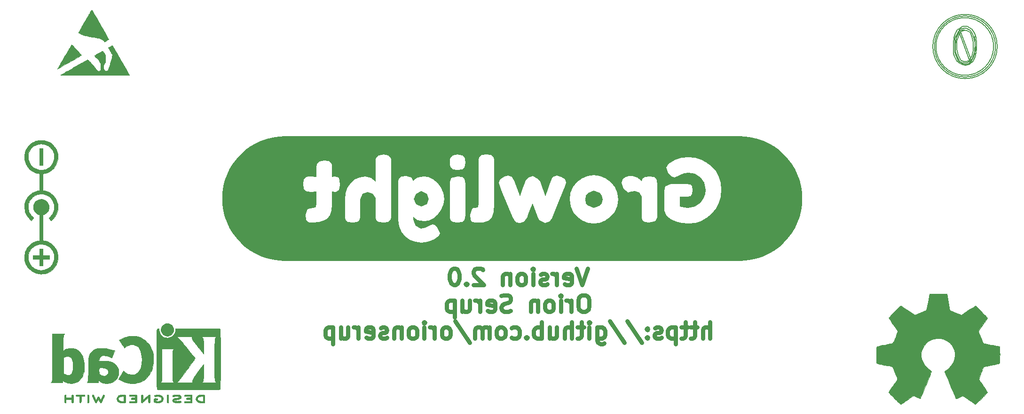
<source format=gbr>
%TF.GenerationSoftware,KiCad,Pcbnew,(6.0.11)*%
%TF.CreationDate,2023-02-06T17:53:22-08:00*%
%TF.ProjectId,GrowLight,47726f77-4c69-4676-9874-2e6b69636164,rev?*%
%TF.SameCoordinates,PX31a8670PY832b588*%
%TF.FileFunction,Legend,Bot*%
%TF.FilePolarity,Positive*%
%FSLAX46Y46*%
G04 Gerber Fmt 4.6, Leading zero omitted, Abs format (unit mm)*
G04 Created by KiCad (PCBNEW (6.0.11)) date 2023-02-06 17:53:22*
%MOMM*%
%LPD*%
G01*
G04 APERTURE LIST*
%ADD10C,0.750000*%
%ADD11C,0.150000*%
%ADD12C,0.010000*%
G04 APERTURE END LIST*
D10*
X102741428Y28316858D02*
X101741428Y25316858D01*
X100741428Y28316858D01*
X98598571Y25459715D02*
X98884285Y25316858D01*
X99455714Y25316858D01*
X99741428Y25459715D01*
X99884285Y25745429D01*
X99884285Y26888286D01*
X99741428Y27174000D01*
X99455714Y27316858D01*
X98884285Y27316858D01*
X98598571Y27174000D01*
X98455714Y26888286D01*
X98455714Y26602572D01*
X99884285Y26316858D01*
X97170000Y25316858D02*
X97170000Y27316858D01*
X97170000Y26745429D02*
X97027142Y27031143D01*
X96884285Y27174000D01*
X96598571Y27316858D01*
X96312857Y27316858D01*
X95455714Y25459715D02*
X95170000Y25316858D01*
X94598571Y25316858D01*
X94312857Y25459715D01*
X94170000Y25745429D01*
X94170000Y25888286D01*
X94312857Y26174000D01*
X94598571Y26316858D01*
X95027142Y26316858D01*
X95312857Y26459715D01*
X95455714Y26745429D01*
X95455714Y26888286D01*
X95312857Y27174000D01*
X95027142Y27316858D01*
X94598571Y27316858D01*
X94312857Y27174000D01*
X92884285Y25316858D02*
X92884285Y27316858D01*
X92884285Y28316858D02*
X93027142Y28174000D01*
X92884285Y28031143D01*
X92741428Y28174000D01*
X92884285Y28316858D01*
X92884285Y28031143D01*
X91027142Y25316858D02*
X91312857Y25459715D01*
X91455714Y25602572D01*
X91598571Y25888286D01*
X91598571Y26745429D01*
X91455714Y27031143D01*
X91312857Y27174000D01*
X91027142Y27316858D01*
X90598571Y27316858D01*
X90312857Y27174000D01*
X90170000Y27031143D01*
X90027142Y26745429D01*
X90027142Y25888286D01*
X90170000Y25602572D01*
X90312857Y25459715D01*
X90598571Y25316858D01*
X91027142Y25316858D01*
X88741428Y27316858D02*
X88741428Y25316858D01*
X88741428Y27031143D02*
X88598571Y27174000D01*
X88312857Y27316858D01*
X87884285Y27316858D01*
X87598571Y27174000D01*
X87455714Y26888286D01*
X87455714Y25316858D01*
X83884285Y28031143D02*
X83741428Y28174000D01*
X83455714Y28316858D01*
X82741428Y28316858D01*
X82455714Y28174000D01*
X82312857Y28031143D01*
X82170000Y27745429D01*
X82170000Y27459715D01*
X82312857Y27031143D01*
X84027142Y25316858D01*
X82170000Y25316858D01*
X80884285Y25602572D02*
X80741428Y25459715D01*
X80884285Y25316858D01*
X81027142Y25459715D01*
X80884285Y25602572D01*
X80884285Y25316858D01*
X78884285Y28316858D02*
X78598571Y28316858D01*
X78312857Y28174000D01*
X78170000Y28031143D01*
X78027142Y27745429D01*
X77884285Y27174000D01*
X77884285Y26459715D01*
X78027142Y25888286D01*
X78170000Y25602572D01*
X78312857Y25459715D01*
X78598571Y25316858D01*
X78884285Y25316858D01*
X79170000Y25459715D01*
X79312857Y25602572D01*
X79455714Y25888286D01*
X79598571Y26459715D01*
X79598571Y27174000D01*
X79455714Y27745429D01*
X79312857Y28031143D01*
X79170000Y28174000D01*
X78884285Y28316858D01*
X102312857Y23486858D02*
X101741428Y23486858D01*
X101455714Y23344000D01*
X101170000Y23058286D01*
X101027142Y22486858D01*
X101027142Y21486858D01*
X101170000Y20915429D01*
X101455714Y20629715D01*
X101741428Y20486858D01*
X102312857Y20486858D01*
X102598571Y20629715D01*
X102884285Y20915429D01*
X103027142Y21486858D01*
X103027142Y22486858D01*
X102884285Y23058286D01*
X102598571Y23344000D01*
X102312857Y23486858D01*
X99741428Y20486858D02*
X99741428Y22486858D01*
X99741428Y21915429D02*
X99598571Y22201143D01*
X99455714Y22344000D01*
X99170000Y22486858D01*
X98884285Y22486858D01*
X97884285Y20486858D02*
X97884285Y22486858D01*
X97884285Y23486858D02*
X98027142Y23344000D01*
X97884285Y23201143D01*
X97741428Y23344000D01*
X97884285Y23486858D01*
X97884285Y23201143D01*
X96027142Y20486858D02*
X96312857Y20629715D01*
X96455714Y20772572D01*
X96598571Y21058286D01*
X96598571Y21915429D01*
X96455714Y22201143D01*
X96312857Y22344000D01*
X96027142Y22486858D01*
X95598571Y22486858D01*
X95312857Y22344000D01*
X95170000Y22201143D01*
X95027142Y21915429D01*
X95027142Y21058286D01*
X95170000Y20772572D01*
X95312857Y20629715D01*
X95598571Y20486858D01*
X96027142Y20486858D01*
X93741428Y22486858D02*
X93741428Y20486858D01*
X93741428Y22201143D02*
X93598571Y22344000D01*
X93312857Y22486858D01*
X92884285Y22486858D01*
X92598571Y22344000D01*
X92455714Y22058286D01*
X92455714Y20486858D01*
X88884285Y20629715D02*
X88455714Y20486858D01*
X87741428Y20486858D01*
X87455714Y20629715D01*
X87312857Y20772572D01*
X87170000Y21058286D01*
X87170000Y21344000D01*
X87312857Y21629715D01*
X87455714Y21772572D01*
X87741428Y21915429D01*
X88312857Y22058286D01*
X88598571Y22201143D01*
X88741428Y22344000D01*
X88884285Y22629715D01*
X88884285Y22915429D01*
X88741428Y23201143D01*
X88598571Y23344000D01*
X88312857Y23486858D01*
X87598571Y23486858D01*
X87170000Y23344000D01*
X84741428Y20629715D02*
X85027142Y20486858D01*
X85598571Y20486858D01*
X85884285Y20629715D01*
X86027142Y20915429D01*
X86027142Y22058286D01*
X85884285Y22344000D01*
X85598571Y22486858D01*
X85027142Y22486858D01*
X84741428Y22344000D01*
X84598571Y22058286D01*
X84598571Y21772572D01*
X86027142Y21486858D01*
X83312857Y20486858D02*
X83312857Y22486858D01*
X83312857Y21915429D02*
X83170000Y22201143D01*
X83027142Y22344000D01*
X82741428Y22486858D01*
X82455714Y22486858D01*
X80170000Y22486858D02*
X80170000Y20486858D01*
X81455714Y22486858D02*
X81455714Y20915429D01*
X81312857Y20629715D01*
X81027142Y20486858D01*
X80598571Y20486858D01*
X80312857Y20629715D01*
X80170000Y20772572D01*
X78741428Y22486858D02*
X78741428Y19486858D01*
X78741428Y22344000D02*
X78455714Y22486858D01*
X77884285Y22486858D01*
X77598571Y22344000D01*
X77455714Y22201143D01*
X77312857Y21915429D01*
X77312857Y21058286D01*
X77455714Y20772572D01*
X77598571Y20629715D01*
X77884285Y20486858D01*
X78455714Y20486858D01*
X78741428Y20629715D01*
X124741428Y15656858D02*
X124741428Y18656858D01*
X123455714Y15656858D02*
X123455714Y17228286D01*
X123598571Y17514000D01*
X123884285Y17656858D01*
X124312857Y17656858D01*
X124598571Y17514000D01*
X124741428Y17371143D01*
X122455714Y17656858D02*
X121312857Y17656858D01*
X122027142Y18656858D02*
X122027142Y16085429D01*
X121884285Y15799715D01*
X121598571Y15656858D01*
X121312857Y15656858D01*
X120741428Y17656858D02*
X119598571Y17656858D01*
X120312857Y18656858D02*
X120312857Y16085429D01*
X120170000Y15799715D01*
X119884285Y15656858D01*
X119598571Y15656858D01*
X118598571Y17656858D02*
X118598571Y14656858D01*
X118598571Y17514000D02*
X118312857Y17656858D01*
X117741428Y17656858D01*
X117455714Y17514000D01*
X117312857Y17371143D01*
X117170000Y17085429D01*
X117170000Y16228286D01*
X117312857Y15942572D01*
X117455714Y15799715D01*
X117741428Y15656858D01*
X118312857Y15656858D01*
X118598571Y15799715D01*
X116027142Y15799715D02*
X115741428Y15656858D01*
X115170000Y15656858D01*
X114884285Y15799715D01*
X114741428Y16085429D01*
X114741428Y16228286D01*
X114884285Y16514000D01*
X115170000Y16656858D01*
X115598571Y16656858D01*
X115884285Y16799715D01*
X116027142Y17085429D01*
X116027142Y17228286D01*
X115884285Y17514000D01*
X115598571Y17656858D01*
X115170000Y17656858D01*
X114884285Y17514000D01*
X113455714Y15942572D02*
X113312857Y15799715D01*
X113455714Y15656858D01*
X113598571Y15799715D01*
X113455714Y15942572D01*
X113455714Y15656858D01*
X113455714Y17514000D02*
X113312857Y17371143D01*
X113455714Y17228286D01*
X113598571Y17371143D01*
X113455714Y17514000D01*
X113455714Y17228286D01*
X109884285Y18799715D02*
X112455714Y14942572D01*
X106741428Y18799715D02*
X109312857Y14942572D01*
X104455714Y17656858D02*
X104455714Y15228286D01*
X104598571Y14942572D01*
X104741428Y14799715D01*
X105027142Y14656858D01*
X105455714Y14656858D01*
X105741428Y14799715D01*
X104455714Y15799715D02*
X104741428Y15656858D01*
X105312857Y15656858D01*
X105598571Y15799715D01*
X105741428Y15942572D01*
X105884285Y16228286D01*
X105884285Y17085429D01*
X105741428Y17371143D01*
X105598571Y17514000D01*
X105312857Y17656858D01*
X104741428Y17656858D01*
X104455714Y17514000D01*
X103027142Y15656858D02*
X103027142Y17656858D01*
X103027142Y18656858D02*
X103170000Y18514000D01*
X103027142Y18371143D01*
X102884285Y18514000D01*
X103027142Y18656858D01*
X103027142Y18371143D01*
X102027142Y17656858D02*
X100884285Y17656858D01*
X101598571Y18656858D02*
X101598571Y16085429D01*
X101455714Y15799715D01*
X101170000Y15656858D01*
X100884285Y15656858D01*
X99884285Y15656858D02*
X99884285Y18656858D01*
X98598571Y15656858D02*
X98598571Y17228286D01*
X98741428Y17514000D01*
X99027142Y17656858D01*
X99455714Y17656858D01*
X99741428Y17514000D01*
X99884285Y17371143D01*
X95884285Y17656858D02*
X95884285Y15656858D01*
X97170000Y17656858D02*
X97170000Y16085429D01*
X97027142Y15799715D01*
X96741428Y15656858D01*
X96312857Y15656858D01*
X96027142Y15799715D01*
X95884285Y15942572D01*
X94455714Y15656858D02*
X94455714Y18656858D01*
X94455714Y17514000D02*
X94170000Y17656858D01*
X93598571Y17656858D01*
X93312857Y17514000D01*
X93170000Y17371143D01*
X93027142Y17085429D01*
X93027142Y16228286D01*
X93170000Y15942572D01*
X93312857Y15799715D01*
X93598571Y15656858D01*
X94170000Y15656858D01*
X94455714Y15799715D01*
X91741428Y15942572D02*
X91598571Y15799715D01*
X91741428Y15656858D01*
X91884285Y15799715D01*
X91741428Y15942572D01*
X91741428Y15656858D01*
X89027142Y15799715D02*
X89312857Y15656858D01*
X89884285Y15656858D01*
X90170000Y15799715D01*
X90312857Y15942572D01*
X90455714Y16228286D01*
X90455714Y17085429D01*
X90312857Y17371143D01*
X90170000Y17514000D01*
X89884285Y17656858D01*
X89312857Y17656858D01*
X89027142Y17514000D01*
X87312857Y15656858D02*
X87598571Y15799715D01*
X87741428Y15942572D01*
X87884285Y16228286D01*
X87884285Y17085429D01*
X87741428Y17371143D01*
X87598571Y17514000D01*
X87312857Y17656858D01*
X86884285Y17656858D01*
X86598571Y17514000D01*
X86455714Y17371143D01*
X86312857Y17085429D01*
X86312857Y16228286D01*
X86455714Y15942572D01*
X86598571Y15799715D01*
X86884285Y15656858D01*
X87312857Y15656858D01*
X85027142Y15656858D02*
X85027142Y17656858D01*
X85027142Y17371143D02*
X84884285Y17514000D01*
X84598571Y17656858D01*
X84170000Y17656858D01*
X83884285Y17514000D01*
X83741428Y17228286D01*
X83741428Y15656858D01*
X83741428Y17228286D02*
X83598571Y17514000D01*
X83312857Y17656858D01*
X82884285Y17656858D01*
X82598571Y17514000D01*
X82455714Y17228286D01*
X82455714Y15656858D01*
X78884285Y18799715D02*
X81455714Y14942572D01*
X77455714Y15656858D02*
X77741428Y15799715D01*
X77884285Y15942572D01*
X78027142Y16228286D01*
X78027142Y17085429D01*
X77884285Y17371143D01*
X77741428Y17514000D01*
X77455714Y17656858D01*
X77027142Y17656858D01*
X76741428Y17514000D01*
X76598571Y17371143D01*
X76455714Y17085429D01*
X76455714Y16228286D01*
X76598571Y15942572D01*
X76741428Y15799715D01*
X77027142Y15656858D01*
X77455714Y15656858D01*
X75170000Y15656858D02*
X75170000Y17656858D01*
X75170000Y17085429D02*
X75027142Y17371143D01*
X74884285Y17514000D01*
X74598571Y17656858D01*
X74312857Y17656858D01*
X73312857Y15656858D02*
X73312857Y17656858D01*
X73312857Y18656858D02*
X73455714Y18514000D01*
X73312857Y18371143D01*
X73170000Y18514000D01*
X73312857Y18656858D01*
X73312857Y18371143D01*
X71455714Y15656858D02*
X71741428Y15799715D01*
X71884285Y15942572D01*
X72027142Y16228286D01*
X72027142Y17085429D01*
X71884285Y17371143D01*
X71741428Y17514000D01*
X71455714Y17656858D01*
X71027142Y17656858D01*
X70741428Y17514000D01*
X70598571Y17371143D01*
X70455714Y17085429D01*
X70455714Y16228286D01*
X70598571Y15942572D01*
X70741428Y15799715D01*
X71027142Y15656858D01*
X71455714Y15656858D01*
X69170000Y17656858D02*
X69170000Y15656858D01*
X69170000Y17371143D02*
X69027142Y17514000D01*
X68741428Y17656858D01*
X68312857Y17656858D01*
X68027142Y17514000D01*
X67884285Y17228286D01*
X67884285Y15656858D01*
X66598571Y15799715D02*
X66312857Y15656858D01*
X65741428Y15656858D01*
X65455714Y15799715D01*
X65312857Y16085429D01*
X65312857Y16228286D01*
X65455714Y16514000D01*
X65741428Y16656858D01*
X66170000Y16656858D01*
X66455714Y16799715D01*
X66598571Y17085429D01*
X66598571Y17228286D01*
X66455714Y17514000D01*
X66170000Y17656858D01*
X65741428Y17656858D01*
X65455714Y17514000D01*
X62884285Y15799715D02*
X63170000Y15656858D01*
X63741428Y15656858D01*
X64027142Y15799715D01*
X64170000Y16085429D01*
X64170000Y17228286D01*
X64027142Y17514000D01*
X63741428Y17656858D01*
X63170000Y17656858D01*
X62884285Y17514000D01*
X62741428Y17228286D01*
X62741428Y16942572D01*
X64170000Y16656858D01*
X61455714Y15656858D02*
X61455714Y17656858D01*
X61455714Y17085429D02*
X61312857Y17371143D01*
X61170000Y17514000D01*
X60884285Y17656858D01*
X60598571Y17656858D01*
X58312857Y17656858D02*
X58312857Y15656858D01*
X59598571Y17656858D02*
X59598571Y16085429D01*
X59455714Y15799715D01*
X59170000Y15656858D01*
X58741428Y15656858D01*
X58455714Y15799715D01*
X58312857Y15942572D01*
X56884285Y17656858D02*
X56884285Y14656858D01*
X56884285Y17514000D02*
X56598571Y17656858D01*
X56027142Y17656858D01*
X55741428Y17514000D01*
X55598571Y17371143D01*
X55455714Y17085429D01*
X55455714Y16228286D01*
X55598571Y15942572D01*
X55741428Y15799715D01*
X56027142Y15656858D01*
X56598571Y15656858D01*
X56884285Y15799715D01*
%TO.C,kibuzzard-63E1AE7A*%
G36*
X47079532Y29687557D02*
G01*
X45986423Y29849704D01*
X44914471Y30118214D01*
X43874000Y30490501D01*
X42875029Y30962979D01*
X41927180Y31531098D01*
X41039580Y32189388D01*
X40220777Y32931507D01*
X39478658Y33750309D01*
X38820369Y34637909D01*
X38252250Y35585759D01*
X37779772Y36584730D01*
X37407485Y37625201D01*
X37138975Y38697153D01*
X36976828Y39790262D01*
X36922605Y40894000D01*
X36976828Y41997738D01*
X37138975Y43090847D01*
X37236860Y43481625D01*
X51490562Y43481625D01*
X51597718Y42675969D01*
X51919187Y42259250D01*
X52339874Y42124312D01*
X52887562Y42100500D01*
X53919437Y42164000D01*
X53919437Y39973250D01*
X53784499Y39354125D01*
X53276499Y39163625D01*
X52704999Y39139812D01*
X52284312Y38989000D01*
X51919187Y37925375D01*
X52030312Y37119719D01*
X52363687Y36703000D01*
X52784374Y36568063D01*
X53316187Y36544250D01*
X54328659Y36627153D01*
X55164742Y36875861D01*
X55824437Y37290375D01*
X56300687Y37902444D01*
X56308475Y37925375D01*
X59015312Y37925375D01*
X59039124Y37377688D01*
X59189937Y36957000D01*
X59598718Y36647437D01*
X60412312Y36544250D01*
X61198124Y36647437D01*
X61618812Y36957000D01*
X61769624Y37385625D01*
X61793437Y37957125D01*
X61793437Y40735250D01*
X62158562Y41751250D01*
X63087249Y42116375D01*
X64079437Y41775063D01*
X64571562Y41005125D01*
X64571562Y37925375D01*
X64595374Y37377688D01*
X64746187Y36957000D01*
X65154968Y36647437D01*
X65968562Y36544250D01*
X66774218Y36651406D01*
X67190937Y36972875D01*
X67201317Y37004625D01*
X68619687Y37004625D01*
X68760798Y35866035D01*
X69184131Y34884431D01*
X69889687Y34059812D01*
X70771631Y33438042D01*
X71724131Y33064979D01*
X72747187Y32940625D01*
X73925905Y33087469D01*
X75049062Y33528000D01*
X75870593Y34087594D01*
X76144437Y34591625D01*
X75668187Y35687000D01*
X75199874Y36147375D01*
X74810937Y36274375D01*
X74350562Y36083875D01*
X73556812Y35643344D01*
X72699562Y35496500D01*
X71715312Y35972750D01*
X71334312Y37115750D01*
X71334312Y37592000D01*
X72116155Y36996687D01*
X73255187Y36798250D01*
X74115083Y36933187D01*
X74937937Y37338000D01*
X75622056Y37925375D01*
X77906562Y37925375D01*
X77930374Y37377688D01*
X78081187Y36957000D01*
X78489968Y36647437D01*
X79303562Y36544250D01*
X80109218Y36651406D01*
X80525937Y36972875D01*
X80660874Y37385625D01*
X80684007Y37925375D01*
X81557812Y37925375D01*
X81637187Y37119719D01*
X81875312Y36703000D01*
X82573812Y36536312D01*
X83843812Y36607750D01*
X84851874Y36889531D01*
X85431312Y37417375D01*
X85764687Y38425438D01*
X85875812Y39893875D01*
X85875812Y43751500D01*
X86748937Y43751500D01*
X87002937Y42886313D01*
X87431562Y41846500D01*
X89177812Y37592000D01*
X89495312Y36996687D01*
X89971562Y36607750D01*
X90574812Y36496625D01*
X91281249Y36774437D01*
X91733687Y37338000D01*
X91860687Y37607875D01*
X92021201Y38024153D01*
X92333409Y38849653D01*
X92797312Y40084375D01*
X92993765Y39582328D01*
X93265624Y38838187D01*
X93662499Y37758687D01*
X93773624Y37472937D01*
X93908562Y37211000D01*
X94162562Y36877625D01*
X95035687Y36496625D01*
X95861187Y36774437D01*
X96305687Y37338000D01*
X97699667Y40735250D01*
X99496562Y40735250D01*
X99667218Y39491047D01*
X100179187Y38393687D01*
X100935234Y37504687D01*
X101838124Y36885562D01*
X102832296Y36522422D01*
X103862187Y36401375D01*
X104894062Y36530359D01*
X105894187Y36917312D01*
X106801046Y37556281D01*
X107553124Y38441312D01*
X108059140Y39514859D01*
X108227812Y40719375D01*
X108079645Y41915292D01*
X107635145Y42963042D01*
X106985827Y43751500D01*
X108862812Y43751500D01*
X109164437Y42640250D01*
X110037562Y42037000D01*
X110585249Y42164000D01*
X111275812Y42291000D01*
X112077499Y41989375D01*
X112450562Y41259125D01*
X112450562Y37925375D01*
X112474374Y37377688D01*
X112625187Y36957000D01*
X113053812Y36647437D01*
X113863437Y36544250D01*
X114958812Y36814125D01*
X115244562Y37496750D01*
X115244562Y38735000D01*
X116514562Y38735000D01*
X116959062Y37766625D01*
X117709155Y37162383D01*
X118625937Y36730781D01*
X119709405Y36471820D01*
X120959562Y36385500D01*
X122103554Y36497121D01*
X123170155Y36831984D01*
X124159366Y37390090D01*
X125071187Y38171437D01*
X125835171Y39110543D01*
X126380874Y40141922D01*
X126708296Y41265574D01*
X126817437Y42481500D01*
X126706312Y43691473D01*
X126372937Y44797266D01*
X125817312Y45798879D01*
X125039437Y46696313D01*
X124110749Y47435988D01*
X123102687Y47964328D01*
X122015249Y48281332D01*
X120848437Y48387000D01*
X119622534Y48249417D01*
X118442492Y47836667D01*
X117308312Y47148750D01*
X116879687Y46442313D01*
X117244812Y45545375D01*
X117836155Y44914344D01*
X118371937Y44704000D01*
X119340312Y45140563D01*
X120070562Y45467984D01*
X120927812Y45577125D01*
X122066843Y45364797D01*
X123070937Y44727812D01*
X123773405Y43747531D01*
X124007562Y42505313D01*
X123901728Y41635715D01*
X123584228Y40857840D01*
X123055062Y40171688D01*
X122039062Y39451359D01*
X120896062Y39211250D01*
X120066593Y39282687D01*
X119324437Y39497000D01*
X119324437Y41227375D01*
X120578562Y41227375D01*
X121277062Y41354375D01*
X121546937Y41727437D01*
X121610437Y42394187D01*
X121538999Y43068875D01*
X121277062Y43418125D01*
X120515062Y43561000D01*
X117721062Y43561000D01*
X116673312Y43116500D01*
X116514562Y42227500D01*
X116514562Y38735000D01*
X115244562Y38735000D01*
X115244562Y43529250D01*
X115220749Y44076938D01*
X115085812Y44481750D01*
X114665124Y44803219D01*
X113847562Y44910375D01*
X113073655Y44819094D01*
X112656937Y44545250D01*
X112482312Y44021375D01*
X112252124Y44291250D01*
X111609187Y44719875D01*
X110743999Y44989750D01*
X110116937Y44950063D01*
X109561312Y44815125D01*
X109061249Y44489688D01*
X108862812Y43751500D01*
X106985827Y43751500D01*
X106894312Y43862625D01*
X105962978Y44550542D01*
X104946978Y44963292D01*
X103846312Y45100875D01*
X102747409Y44964174D01*
X101736701Y44554069D01*
X100814187Y43870563D01*
X100082173Y42975389D01*
X99642964Y41930285D01*
X99496562Y40735250D01*
X97699667Y40735250D01*
X98702812Y43180000D01*
X98861562Y43799125D01*
X98635343Y44366656D01*
X97956687Y44799250D01*
X97131187Y45005625D01*
X96615249Y44870688D01*
X96337437Y44600813D01*
X96210437Y44323000D01*
X95965256Y43709167D01*
X95589548Y42714333D01*
X95083312Y41338500D01*
X94146687Y43910250D01*
X93797437Y44465875D01*
X92860812Y44926250D01*
X92043249Y44672250D01*
X91574937Y44164250D01*
X91447937Y43894375D01*
X90991089Y42624375D01*
X90678881Y41777708D01*
X90511312Y41354375D01*
X89542937Y43989625D01*
X89066687Y44751625D01*
X88399937Y45005625D01*
X87764937Y44846875D01*
X87002937Y44350781D01*
X86748937Y43751500D01*
X85875812Y43751500D01*
X85875812Y47450375D01*
X85851999Y47998062D01*
X85717062Y48418750D01*
X85296374Y48740219D01*
X84478812Y48847375D01*
X83692999Y48740219D01*
X83272312Y48418750D01*
X83121499Y47990125D01*
X83097687Y47434500D01*
X83097687Y40084375D01*
X83002437Y39362062D01*
X82581749Y39211250D01*
X82145187Y39187437D01*
X81875312Y39052500D01*
X81557812Y37925375D01*
X80684007Y37925375D01*
X80684687Y37941250D01*
X80684687Y43513375D01*
X80660874Y44061063D01*
X80525937Y44481750D01*
X80105249Y44791313D01*
X79295624Y44893498D01*
X79287687Y44894500D01*
X78208187Y44624625D01*
X77922437Y43942000D01*
X77906562Y43481625D01*
X77906562Y37925375D01*
X75622056Y37925375D01*
X75723749Y38012687D01*
X76363159Y38867292D01*
X76746805Y39811854D01*
X76874687Y40846375D01*
X76745923Y41881778D01*
X76359631Y42828986D01*
X75715812Y43688000D01*
X74918534Y44367097D01*
X74071867Y44774556D01*
X73175812Y44910375D01*
X72191562Y44711938D01*
X71580374Y44346812D01*
X71318437Y44037250D01*
X70992999Y44711938D01*
X70096062Y44942125D01*
X69191187Y44846875D01*
X68786374Y44521438D01*
X68643499Y44116625D01*
X68619687Y43576875D01*
X68619687Y37004625D01*
X67201317Y37004625D01*
X67325874Y37385625D01*
X67349687Y37941250D01*
X67349687Y47418625D01*
X77906562Y47418625D01*
X77930374Y46870938D01*
X78073249Y46458188D01*
X78493937Y46132750D01*
X79295624Y46037500D01*
X80097312Y46132750D01*
X80517999Y46466125D01*
X80660874Y46886813D01*
X80684687Y47434500D01*
X80660874Y47982188D01*
X80525937Y48387000D01*
X80105249Y48708469D01*
X79287687Y48815625D01*
X78485999Y48708469D01*
X78081187Y48387000D01*
X77930374Y47966313D01*
X77906562Y47418625D01*
X67349687Y47418625D01*
X67349687Y47434500D01*
X67325874Y47982188D01*
X67190937Y48387000D01*
X66770249Y48708469D01*
X65952687Y48815625D01*
X65150999Y48708469D01*
X64746187Y48387000D01*
X64595374Y47966313D01*
X64571562Y47418625D01*
X64571562Y43910250D01*
X63710343Y44636531D01*
X62714187Y44878625D01*
X61714944Y44744569D01*
X60833881Y44342403D01*
X60070999Y43672125D01*
X59484506Y42807819D01*
X59132610Y41823569D01*
X59015312Y40719375D01*
X59015312Y37925375D01*
X56308475Y37925375D01*
X56586437Y38743819D01*
X56681687Y39814500D01*
X56681687Y42164000D01*
X57332562Y42116375D01*
X57911999Y42386250D01*
X58142187Y43307000D01*
X58062812Y44251563D01*
X57840562Y44672250D01*
X57205562Y44878625D01*
X56681687Y44815125D01*
X56681687Y46450250D01*
X56657874Y46990000D01*
X56507062Y47371000D01*
X56098280Y47668656D01*
X55284687Y47767875D01*
X54423468Y47621031D01*
X53998812Y47180500D01*
X53919437Y46370875D01*
X53919437Y44815125D01*
X52863749Y44878625D01*
X52323999Y44854813D01*
X51903312Y44704000D01*
X51593749Y44295219D01*
X51490562Y43481625D01*
X37236860Y43481625D01*
X37407485Y44162799D01*
X37779772Y45203270D01*
X38252250Y46202241D01*
X38820369Y47150091D01*
X39478658Y48037691D01*
X40220777Y48856493D01*
X41039580Y49598612D01*
X41927180Y50256902D01*
X42875029Y50825021D01*
X43874000Y51297499D01*
X44914471Y51669786D01*
X45986423Y51938296D01*
X47079532Y52100443D01*
X48183270Y52154667D01*
X130124728Y52154667D01*
X131228467Y52100443D01*
X132321575Y51938296D01*
X133393527Y51669786D01*
X134433999Y51297499D01*
X135432970Y50825021D01*
X136380820Y50256902D01*
X137268420Y49598613D01*
X138087222Y48856494D01*
X138829341Y48037691D01*
X139487631Y47150091D01*
X140055750Y46202242D01*
X140528228Y45203271D01*
X140900515Y44162799D01*
X141169024Y43090847D01*
X141331172Y41997738D01*
X141385395Y40894000D01*
X141331172Y39790262D01*
X141169024Y38697153D01*
X140900515Y37625201D01*
X140528228Y36584729D01*
X140055750Y35585758D01*
X139487631Y34637909D01*
X138829341Y33750309D01*
X138087222Y32931506D01*
X137268420Y32189387D01*
X136380820Y31531098D01*
X135432970Y30962979D01*
X134433999Y30490501D01*
X133393527Y30118214D01*
X132321575Y29849704D01*
X131228467Y29687557D01*
X130124728Y29633333D01*
X48183270Y29633333D01*
X47079532Y29687557D01*
G37*
G36*
X104925812Y41910000D02*
G01*
X105294905Y41419859D01*
X105417937Y40743187D01*
X105290937Y40068500D01*
X104909937Y39584312D01*
X103878062Y39195375D01*
X102830312Y39592250D01*
X102437405Y40084375D01*
X102306437Y40767000D01*
X102429468Y41445656D01*
X102798562Y41925875D01*
X103862187Y42306875D01*
X104925812Y41910000D01*
G37*
G36*
X73779062Y41783000D02*
G01*
X74160062Y40838438D01*
X73755249Y39909750D01*
X72770999Y39497000D01*
X71810562Y39917688D01*
X71429562Y40838438D01*
X71794687Y41775063D01*
X72778937Y42211625D01*
X73779062Y41783000D01*
G37*
D11*
%TO.C,REF\u002A\u002A*%
X169988000Y71526000D02*
X169388000Y71426000D01*
X169588000Y70976000D02*
X171638000Y65376000D01*
X168588000Y68026000D02*
X168588000Y67026000D01*
X169488000Y65726000D02*
X170488000Y65126000D01*
X171688000Y70826000D02*
X170988000Y71226000D01*
X170488000Y71326000D02*
X169888000Y71326000D01*
X171188000Y65126000D02*
X171788000Y65626000D01*
X168588000Y68926000D02*
X168588000Y68026000D01*
X172288000Y66426000D02*
X171888000Y65826000D01*
X169288000Y70626000D02*
X169088000Y69726000D01*
X169938000Y65826000D02*
X170438000Y65576000D01*
X171938000Y66576000D02*
X172188000Y67576000D01*
X170688000Y71326000D02*
X169938000Y71076000D01*
X171888000Y71426000D02*
X171088000Y71926000D01*
X172088000Y70526000D02*
X171688000Y71226000D01*
X172688000Y69926000D02*
X172388000Y70726000D01*
X171438000Y65826000D02*
X171938000Y66576000D01*
X172488000Y69026000D02*
X172088000Y70526000D01*
X170988000Y71226000D02*
X170488000Y71326000D01*
X172788000Y68926000D02*
X172688000Y69926000D01*
X172388000Y67326000D02*
X172488000Y69026000D01*
X170888000Y71626000D02*
X169988000Y71526000D01*
X169188000Y65726000D02*
X169588000Y65326000D01*
X171788000Y65626000D02*
X172588000Y67726000D01*
X169688000Y65626000D02*
X170188000Y65326000D01*
X169938000Y71076000D02*
X169688000Y70576000D01*
X172188000Y65726000D02*
X172588000Y66626000D01*
X170488000Y65126000D02*
X171188000Y65126000D01*
X168988000Y70726000D02*
X168688000Y69926000D01*
X170288000Y65026000D02*
X170788000Y64926000D01*
X169588000Y65326000D02*
X170288000Y65026000D01*
X170788000Y64926000D02*
X171488000Y65126000D01*
X171088000Y71926000D02*
X170288000Y71926000D01*
X170438000Y65576000D02*
X170938000Y65576000D01*
X169388000Y71426000D02*
X168988000Y70726000D01*
X169088000Y69726000D02*
X168988000Y68626000D01*
X172388000Y70726000D02*
X171888000Y71426000D01*
X168988000Y67426000D02*
X169288000Y66526000D01*
X172788000Y67926000D02*
X172788000Y68926000D01*
X171788000Y65826000D02*
X169688000Y71426000D01*
X169888000Y71326000D02*
X169288000Y70626000D01*
X169438000Y66826000D02*
X169938000Y65826000D01*
X169188000Y69326000D02*
X169188000Y68826000D01*
X168588000Y67026000D02*
X168788000Y66526000D01*
X169188000Y68826000D02*
X169188000Y67826000D01*
X168888000Y67226000D02*
X169488000Y65726000D01*
X170288000Y71926000D02*
X169588000Y71526000D01*
X171988000Y66026000D02*
X172388000Y67326000D01*
X168888000Y69826000D02*
X168888000Y68726000D01*
X171938000Y70076000D02*
X171688000Y70826000D01*
X171088000Y65326000D02*
X171988000Y66026000D01*
X172588000Y66626000D02*
X172788000Y67926000D01*
X171488000Y65126000D02*
X172188000Y65726000D01*
X171688000Y71226000D02*
X170888000Y71626000D01*
X168688000Y69926000D02*
X168588000Y68926000D01*
X171638000Y65376000D02*
X171788000Y65826000D01*
X168788000Y66526000D02*
X169188000Y65726000D01*
X172588000Y67726000D02*
X172388000Y70226000D01*
X169588000Y71226000D02*
X168888000Y69826000D01*
X172188000Y69076000D02*
X171938000Y70076000D01*
X172488000Y67126000D02*
X172288000Y66426000D01*
X169588000Y71526000D02*
X169588000Y71226000D01*
X170938000Y65576000D02*
X171438000Y65826000D01*
X169188000Y67826000D02*
X169438000Y66826000D01*
X170188000Y65326000D02*
X171088000Y65326000D01*
X169688000Y70576000D02*
X169188000Y69326000D01*
X172188000Y67576000D02*
X172188000Y69076000D01*
X169288000Y66526000D02*
X169688000Y65626000D01*
X169588000Y70826000D02*
X169288000Y70226000D01*
X168888000Y68726000D02*
X168888000Y67226000D01*
X168988000Y68626000D02*
X168988000Y67426000D01*
X175838000Y68326000D02*
G75*
G03*
X175838000Y68326000I-5200000J0D01*
G01*
X176188000Y68326000D02*
G75*
G03*
X176188000Y68326000I-5500000J0D01*
G01*
X176488216Y68326000D02*
G75*
G03*
X176488216Y68326000I-5800216J0D01*
G01*
G36*
X4619782Y30618316D02*
G01*
X5826911Y30618316D01*
X5826911Y30014752D01*
X4619782Y30014752D01*
X4619782Y28807623D01*
X4016218Y28807623D01*
X4016218Y30014752D01*
X2809089Y30014752D01*
X2809089Y30618073D01*
X3409510Y30621338D01*
X4009931Y30624604D01*
X4013196Y31225024D01*
X4016462Y31825445D01*
X4619782Y31825445D01*
X4619782Y30618316D01*
G37*
D12*
X4619782Y30618316D02*
X5826911Y30618316D01*
X5826911Y30014752D01*
X4619782Y30014752D01*
X4619782Y28807623D01*
X4016218Y28807623D01*
X4016218Y30014752D01*
X2809089Y30014752D01*
X2809089Y30618073D01*
X3409510Y30621338D01*
X4009931Y30624604D01*
X4013196Y31225024D01*
X4016462Y31825445D01*
X4619782Y31825445D01*
X4619782Y30618316D01*
G36*
X4619782Y46901980D02*
G01*
X4016218Y46901980D01*
X4016218Y49919802D01*
X4619782Y49919802D01*
X4619782Y46901980D01*
G37*
X4619782Y46901980D02*
X4016218Y46901980D01*
X4016218Y49919802D01*
X4619782Y49919802D01*
X4619782Y46901980D01*
G36*
X4609073Y40745202D02*
G01*
X4790636Y40696614D01*
X4874607Y40665267D01*
X5030292Y40588275D01*
X5176261Y40489461D01*
X5314705Y40367447D01*
X5391625Y40284555D01*
X5497829Y40141717D01*
X5583503Y39988093D01*
X5648650Y39825977D01*
X5693275Y39657664D01*
X5717379Y39485450D01*
X5720966Y39311628D01*
X5704040Y39138494D01*
X5666604Y38968342D01*
X5608661Y38803467D01*
X5530215Y38646164D01*
X5431268Y38498728D01*
X5311825Y38363453D01*
X5270660Y38324085D01*
X5166478Y38237043D01*
X5055391Y38162807D01*
X4932878Y38098895D01*
X4794421Y38042827D01*
X4635500Y37992120D01*
X4635256Y37991989D01*
X4633290Y37985824D01*
X4631486Y37969974D01*
X4629840Y37943529D01*
X4628343Y37905579D01*
X4626992Y37855215D01*
X4625778Y37791527D01*
X4624697Y37713606D01*
X4623742Y37620541D01*
X4622907Y37511424D01*
X4622186Y37385345D01*
X4621573Y37241394D01*
X4621061Y37078661D01*
X4620645Y36896238D01*
X4620318Y36693214D01*
X4620075Y36468680D01*
X4619908Y36221726D01*
X4619813Y35951443D01*
X4619782Y35656921D01*
X4619782Y33326222D01*
X4773817Y33303583D01*
X4840882Y33292964D01*
X5097620Y33238187D01*
X5348547Y33162489D01*
X5590735Y33067128D01*
X5821255Y32953364D01*
X6037178Y32822453D01*
X6235575Y32675654D01*
X6245921Y32667115D01*
X6328595Y32594593D01*
X6418408Y32509491D01*
X6508585Y32418605D01*
X6592354Y32328737D01*
X6662941Y32246683D01*
X6761269Y32118015D01*
X6901096Y31903696D01*
X7023555Y31675371D01*
X7127154Y31436628D01*
X7210397Y31191053D01*
X7271789Y30942235D01*
X7309837Y30693762D01*
X7313854Y30655549D01*
X7320019Y30597447D01*
X7325233Y30548934D01*
X7328670Y30517722D01*
X7330474Y30495614D01*
X7332155Y30437245D01*
X7331745Y30361993D01*
X7329484Y30275196D01*
X7325614Y30182193D01*
X7320373Y30088322D01*
X7314003Y29998923D01*
X7306743Y29919334D01*
X7298834Y29854893D01*
X7250574Y29598566D01*
X7177355Y29334626D01*
X7081787Y29081925D01*
X6963671Y28839936D01*
X6822804Y28608134D01*
X6760980Y28519580D01*
X6593370Y28309668D01*
X6408501Y28117597D01*
X6207311Y27943998D01*
X5990735Y27789499D01*
X5759710Y27654731D01*
X5515173Y27540324D01*
X5258062Y27446908D01*
X4989311Y27375113D01*
X4819257Y27343050D01*
X4563057Y27314030D01*
X4300526Y27305843D01*
X4036125Y27318398D01*
X3774313Y27351602D01*
X3519549Y27405364D01*
X3305869Y27468620D01*
X3053623Y27566532D01*
X2812838Y27686245D01*
X2584754Y27826979D01*
X2370612Y27987957D01*
X2171650Y28168399D01*
X1989108Y28367524D01*
X1854007Y28543370D01*
X1712776Y28764145D01*
X1590654Y28998897D01*
X1488554Y29245379D01*
X1407392Y29501342D01*
X1348082Y29764538D01*
X1311539Y30032719D01*
X1307561Y30085976D01*
X1303352Y30195143D01*
X1302648Y30312023D01*
X1966048Y30312023D01*
X1978149Y30078604D01*
X2011255Y29848205D01*
X2065041Y29623426D01*
X2139185Y29406868D01*
X2233361Y29201130D01*
X2347246Y29008812D01*
X2405483Y28925455D01*
X2558288Y28736451D01*
X2726387Y28567231D01*
X2909126Y28418192D01*
X3105853Y28289734D01*
X3315915Y28182254D01*
X3538657Y28096150D01*
X3773427Y28031821D01*
X4019572Y27989664D01*
X4112927Y27981665D01*
X4227030Y27977969D01*
X4351195Y27978756D01*
X4478418Y27983747D01*
X4601696Y27992662D01*
X4714023Y28005222D01*
X4808396Y28021147D01*
X5012965Y28073169D01*
X5240942Y28153801D01*
X5455342Y28254672D01*
X5655274Y28374757D01*
X5839849Y28513030D01*
X6008176Y28668466D01*
X6159366Y28840038D01*
X6292528Y29026722D01*
X6406772Y29227491D01*
X6501209Y29441321D01*
X6574947Y29667185D01*
X6627097Y29904058D01*
X6656769Y30150914D01*
X6657792Y30165305D01*
X6662021Y30230183D01*
X6665147Y30287104D01*
X6666885Y30330364D01*
X6666950Y30354257D01*
X6665920Y30369896D01*
X6663526Y30409507D01*
X6660962Y30454851D01*
X6649388Y30595115D01*
X6611094Y30833815D01*
X6550520Y31063907D01*
X6468533Y31284060D01*
X6366002Y31492947D01*
X6243794Y31689239D01*
X6102775Y31871607D01*
X5943814Y32038723D01*
X5767778Y32189258D01*
X5575535Y32321884D01*
X5367951Y32435272D01*
X5240297Y32492306D01*
X5021923Y32570020D01*
X4797902Y32624801D01*
X4565590Y32657239D01*
X4322344Y32667920D01*
X4295316Y32667808D01*
X4215106Y32666343D01*
X4136586Y32663451D01*
X4067574Y32659468D01*
X4015888Y32654730D01*
X3982582Y32650383D01*
X3742637Y32605444D01*
X3512701Y32538388D01*
X3293947Y32450164D01*
X3087549Y32341719D01*
X2894681Y32214004D01*
X2716517Y32067966D01*
X2554231Y31904554D01*
X2408996Y31724717D01*
X2281986Y31529402D01*
X2174375Y31319560D01*
X2087337Y31096138D01*
X2059007Y31004402D01*
X2006153Y30777522D01*
X1975274Y30545863D01*
X1966048Y30312023D01*
X1302648Y30312023D01*
X1302620Y30316698D01*
X1305175Y30443160D01*
X1310824Y30567047D01*
X1319374Y30680876D01*
X1330635Y30777164D01*
X1356973Y30929995D01*
X1421888Y31197007D01*
X1508724Y31453427D01*
X1616674Y31698217D01*
X1744930Y31930335D01*
X1892686Y32148741D01*
X2059134Y32352397D01*
X2243468Y32540261D01*
X2444879Y32711293D01*
X2662560Y32864454D01*
X2895705Y32998703D01*
X3143507Y33113000D01*
X3273810Y33161629D01*
X3438886Y33213245D01*
X3610647Y33257672D01*
X3779944Y33292577D01*
X3937629Y33315623D01*
X4016218Y33324251D01*
X4016218Y35694243D01*
X4016179Y35985719D01*
X4016076Y36253070D01*
X4015900Y36497206D01*
X4015647Y36719035D01*
X4015310Y36919467D01*
X4014882Y37099412D01*
X4014359Y37259778D01*
X4013733Y37401476D01*
X4012998Y37525415D01*
X4012150Y37632504D01*
X4011180Y37723652D01*
X4010084Y37799769D01*
X4008854Y37861764D01*
X4007486Y37910547D01*
X4005973Y37947026D01*
X4004308Y37972112D01*
X4002486Y37986714D01*
X4000500Y37991741D01*
X3840432Y38040266D01*
X3685868Y38103459D01*
X3547455Y38179704D01*
X3421370Y38271129D01*
X3303791Y38379865D01*
X3273030Y38412527D01*
X3225642Y38466063D01*
X3183287Y38517436D01*
X3152461Y38558960D01*
X3070631Y38697302D01*
X2997728Y38864004D01*
X2946637Y39037628D01*
X2917292Y39215638D01*
X2909630Y39395498D01*
X2923588Y39574671D01*
X2959103Y39750623D01*
X3016111Y39920818D01*
X3094549Y40082718D01*
X3194353Y40233789D01*
X3289826Y40345555D01*
X3421563Y40466295D01*
X3567108Y40568068D01*
X3724296Y40650244D01*
X3890961Y40712196D01*
X4064936Y40753295D01*
X4244057Y40772915D01*
X4322344Y40771845D01*
X4426158Y40770427D01*
X4609073Y40745202D01*
G37*
X4609073Y40745202D02*
X4790636Y40696614D01*
X4874607Y40665267D01*
X5030292Y40588275D01*
X5176261Y40489461D01*
X5314705Y40367447D01*
X5391625Y40284555D01*
X5497829Y40141717D01*
X5583503Y39988093D01*
X5648650Y39825977D01*
X5693275Y39657664D01*
X5717379Y39485450D01*
X5720966Y39311628D01*
X5704040Y39138494D01*
X5666604Y38968342D01*
X5608661Y38803467D01*
X5530215Y38646164D01*
X5431268Y38498728D01*
X5311825Y38363453D01*
X5270660Y38324085D01*
X5166478Y38237043D01*
X5055391Y38162807D01*
X4932878Y38098895D01*
X4794421Y38042827D01*
X4635500Y37992120D01*
X4635256Y37991989D01*
X4633290Y37985824D01*
X4631486Y37969974D01*
X4629840Y37943529D01*
X4628343Y37905579D01*
X4626992Y37855215D01*
X4625778Y37791527D01*
X4624697Y37713606D01*
X4623742Y37620541D01*
X4622907Y37511424D01*
X4622186Y37385345D01*
X4621573Y37241394D01*
X4621061Y37078661D01*
X4620645Y36896238D01*
X4620318Y36693214D01*
X4620075Y36468680D01*
X4619908Y36221726D01*
X4619813Y35951443D01*
X4619782Y35656921D01*
X4619782Y33326222D01*
X4773817Y33303583D01*
X4840882Y33292964D01*
X5097620Y33238187D01*
X5348547Y33162489D01*
X5590735Y33067128D01*
X5821255Y32953364D01*
X6037178Y32822453D01*
X6235575Y32675654D01*
X6245921Y32667115D01*
X6328595Y32594593D01*
X6418408Y32509491D01*
X6508585Y32418605D01*
X6592354Y32328737D01*
X6662941Y32246683D01*
X6761269Y32118015D01*
X6901096Y31903696D01*
X7023555Y31675371D01*
X7127154Y31436628D01*
X7210397Y31191053D01*
X7271789Y30942235D01*
X7309837Y30693762D01*
X7313854Y30655549D01*
X7320019Y30597447D01*
X7325233Y30548934D01*
X7328670Y30517722D01*
X7330474Y30495614D01*
X7332155Y30437245D01*
X7331745Y30361993D01*
X7329484Y30275196D01*
X7325614Y30182193D01*
X7320373Y30088322D01*
X7314003Y29998923D01*
X7306743Y29919334D01*
X7298834Y29854893D01*
X7250574Y29598566D01*
X7177355Y29334626D01*
X7081787Y29081925D01*
X6963671Y28839936D01*
X6822804Y28608134D01*
X6760980Y28519580D01*
X6593370Y28309668D01*
X6408501Y28117597D01*
X6207311Y27943998D01*
X5990735Y27789499D01*
X5759710Y27654731D01*
X5515173Y27540324D01*
X5258062Y27446908D01*
X4989311Y27375113D01*
X4819257Y27343050D01*
X4563057Y27314030D01*
X4300526Y27305843D01*
X4036125Y27318398D01*
X3774313Y27351602D01*
X3519549Y27405364D01*
X3305869Y27468620D01*
X3053623Y27566532D01*
X2812838Y27686245D01*
X2584754Y27826979D01*
X2370612Y27987957D01*
X2171650Y28168399D01*
X1989108Y28367524D01*
X1854007Y28543370D01*
X1712776Y28764145D01*
X1590654Y28998897D01*
X1488554Y29245379D01*
X1407392Y29501342D01*
X1348082Y29764538D01*
X1311539Y30032719D01*
X1307561Y30085976D01*
X1303352Y30195143D01*
X1302648Y30312023D01*
X1966048Y30312023D01*
X1978149Y30078604D01*
X2011255Y29848205D01*
X2065041Y29623426D01*
X2139185Y29406868D01*
X2233361Y29201130D01*
X2347246Y29008812D01*
X2405483Y28925455D01*
X2558288Y28736451D01*
X2726387Y28567231D01*
X2909126Y28418192D01*
X3105853Y28289734D01*
X3315915Y28182254D01*
X3538657Y28096150D01*
X3773427Y28031821D01*
X4019572Y27989664D01*
X4112927Y27981665D01*
X4227030Y27977969D01*
X4351195Y27978756D01*
X4478418Y27983747D01*
X4601696Y27992662D01*
X4714023Y28005222D01*
X4808396Y28021147D01*
X5012965Y28073169D01*
X5240942Y28153801D01*
X5455342Y28254672D01*
X5655274Y28374757D01*
X5839849Y28513030D01*
X6008176Y28668466D01*
X6159366Y28840038D01*
X6292528Y29026722D01*
X6406772Y29227491D01*
X6501209Y29441321D01*
X6574947Y29667185D01*
X6627097Y29904058D01*
X6656769Y30150914D01*
X6657792Y30165305D01*
X6662021Y30230183D01*
X6665147Y30287104D01*
X6666885Y30330364D01*
X6666950Y30354257D01*
X6665920Y30369896D01*
X6663526Y30409507D01*
X6660962Y30454851D01*
X6649388Y30595115D01*
X6611094Y30833815D01*
X6550520Y31063907D01*
X6468533Y31284060D01*
X6366002Y31492947D01*
X6243794Y31689239D01*
X6102775Y31871607D01*
X5943814Y32038723D01*
X5767778Y32189258D01*
X5575535Y32321884D01*
X5367951Y32435272D01*
X5240297Y32492306D01*
X5021923Y32570020D01*
X4797902Y32624801D01*
X4565590Y32657239D01*
X4322344Y32667920D01*
X4295316Y32667808D01*
X4215106Y32666343D01*
X4136586Y32663451D01*
X4067574Y32659468D01*
X4015888Y32654730D01*
X3982582Y32650383D01*
X3742637Y32605444D01*
X3512701Y32538388D01*
X3293947Y32450164D01*
X3087549Y32341719D01*
X2894681Y32214004D01*
X2716517Y32067966D01*
X2554231Y31904554D01*
X2408996Y31724717D01*
X2281986Y31529402D01*
X2174375Y31319560D01*
X2087337Y31096138D01*
X2059007Y31004402D01*
X2006153Y30777522D01*
X1975274Y30545863D01*
X1966048Y30312023D01*
X1302648Y30312023D01*
X1302620Y30316698D01*
X1305175Y30443160D01*
X1310824Y30567047D01*
X1319374Y30680876D01*
X1330635Y30777164D01*
X1356973Y30929995D01*
X1421888Y31197007D01*
X1508724Y31453427D01*
X1616674Y31698217D01*
X1744930Y31930335D01*
X1892686Y32148741D01*
X2059134Y32352397D01*
X2243468Y32540261D01*
X2444879Y32711293D01*
X2662560Y32864454D01*
X2895705Y32998703D01*
X3143507Y33113000D01*
X3273810Y33161629D01*
X3438886Y33213245D01*
X3610647Y33257672D01*
X3779944Y33292577D01*
X3937629Y33315623D01*
X4016218Y33324251D01*
X4016218Y35694243D01*
X4016179Y35985719D01*
X4016076Y36253070D01*
X4015900Y36497206D01*
X4015647Y36719035D01*
X4015310Y36919467D01*
X4014882Y37099412D01*
X4014359Y37259778D01*
X4013733Y37401476D01*
X4012998Y37525415D01*
X4012150Y37632504D01*
X4011180Y37723652D01*
X4010084Y37799769D01*
X4008854Y37861764D01*
X4007486Y37910547D01*
X4005973Y37947026D01*
X4004308Y37972112D01*
X4002486Y37986714D01*
X4000500Y37991741D01*
X3840432Y38040266D01*
X3685868Y38103459D01*
X3547455Y38179704D01*
X3421370Y38271129D01*
X3303791Y38379865D01*
X3273030Y38412527D01*
X3225642Y38466063D01*
X3183287Y38517436D01*
X3152461Y38558960D01*
X3070631Y38697302D01*
X2997728Y38864004D01*
X2946637Y39037628D01*
X2917292Y39215638D01*
X2909630Y39395498D01*
X2923588Y39574671D01*
X2959103Y39750623D01*
X3016111Y39920818D01*
X3094549Y40082718D01*
X3194353Y40233789D01*
X3289826Y40345555D01*
X3421563Y40466295D01*
X3567108Y40568068D01*
X3724296Y40650244D01*
X3890961Y40712196D01*
X4064936Y40753295D01*
X4244057Y40772915D01*
X4322344Y40771845D01*
X4426158Y40770427D01*
X4609073Y40745202D01*
G36*
X4451958Y51420993D02*
G01*
X4566966Y51417499D01*
X4669052Y51410860D01*
X4764295Y51400408D01*
X4858777Y51385476D01*
X4958579Y51365396D01*
X5069783Y51339501D01*
X5134692Y51322901D01*
X5392689Y51241342D01*
X5639529Y51138188D01*
X5874073Y51014485D01*
X6095183Y50871277D01*
X6301718Y50709612D01*
X6492541Y50530533D01*
X6666512Y50335087D01*
X6822491Y50124320D01*
X6959341Y49899277D01*
X7075922Y49661003D01*
X7171095Y49410544D01*
X7191736Y49345787D01*
X7229783Y49212687D01*
X7261227Y49079697D01*
X7287320Y48940515D01*
X7309313Y48788838D01*
X7328459Y48618366D01*
X7329615Y48596699D01*
X7330398Y48551259D01*
X7330465Y48490133D01*
X7329815Y48418547D01*
X7328449Y48341732D01*
X7326692Y48283844D01*
X7303961Y48000664D01*
X7257973Y47727010D01*
X7188744Y47462929D01*
X7096289Y47208465D01*
X6980626Y46963664D01*
X6841770Y46728571D01*
X6679737Y46503232D01*
X6631056Y46444001D01*
X6517258Y46319861D01*
X6388155Y46194788D01*
X6249369Y46073809D01*
X6106520Y45961951D01*
X5965228Y45864240D01*
X5787234Y45760482D01*
X5583049Y45662014D01*
X5367657Y45576756D01*
X5147042Y45506827D01*
X4927191Y45454346D01*
X4714089Y45421432D01*
X4626070Y45411930D01*
X4619682Y42368492D01*
X4795107Y42340293D01*
X4937067Y42314096D01*
X5194394Y42248205D01*
X5444949Y42159227D01*
X5691868Y42046135D01*
X5929206Y41911180D01*
X6152133Y41756027D01*
X6359403Y41581883D01*
X6549867Y41389904D01*
X6722378Y41181248D01*
X6875788Y40957073D01*
X7008949Y40718534D01*
X7089983Y40545259D01*
X7178401Y40317468D01*
X7245366Y40089254D01*
X7291925Y39856153D01*
X7319123Y39613699D01*
X7328009Y39357425D01*
X7321594Y39155989D01*
X7291804Y38883984D01*
X7238101Y38618819D01*
X7160889Y38361461D01*
X7060570Y38112874D01*
X6937550Y37874024D01*
X6792233Y37645877D01*
X6625021Y37429398D01*
X6436319Y37225552D01*
X6417988Y37207680D01*
X6367043Y37160005D01*
X6310677Y37109486D01*
X6252311Y37058957D01*
X6195364Y37011256D01*
X6143259Y36969218D01*
X6099416Y36935679D01*
X6067257Y36913476D01*
X6050202Y36905445D01*
X6049640Y36905697D01*
X6038410Y36918513D01*
X6015618Y36948459D01*
X5983552Y36992405D01*
X5944501Y37047220D01*
X5900754Y37109777D01*
X5854058Y37177035D01*
X5809166Y37241521D01*
X5769308Y37298610D01*
X5737575Y37343874D01*
X5717058Y37372884D01*
X5675029Y37431660D01*
X5791836Y37525061D01*
X5912741Y37628611D01*
X6082161Y37800737D01*
X6232717Y37988845D01*
X6363446Y38191548D01*
X6473388Y38407461D01*
X6561581Y38635197D01*
X6621717Y38851639D01*
X6662490Y39086569D01*
X6679015Y39322977D01*
X6671523Y39559171D01*
X6640247Y39793460D01*
X6585417Y40024151D01*
X6507266Y40249554D01*
X6406025Y40467975D01*
X6281926Y40677722D01*
X6249096Y40726041D01*
X6102399Y40914638D01*
X5938161Y41085905D01*
X5757658Y41239035D01*
X5562164Y41373224D01*
X5352956Y41487667D01*
X5131307Y41581559D01*
X4898493Y41654095D01*
X4655789Y41704469D01*
X4646126Y41705943D01*
X4547384Y41716722D01*
X4432862Y41723070D01*
X4310636Y41724991D01*
X4188783Y41722486D01*
X4075379Y41715559D01*
X3978499Y41704213D01*
X3919610Y41694266D01*
X3676680Y41638438D01*
X3446108Y41560714D01*
X3227802Y41461049D01*
X3021671Y41339395D01*
X2827624Y41195706D01*
X2645568Y41029937D01*
X2536148Y40912211D01*
X2389424Y40724395D01*
X2263416Y40523994D01*
X2158642Y40312717D01*
X2075618Y40092270D01*
X2014861Y39864363D01*
X1976889Y39630705D01*
X1962217Y39393002D01*
X1971363Y39152963D01*
X2004844Y38912297D01*
X2028970Y38802302D01*
X2094457Y38586504D01*
X2182029Y38375345D01*
X2289818Y38171829D01*
X2415958Y37978964D01*
X2558579Y37799754D01*
X2715816Y37637206D01*
X2885800Y37494325D01*
X2919697Y37466877D01*
X2944301Y37443099D01*
X2953693Y37428598D01*
X2949092Y37418696D01*
X2931833Y37390210D01*
X2903598Y37346502D01*
X2866325Y37290515D01*
X2821954Y37225192D01*
X2772424Y37153476D01*
X2591156Y36893068D01*
X2546088Y36926522D01*
X2424909Y37021142D01*
X2218249Y37206734D01*
X2029958Y37408811D01*
X1860939Y37626162D01*
X1712094Y37857580D01*
X1584325Y38101853D01*
X1478535Y38357772D01*
X1412910Y38562878D01*
X1352983Y38822575D01*
X1316872Y39085744D01*
X1304333Y39350622D01*
X1315125Y39615447D01*
X1349006Y39878455D01*
X1405732Y40137883D01*
X1485062Y40391970D01*
X1586752Y40638951D01*
X1710562Y40877065D01*
X1856247Y41104549D01*
X2008848Y41301781D01*
X2188883Y41496752D01*
X2385697Y41675857D01*
X2597139Y41837601D01*
X2821058Y41980485D01*
X3055303Y42103013D01*
X3297725Y42203687D01*
X3546171Y42281010D01*
X3557221Y42283835D01*
X3619447Y42298534D01*
X3690678Y42313815D01*
X3765329Y42328641D01*
X3837813Y42341976D01*
X3902545Y42352783D01*
X3953940Y42360028D01*
X3986411Y42362673D01*
X4016218Y42362673D01*
X4016218Y45405164D01*
X3987926Y45411000D01*
X3982603Y45412012D01*
X3951363Y45417050D01*
X3905446Y45423751D01*
X3852753Y45430949D01*
X3777854Y45441976D01*
X3531665Y45493789D01*
X3286592Y45568516D01*
X3046154Y45664631D01*
X2813871Y45780609D01*
X2593264Y45914923D01*
X2387852Y46066047D01*
X2363730Y46085956D01*
X2273405Y46166233D01*
X2177408Y46259098D01*
X2082086Y46358030D01*
X1993786Y46456506D01*
X1918851Y46548007D01*
X1783669Y46740362D01*
X1654974Y46961406D01*
X1543906Y47195035D01*
X1452558Y47436823D01*
X1383019Y47682345D01*
X1366862Y47753129D01*
X1345852Y47856493D01*
X1330124Y47953585D01*
X1319015Y48050673D01*
X1311863Y48154027D01*
X1308009Y48269914D01*
X1306788Y48404604D01*
X1306794Y48432632D01*
X1307289Y48492385D01*
X1965919Y48492385D01*
X1969938Y48253323D01*
X1996726Y48015855D01*
X2046267Y47782286D01*
X2118547Y47554917D01*
X2213549Y47336054D01*
X2297481Y47182033D01*
X2427996Y46986236D01*
X2575969Y46807374D01*
X2740152Y46646140D01*
X2919300Y46503224D01*
X3112169Y46379318D01*
X3317512Y46275113D01*
X3534084Y46191300D01*
X3760640Y46128571D01*
X3995934Y46087617D01*
X4238720Y46069129D01*
X4487753Y46073799D01*
X4584157Y46081969D01*
X4823482Y46118851D01*
X5052949Y46177981D01*
X5271511Y46258311D01*
X5478120Y46358794D01*
X5671730Y46478384D01*
X5851294Y46616035D01*
X6015765Y46770700D01*
X6164096Y46941332D01*
X6295241Y47126886D01*
X6408152Y47326314D01*
X6501783Y47538570D01*
X6575086Y47762608D01*
X6627016Y47997380D01*
X6656524Y48241841D01*
X6657841Y48260374D01*
X6662099Y48324617D01*
X6665311Y48379949D01*
X6667184Y48420981D01*
X6667427Y48442326D01*
X6666348Y48458000D01*
X6663769Y48495609D01*
X6660248Y48546993D01*
X6656223Y48605792D01*
X6647924Y48699571D01*
X6610102Y48935495D01*
X6549129Y49164455D01*
X6465901Y49384783D01*
X6361313Y49594812D01*
X6236261Y49792872D01*
X6091641Y49977296D01*
X5928349Y50146416D01*
X5747281Y50298562D01*
X5674040Y50351549D01*
X5473171Y50475653D01*
X5260444Y50577945D01*
X5036899Y50658088D01*
X4803570Y50715747D01*
X4561496Y50750589D01*
X4311713Y50762277D01*
X4278821Y50762070D01*
X4033479Y50747216D01*
X3795652Y50709438D01*
X3566587Y50649501D01*
X3347530Y50568171D01*
X3139731Y50466216D01*
X2944436Y50344402D01*
X2762892Y50203495D01*
X2596348Y50044261D01*
X2446051Y49867469D01*
X2313248Y49673883D01*
X2199188Y49464271D01*
X2177848Y49418494D01*
X2090634Y49196095D01*
X2026252Y48966074D01*
X1984685Y48730736D01*
X1965919Y48492385D01*
X1307289Y48492385D01*
X1307800Y48554078D01*
X1310868Y48657608D01*
X1316593Y48749180D01*
X1325575Y48834751D01*
X1338410Y48920281D01*
X1355696Y49011728D01*
X1378030Y49115049D01*
X1407576Y49234926D01*
X1489403Y49493476D01*
X1592713Y49740432D01*
X1716484Y49974760D01*
X1859693Y50195425D01*
X2021316Y50401395D01*
X2200333Y50591632D01*
X2395719Y50765105D01*
X2606452Y50920777D01*
X2831511Y51057615D01*
X3069871Y51174584D01*
X3320510Y51270651D01*
X3582406Y51344779D01*
X3676820Y51366075D01*
X3777131Y51385845D01*
X3871894Y51400579D01*
X3967237Y51410919D01*
X4069286Y51417509D01*
X4184165Y51420991D01*
X4311713Y51421961D01*
X4318000Y51422008D01*
X4451958Y51420993D01*
G37*
X4451958Y51420993D02*
X4566966Y51417499D01*
X4669052Y51410860D01*
X4764295Y51400408D01*
X4858777Y51385476D01*
X4958579Y51365396D01*
X5069783Y51339501D01*
X5134692Y51322901D01*
X5392689Y51241342D01*
X5639529Y51138188D01*
X5874073Y51014485D01*
X6095183Y50871277D01*
X6301718Y50709612D01*
X6492541Y50530533D01*
X6666512Y50335087D01*
X6822491Y50124320D01*
X6959341Y49899277D01*
X7075922Y49661003D01*
X7171095Y49410544D01*
X7191736Y49345787D01*
X7229783Y49212687D01*
X7261227Y49079697D01*
X7287320Y48940515D01*
X7309313Y48788838D01*
X7328459Y48618366D01*
X7329615Y48596699D01*
X7330398Y48551259D01*
X7330465Y48490133D01*
X7329815Y48418547D01*
X7328449Y48341732D01*
X7326692Y48283844D01*
X7303961Y48000664D01*
X7257973Y47727010D01*
X7188744Y47462929D01*
X7096289Y47208465D01*
X6980626Y46963664D01*
X6841770Y46728571D01*
X6679737Y46503232D01*
X6631056Y46444001D01*
X6517258Y46319861D01*
X6388155Y46194788D01*
X6249369Y46073809D01*
X6106520Y45961951D01*
X5965228Y45864240D01*
X5787234Y45760482D01*
X5583049Y45662014D01*
X5367657Y45576756D01*
X5147042Y45506827D01*
X4927191Y45454346D01*
X4714089Y45421432D01*
X4626070Y45411930D01*
X4619682Y42368492D01*
X4795107Y42340293D01*
X4937067Y42314096D01*
X5194394Y42248205D01*
X5444949Y42159227D01*
X5691868Y42046135D01*
X5929206Y41911180D01*
X6152133Y41756027D01*
X6359403Y41581883D01*
X6549867Y41389904D01*
X6722378Y41181248D01*
X6875788Y40957073D01*
X7008949Y40718534D01*
X7089983Y40545259D01*
X7178401Y40317468D01*
X7245366Y40089254D01*
X7291925Y39856153D01*
X7319123Y39613699D01*
X7328009Y39357425D01*
X7321594Y39155989D01*
X7291804Y38883984D01*
X7238101Y38618819D01*
X7160889Y38361461D01*
X7060570Y38112874D01*
X6937550Y37874024D01*
X6792233Y37645877D01*
X6625021Y37429398D01*
X6436319Y37225552D01*
X6417988Y37207680D01*
X6367043Y37160005D01*
X6310677Y37109486D01*
X6252311Y37058957D01*
X6195364Y37011256D01*
X6143259Y36969218D01*
X6099416Y36935679D01*
X6067257Y36913476D01*
X6050202Y36905445D01*
X6049640Y36905697D01*
X6038410Y36918513D01*
X6015618Y36948459D01*
X5983552Y36992405D01*
X5944501Y37047220D01*
X5900754Y37109777D01*
X5854058Y37177035D01*
X5809166Y37241521D01*
X5769308Y37298610D01*
X5737575Y37343874D01*
X5717058Y37372884D01*
X5675029Y37431660D01*
X5791836Y37525061D01*
X5912741Y37628611D01*
X6082161Y37800737D01*
X6232717Y37988845D01*
X6363446Y38191548D01*
X6473388Y38407461D01*
X6561581Y38635197D01*
X6621717Y38851639D01*
X6662490Y39086569D01*
X6679015Y39322977D01*
X6671523Y39559171D01*
X6640247Y39793460D01*
X6585417Y40024151D01*
X6507266Y40249554D01*
X6406025Y40467975D01*
X6281926Y40677722D01*
X6249096Y40726041D01*
X6102399Y40914638D01*
X5938161Y41085905D01*
X5757658Y41239035D01*
X5562164Y41373224D01*
X5352956Y41487667D01*
X5131307Y41581559D01*
X4898493Y41654095D01*
X4655789Y41704469D01*
X4646126Y41705943D01*
X4547384Y41716722D01*
X4432862Y41723070D01*
X4310636Y41724991D01*
X4188783Y41722486D01*
X4075379Y41715559D01*
X3978499Y41704213D01*
X3919610Y41694266D01*
X3676680Y41638438D01*
X3446108Y41560714D01*
X3227802Y41461049D01*
X3021671Y41339395D01*
X2827624Y41195706D01*
X2645568Y41029937D01*
X2536148Y40912211D01*
X2389424Y40724395D01*
X2263416Y40523994D01*
X2158642Y40312717D01*
X2075618Y40092270D01*
X2014861Y39864363D01*
X1976889Y39630705D01*
X1962217Y39393002D01*
X1971363Y39152963D01*
X2004844Y38912297D01*
X2028970Y38802302D01*
X2094457Y38586504D01*
X2182029Y38375345D01*
X2289818Y38171829D01*
X2415958Y37978964D01*
X2558579Y37799754D01*
X2715816Y37637206D01*
X2885800Y37494325D01*
X2919697Y37466877D01*
X2944301Y37443099D01*
X2953693Y37428598D01*
X2949092Y37418696D01*
X2931833Y37390210D01*
X2903598Y37346502D01*
X2866325Y37290515D01*
X2821954Y37225192D01*
X2772424Y37153476D01*
X2591156Y36893068D01*
X2546088Y36926522D01*
X2424909Y37021142D01*
X2218249Y37206734D01*
X2029958Y37408811D01*
X1860939Y37626162D01*
X1712094Y37857580D01*
X1584325Y38101853D01*
X1478535Y38357772D01*
X1412910Y38562878D01*
X1352983Y38822575D01*
X1316872Y39085744D01*
X1304333Y39350622D01*
X1315125Y39615447D01*
X1349006Y39878455D01*
X1405732Y40137883D01*
X1485062Y40391970D01*
X1586752Y40638951D01*
X1710562Y40877065D01*
X1856247Y41104549D01*
X2008848Y41301781D01*
X2188883Y41496752D01*
X2385697Y41675857D01*
X2597139Y41837601D01*
X2821058Y41980485D01*
X3055303Y42103013D01*
X3297725Y42203687D01*
X3546171Y42281010D01*
X3557221Y42283835D01*
X3619447Y42298534D01*
X3690678Y42313815D01*
X3765329Y42328641D01*
X3837813Y42341976D01*
X3902545Y42352783D01*
X3953940Y42360028D01*
X3986411Y42362673D01*
X4016218Y42362673D01*
X4016218Y45405164D01*
X3987926Y45411000D01*
X3982603Y45412012D01*
X3951363Y45417050D01*
X3905446Y45423751D01*
X3852753Y45430949D01*
X3777854Y45441976D01*
X3531665Y45493789D01*
X3286592Y45568516D01*
X3046154Y45664631D01*
X2813871Y45780609D01*
X2593264Y45914923D01*
X2387852Y46066047D01*
X2363730Y46085956D01*
X2273405Y46166233D01*
X2177408Y46259098D01*
X2082086Y46358030D01*
X1993786Y46456506D01*
X1918851Y46548007D01*
X1783669Y46740362D01*
X1654974Y46961406D01*
X1543906Y47195035D01*
X1452558Y47436823D01*
X1383019Y47682345D01*
X1366862Y47753129D01*
X1345852Y47856493D01*
X1330124Y47953585D01*
X1319015Y48050673D01*
X1311863Y48154027D01*
X1308009Y48269914D01*
X1306788Y48404604D01*
X1306794Y48432632D01*
X1307289Y48492385D01*
X1965919Y48492385D01*
X1969938Y48253323D01*
X1996726Y48015855D01*
X2046267Y47782286D01*
X2118547Y47554917D01*
X2213549Y47336054D01*
X2297481Y47182033D01*
X2427996Y46986236D01*
X2575969Y46807374D01*
X2740152Y46646140D01*
X2919300Y46503224D01*
X3112169Y46379318D01*
X3317512Y46275113D01*
X3534084Y46191300D01*
X3760640Y46128571D01*
X3995934Y46087617D01*
X4238720Y46069129D01*
X4487753Y46073799D01*
X4584157Y46081969D01*
X4823482Y46118851D01*
X5052949Y46177981D01*
X5271511Y46258311D01*
X5478120Y46358794D01*
X5671730Y46478384D01*
X5851294Y46616035D01*
X6015765Y46770700D01*
X6164096Y46941332D01*
X6295241Y47126886D01*
X6408152Y47326314D01*
X6501783Y47538570D01*
X6575086Y47762608D01*
X6627016Y47997380D01*
X6656524Y48241841D01*
X6657841Y48260374D01*
X6662099Y48324617D01*
X6665311Y48379949D01*
X6667184Y48420981D01*
X6667427Y48442326D01*
X6666348Y48458000D01*
X6663769Y48495609D01*
X6660248Y48546993D01*
X6656223Y48605792D01*
X6647924Y48699571D01*
X6610102Y48935495D01*
X6549129Y49164455D01*
X6465901Y49384783D01*
X6361313Y49594812D01*
X6236261Y49792872D01*
X6091641Y49977296D01*
X5928349Y50146416D01*
X5747281Y50298562D01*
X5674040Y50351549D01*
X5473171Y50475653D01*
X5260444Y50577945D01*
X5036899Y50658088D01*
X4803570Y50715747D01*
X4561496Y50750589D01*
X4311713Y50762277D01*
X4278821Y50762070D01*
X4033479Y50747216D01*
X3795652Y50709438D01*
X3566587Y50649501D01*
X3347530Y50568171D01*
X3139731Y50466216D01*
X2944436Y50344402D01*
X2762892Y50203495D01*
X2596348Y50044261D01*
X2446051Y49867469D01*
X2313248Y49673883D01*
X2199188Y49464271D01*
X2177848Y49418494D01*
X2090634Y49196095D01*
X2026252Y48966074D01*
X1984685Y48730736D01*
X1965919Y48492385D01*
X1307289Y48492385D01*
X1307800Y48554078D01*
X1310868Y48657608D01*
X1316593Y48749180D01*
X1325575Y48834751D01*
X1338410Y48920281D01*
X1355696Y49011728D01*
X1378030Y49115049D01*
X1407576Y49234926D01*
X1489403Y49493476D01*
X1592713Y49740432D01*
X1716484Y49974760D01*
X1859693Y50195425D01*
X2021316Y50401395D01*
X2200333Y50591632D01*
X2395719Y50765105D01*
X2606452Y50920777D01*
X2831511Y51057615D01*
X3069871Y51174584D01*
X3320510Y51270651D01*
X3582406Y51344779D01*
X3676820Y51366075D01*
X3777131Y51385845D01*
X3871894Y51400579D01*
X3967237Y51410919D01*
X4069286Y51417509D01*
X4184165Y51420991D01*
X4311713Y51421961D01*
X4318000Y51422008D01*
X4451958Y51420993D01*
G36*
X13407121Y74941650D02*
G01*
X13430186Y74906977D01*
X13481001Y74823676D01*
X13557015Y74696177D01*
X13655674Y74528909D01*
X13774426Y74326301D01*
X13910719Y74092782D01*
X14062001Y73832784D01*
X14225719Y73550734D01*
X14399320Y73251063D01*
X14580253Y72938199D01*
X14765964Y72616573D01*
X14953902Y72290614D01*
X15141515Y71964752D01*
X15326249Y71643416D01*
X15505552Y71331035D01*
X15676872Y71032039D01*
X15837657Y70750857D01*
X15985354Y70491920D01*
X16117411Y70259656D01*
X16231275Y70058495D01*
X16324395Y69892866D01*
X16394217Y69767200D01*
X16438189Y69685925D01*
X16453759Y69653471D01*
X16453774Y69653224D01*
X16428666Y69619168D01*
X16356517Y69561441D01*
X16244834Y69485506D01*
X16101122Y69396825D01*
X16004746Y69340095D01*
X15866065Y69261207D01*
X15769469Y69211491D01*
X15708485Y69188151D01*
X15676640Y69188388D01*
X15667464Y69209406D01*
X15666765Y69212833D01*
X15640537Y69254636D01*
X15584000Y69325721D01*
X15507572Y69412833D01*
X15472311Y69450250D01*
X15362964Y69550976D01*
X15242044Y69637069D01*
X15102365Y69711053D01*
X14936741Y69775454D01*
X14737985Y69832796D01*
X14498910Y69885603D01*
X14212332Y69936400D01*
X13871063Y69987710D01*
X13478269Y70045546D01*
X13098549Y70107654D01*
X12766521Y70169912D01*
X12474764Y70234116D01*
X12215854Y70302062D01*
X11982367Y70375547D01*
X11766881Y70456365D01*
X11561971Y70546313D01*
X11411377Y70620491D01*
X11267530Y70698550D01*
X11153773Y70768236D01*
X11078998Y70824070D01*
X11052098Y70860571D01*
X11052892Y70863260D01*
X11074561Y70906276D01*
X11123690Y70996355D01*
X11197371Y71128456D01*
X11292695Y71297534D01*
X11406753Y71498545D01*
X11536637Y71726448D01*
X11679438Y71976198D01*
X11832248Y72242752D01*
X11992158Y72521066D01*
X12156260Y72806098D01*
X12321644Y73092803D01*
X12485403Y73376140D01*
X12644627Y73651063D01*
X12796408Y73912531D01*
X12937838Y74155499D01*
X13066008Y74374924D01*
X13178009Y74565763D01*
X13270933Y74722972D01*
X13341871Y74841509D01*
X13387915Y74916329D01*
X13406155Y74942390D01*
X13407121Y74941650D01*
G37*
X13407121Y74941650D02*
X13430186Y74906977D01*
X13481001Y74823676D01*
X13557015Y74696177D01*
X13655674Y74528909D01*
X13774426Y74326301D01*
X13910719Y74092782D01*
X14062001Y73832784D01*
X14225719Y73550734D01*
X14399320Y73251063D01*
X14580253Y72938199D01*
X14765964Y72616573D01*
X14953902Y72290614D01*
X15141515Y71964752D01*
X15326249Y71643416D01*
X15505552Y71331035D01*
X15676872Y71032039D01*
X15837657Y70750857D01*
X15985354Y70491920D01*
X16117411Y70259656D01*
X16231275Y70058495D01*
X16324395Y69892866D01*
X16394217Y69767200D01*
X16438189Y69685925D01*
X16453759Y69653471D01*
X16453774Y69653224D01*
X16428666Y69619168D01*
X16356517Y69561441D01*
X16244834Y69485506D01*
X16101122Y69396825D01*
X16004746Y69340095D01*
X15866065Y69261207D01*
X15769469Y69211491D01*
X15708485Y69188151D01*
X15676640Y69188388D01*
X15667464Y69209406D01*
X15666765Y69212833D01*
X15640537Y69254636D01*
X15584000Y69325721D01*
X15507572Y69412833D01*
X15472311Y69450250D01*
X15362964Y69550976D01*
X15242044Y69637069D01*
X15102365Y69711053D01*
X14936741Y69775454D01*
X14737985Y69832796D01*
X14498910Y69885603D01*
X14212332Y69936400D01*
X13871063Y69987710D01*
X13478269Y70045546D01*
X13098549Y70107654D01*
X12766521Y70169912D01*
X12474764Y70234116D01*
X12215854Y70302062D01*
X11982367Y70375547D01*
X11766881Y70456365D01*
X11561971Y70546313D01*
X11411377Y70620491D01*
X11267530Y70698550D01*
X11153773Y70768236D01*
X11078998Y70824070D01*
X11052098Y70860571D01*
X11052892Y70863260D01*
X11074561Y70906276D01*
X11123690Y70996355D01*
X11197371Y71128456D01*
X11292695Y71297534D01*
X11406753Y71498545D01*
X11536637Y71726448D01*
X11679438Y71976198D01*
X11832248Y72242752D01*
X11992158Y72521066D01*
X12156260Y72806098D01*
X12321644Y73092803D01*
X12485403Y73376140D01*
X12644627Y73651063D01*
X12796408Y73912531D01*
X12937838Y74155499D01*
X13066008Y74374924D01*
X13178009Y74565763D01*
X13270933Y74722972D01*
X13341871Y74841509D01*
X13387915Y74916329D01*
X13406155Y74942390D01*
X13407121Y74941650D01*
G36*
X9881672Y68603274D02*
G01*
X9910047Y68575935D01*
X9992784Y68492561D01*
X10102214Y68379055D01*
X10233021Y68241205D01*
X10379886Y68084802D01*
X10537492Y67915635D01*
X10700521Y67739494D01*
X10863655Y67562168D01*
X11021576Y67389447D01*
X11168966Y67227121D01*
X11300508Y67080980D01*
X11410883Y66956812D01*
X11494773Y66860409D01*
X11546862Y66797559D01*
X11561830Y66774052D01*
X11556693Y66771456D01*
X11507570Y66744043D01*
X11410409Y66688773D01*
X11269304Y66608004D01*
X11088347Y66504090D01*
X10871630Y66379390D01*
X10623248Y66236257D01*
X10347291Y66077050D01*
X10047853Y65904123D01*
X9729026Y65719833D01*
X9394903Y65526536D01*
X9270016Y65454265D01*
X8941767Y65264387D01*
X8630716Y65084572D01*
X8340909Y64917152D01*
X8076391Y64764458D01*
X7841208Y64628822D01*
X7639405Y64512578D01*
X7475027Y64418058D01*
X7352119Y64347593D01*
X7274728Y64303516D01*
X7246898Y64288159D01*
X7248150Y64296337D01*
X7270986Y64343339D01*
X7312987Y64418427D01*
X7338752Y64462872D01*
X7393545Y64557653D01*
X7474174Y64697245D01*
X7578019Y64877111D01*
X7702462Y65092716D01*
X7844886Y65339520D01*
X8002670Y65612988D01*
X8173197Y65908582D01*
X8353848Y66221765D01*
X8542005Y66548000D01*
X8726243Y66867354D01*
X8905360Y67177626D01*
X9073787Y67469176D01*
X9228994Y67737633D01*
X9368451Y67978630D01*
X9489628Y68187796D01*
X9589996Y68360762D01*
X9667025Y68493157D01*
X9718184Y68580614D01*
X9740944Y68618762D01*
X9787641Y68691597D01*
X9881672Y68603274D01*
G37*
X9881672Y68603274D02*
X9910047Y68575935D01*
X9992784Y68492561D01*
X10102214Y68379055D01*
X10233021Y68241205D01*
X10379886Y68084802D01*
X10537492Y67915635D01*
X10700521Y67739494D01*
X10863655Y67562168D01*
X11021576Y67389447D01*
X11168966Y67227121D01*
X11300508Y67080980D01*
X11410883Y66956812D01*
X11494773Y66860409D01*
X11546862Y66797559D01*
X11561830Y66774052D01*
X11556693Y66771456D01*
X11507570Y66744043D01*
X11410409Y66688773D01*
X11269304Y66608004D01*
X11088347Y66504090D01*
X10871630Y66379390D01*
X10623248Y66236257D01*
X10347291Y66077050D01*
X10047853Y65904123D01*
X9729026Y65719833D01*
X9394903Y65526536D01*
X9270016Y65454265D01*
X8941767Y65264387D01*
X8630716Y65084572D01*
X8340909Y64917152D01*
X8076391Y64764458D01*
X7841208Y64628822D01*
X7639405Y64512578D01*
X7475027Y64418058D01*
X7352119Y64347593D01*
X7274728Y64303516D01*
X7246898Y64288159D01*
X7248150Y64296337D01*
X7270986Y64343339D01*
X7312987Y64418427D01*
X7338752Y64462872D01*
X7393545Y64557653D01*
X7474174Y64697245D01*
X7578019Y64877111D01*
X7702462Y65092716D01*
X7844886Y65339520D01*
X8002670Y65612988D01*
X8173197Y65908582D01*
X8353848Y66221765D01*
X8542005Y66548000D01*
X8726243Y66867354D01*
X8905360Y67177626D01*
X9073787Y67469176D01*
X9228994Y67737633D01*
X9368451Y67978630D01*
X9489628Y68187796D01*
X9589996Y68360762D01*
X9667025Y68493157D01*
X9718184Y68580614D01*
X9740944Y68618762D01*
X9787641Y68691597D01*
X9881672Y68603274D01*
G36*
X17136095Y68495920D02*
G01*
X17147604Y68478750D01*
X17188730Y68411308D01*
X17256359Y68297599D01*
X17347901Y68142063D01*
X17460767Y67949136D01*
X17592368Y67723257D01*
X17740116Y67468864D01*
X17901422Y67190394D01*
X18073696Y66892285D01*
X18254351Y66578975D01*
X18303895Y66492957D01*
X18499800Y66152849D01*
X18697018Y65810491D01*
X18891520Y65472875D01*
X19079277Y65146993D01*
X19256262Y64839836D01*
X19418444Y64558397D01*
X19561796Y64309668D01*
X19682289Y64100640D01*
X19775894Y63938305D01*
X20218061Y63171658D01*
X14018152Y63171658D01*
X13761843Y63171681D01*
X13151000Y63171915D01*
X12558864Y63172396D01*
X11988319Y63173111D01*
X11442247Y63174048D01*
X10923531Y63175193D01*
X10435054Y63176536D01*
X9979699Y63178063D01*
X9560348Y63179762D01*
X9179886Y63181621D01*
X8841194Y63183627D01*
X8547156Y63185769D01*
X8300654Y63188034D01*
X8104572Y63190408D01*
X7961792Y63192882D01*
X7875197Y63195440D01*
X7847671Y63198073D01*
X7868109Y63211392D01*
X7938622Y63253833D01*
X8054443Y63322159D01*
X8210861Y63413658D01*
X8403166Y63525620D01*
X8626646Y63655334D01*
X8876592Y63800092D01*
X9148292Y63957181D01*
X9437036Y64123891D01*
X9738112Y64297513D01*
X10046811Y64475335D01*
X10358421Y64654648D01*
X10668232Y64832741D01*
X10971533Y65006903D01*
X11263613Y65174424D01*
X11539762Y65332594D01*
X11795268Y65478702D01*
X12025422Y65610038D01*
X12225512Y65723891D01*
X12390828Y65817551D01*
X12516659Y65888308D01*
X12598294Y65933452D01*
X12631022Y65950271D01*
X12652379Y65946102D01*
X12716716Y65908183D01*
X12808443Y65837935D01*
X12917480Y65742661D01*
X13015690Y65647287D01*
X13140778Y65517367D01*
X13280737Y65365689D01*
X13428393Y65200604D01*
X13576571Y65030464D01*
X13718097Y64863619D01*
X13845797Y64708422D01*
X13952495Y64573222D01*
X14031018Y64466372D01*
X14074191Y64396222D01*
X14103012Y64344990D01*
X14181287Y64238968D01*
X14281917Y64126175D01*
X14390553Y64021076D01*
X14492848Y63938139D01*
X14574455Y63891828D01*
X14664584Y63881124D01*
X14784853Y63910709D01*
X14899158Y63978547D01*
X14987866Y64075894D01*
X15003227Y64101150D01*
X15022784Y64142513D01*
X15035531Y64192292D01*
X15042285Y64261181D01*
X15043863Y64359876D01*
X15041082Y64499071D01*
X15034762Y64689463D01*
X15030233Y64799596D01*
X15020609Y64973766D01*
X15009251Y65126201D01*
X14997217Y65243502D01*
X14985566Y65312268D01*
X14957358Y65390824D01*
X14873733Y65545520D01*
X14743790Y65728817D01*
X14565941Y65942866D01*
X14338600Y66189820D01*
X14239944Y66293868D01*
X14125876Y66416607D01*
X14031729Y66520670D01*
X13965248Y66597467D01*
X13934178Y66638407D01*
X13930984Y66644908D01*
X13927154Y66672893D01*
X13946290Y66703922D01*
X13996230Y66744681D01*
X14084813Y66801857D01*
X14219876Y66882136D01*
X14334695Y66949156D01*
X14545984Y67071753D01*
X14712342Y67166982D01*
X14839356Y67237934D01*
X14932613Y67287701D01*
X14997701Y67319374D01*
X15040208Y67336046D01*
X15084194Y67354544D01*
X15109903Y67379385D01*
X15112308Y67385244D01*
X15149923Y67417832D01*
X15218670Y67459804D01*
X15327438Y67518379D01*
X15407748Y67443616D01*
X15436115Y67413327D01*
X15502111Y67331013D01*
X15582693Y67221109D01*
X15666365Y67098938D01*
X15844672Y66829022D01*
X15830678Y65429530D01*
X15728787Y65330533D01*
X15694549Y65295241D01*
X15584753Y65136680D01*
X15520661Y64948130D01*
X15498824Y64720439D01*
X15504247Y64598441D01*
X15542522Y64383244D01*
X15612282Y64186834D01*
X15707484Y64029236D01*
X15773590Y63971772D01*
X15891099Y63928125D01*
X16024122Y63923091D01*
X16155632Y63954344D01*
X16268603Y64019560D01*
X16346007Y64116414D01*
X16348540Y64121663D01*
X16395327Y64217549D01*
X16444879Y64317756D01*
X16486945Y64411826D01*
X16547288Y64570379D01*
X16613864Y64765855D01*
X16684359Y64989543D01*
X16756458Y65232731D01*
X16827850Y65486710D01*
X16896220Y65742768D01*
X16959254Y65992196D01*
X17014640Y66226281D01*
X17060064Y66436313D01*
X17093212Y66613582D01*
X17111771Y66749376D01*
X17113428Y66834986D01*
X17109695Y66854435D01*
X17073317Y66952888D01*
X17005814Y67084602D01*
X16913110Y67237669D01*
X16877529Y67292830D01*
X16734565Y67517755D01*
X16613040Y67714456D01*
X16515634Y67878335D01*
X16445029Y68004790D01*
X16403904Y68089220D01*
X16394939Y68127026D01*
X16395977Y68128359D01*
X16433090Y68155590D01*
X16512404Y68205362D01*
X16623053Y68271048D01*
X16754168Y68346023D01*
X16765253Y68352248D01*
X16907615Y68430575D01*
X17006763Y68480527D01*
X17071813Y68505683D01*
X17111885Y68509621D01*
X17136095Y68495920D01*
G37*
X17136095Y68495920D02*
X17147604Y68478750D01*
X17188730Y68411308D01*
X17256359Y68297599D01*
X17347901Y68142063D01*
X17460767Y67949136D01*
X17592368Y67723257D01*
X17740116Y67468864D01*
X17901422Y67190394D01*
X18073696Y66892285D01*
X18254351Y66578975D01*
X18303895Y66492957D01*
X18499800Y66152849D01*
X18697018Y65810491D01*
X18891520Y65472875D01*
X19079277Y65146993D01*
X19256262Y64839836D01*
X19418444Y64558397D01*
X19561796Y64309668D01*
X19682289Y64100640D01*
X19775894Y63938305D01*
X20218061Y63171658D01*
X14018152Y63171658D01*
X13761843Y63171681D01*
X13151000Y63171915D01*
X12558864Y63172396D01*
X11988319Y63173111D01*
X11442247Y63174048D01*
X10923531Y63175193D01*
X10435054Y63176536D01*
X9979699Y63178063D01*
X9560348Y63179762D01*
X9179886Y63181621D01*
X8841194Y63183627D01*
X8547156Y63185769D01*
X8300654Y63188034D01*
X8104572Y63190408D01*
X7961792Y63192882D01*
X7875197Y63195440D01*
X7847671Y63198073D01*
X7868109Y63211392D01*
X7938622Y63253833D01*
X8054443Y63322159D01*
X8210861Y63413658D01*
X8403166Y63525620D01*
X8626646Y63655334D01*
X8876592Y63800092D01*
X9148292Y63957181D01*
X9437036Y64123891D01*
X9738112Y64297513D01*
X10046811Y64475335D01*
X10358421Y64654648D01*
X10668232Y64832741D01*
X10971533Y65006903D01*
X11263613Y65174424D01*
X11539762Y65332594D01*
X11795268Y65478702D01*
X12025422Y65610038D01*
X12225512Y65723891D01*
X12390828Y65817551D01*
X12516659Y65888308D01*
X12598294Y65933452D01*
X12631022Y65950271D01*
X12652379Y65946102D01*
X12716716Y65908183D01*
X12808443Y65837935D01*
X12917480Y65742661D01*
X13015690Y65647287D01*
X13140778Y65517367D01*
X13280737Y65365689D01*
X13428393Y65200604D01*
X13576571Y65030464D01*
X13718097Y64863619D01*
X13845797Y64708422D01*
X13952495Y64573222D01*
X14031018Y64466372D01*
X14074191Y64396222D01*
X14103012Y64344990D01*
X14181287Y64238968D01*
X14281917Y64126175D01*
X14390553Y64021076D01*
X14492848Y63938139D01*
X14574455Y63891828D01*
X14664584Y63881124D01*
X14784853Y63910709D01*
X14899158Y63978547D01*
X14987866Y64075894D01*
X15003227Y64101150D01*
X15022784Y64142513D01*
X15035531Y64192292D01*
X15042285Y64261181D01*
X15043863Y64359876D01*
X15041082Y64499071D01*
X15034762Y64689463D01*
X15030233Y64799596D01*
X15020609Y64973766D01*
X15009251Y65126201D01*
X14997217Y65243502D01*
X14985566Y65312268D01*
X14957358Y65390824D01*
X14873733Y65545520D01*
X14743790Y65728817D01*
X14565941Y65942866D01*
X14338600Y66189820D01*
X14239944Y66293868D01*
X14125876Y66416607D01*
X14031729Y66520670D01*
X13965248Y66597467D01*
X13934178Y66638407D01*
X13930984Y66644908D01*
X13927154Y66672893D01*
X13946290Y66703922D01*
X13996230Y66744681D01*
X14084813Y66801857D01*
X14219876Y66882136D01*
X14334695Y66949156D01*
X14545984Y67071753D01*
X14712342Y67166982D01*
X14839356Y67237934D01*
X14932613Y67287701D01*
X14997701Y67319374D01*
X15040208Y67336046D01*
X15084194Y67354544D01*
X15109903Y67379385D01*
X15112308Y67385244D01*
X15149923Y67417832D01*
X15218670Y67459804D01*
X15327438Y67518379D01*
X15407748Y67443616D01*
X15436115Y67413327D01*
X15502111Y67331013D01*
X15582693Y67221109D01*
X15666365Y67098938D01*
X15844672Y66829022D01*
X15830678Y65429530D01*
X15728787Y65330533D01*
X15694549Y65295241D01*
X15584753Y65136680D01*
X15520661Y64948130D01*
X15498824Y64720439D01*
X15504247Y64598441D01*
X15542522Y64383244D01*
X15612282Y64186834D01*
X15707484Y64029236D01*
X15773590Y63971772D01*
X15891099Y63928125D01*
X16024122Y63923091D01*
X16155632Y63954344D01*
X16268603Y64019560D01*
X16346007Y64116414D01*
X16348540Y64121663D01*
X16395327Y64217549D01*
X16444879Y64317756D01*
X16486945Y64411826D01*
X16547288Y64570379D01*
X16613864Y64765855D01*
X16684359Y64989543D01*
X16756458Y65232731D01*
X16827850Y65486710D01*
X16896220Y65742768D01*
X16959254Y65992196D01*
X17014640Y66226281D01*
X17060064Y66436313D01*
X17093212Y66613582D01*
X17111771Y66749376D01*
X17113428Y66834986D01*
X17109695Y66854435D01*
X17073317Y66952888D01*
X17005814Y67084602D01*
X16913110Y67237669D01*
X16877529Y67292830D01*
X16734565Y67517755D01*
X16613040Y67714456D01*
X16515634Y67878335D01*
X16445029Y68004790D01*
X16403904Y68089220D01*
X16394939Y68127026D01*
X16395977Y68128359D01*
X16433090Y68155590D01*
X16512404Y68205362D01*
X16623053Y68271048D01*
X16754168Y68346023D01*
X16765253Y68352248D01*
X16907615Y68430575D01*
X17006763Y68480527D01*
X17071813Y68505683D01*
X17111885Y68509621D01*
X17136095Y68495920D01*
G36*
X36566735Y7400652D02*
G01*
X36563245Y7218211D01*
X36559005Y7062865D01*
X36553945Y6932356D01*
X36547994Y6824426D01*
X36541080Y6736815D01*
X36533133Y6667267D01*
X36524080Y6613521D01*
X36513852Y6573321D01*
X36502377Y6544406D01*
X36489584Y6524520D01*
X36475402Y6511403D01*
X36459760Y6502797D01*
X36442587Y6496443D01*
X36423812Y6490084D01*
X36403363Y6481460D01*
X36391857Y6477138D01*
X36370752Y6472419D01*
X36339391Y6468095D01*
X36295558Y6464149D01*
X36237034Y6460564D01*
X36161600Y6457322D01*
X36067037Y6454406D01*
X35951127Y6451799D01*
X35811652Y6449484D01*
X35646394Y6447443D01*
X35453133Y6445659D01*
X35229652Y6444114D01*
X34973732Y6442791D01*
X34683154Y6441673D01*
X34355700Y6440742D01*
X33989151Y6439982D01*
X33581290Y6439374D01*
X33129897Y6438902D01*
X32632755Y6438547D01*
X32087644Y6438294D01*
X31492347Y6438124D01*
X30844644Y6438020D01*
X30639389Y6438000D01*
X30005743Y6437987D01*
X29423856Y6438066D01*
X28891535Y6438255D01*
X28406588Y6438568D01*
X27966822Y6439021D01*
X27570047Y6439631D01*
X27214068Y6440413D01*
X26896694Y6441383D01*
X26615734Y6442557D01*
X26368993Y6443951D01*
X26154281Y6445581D01*
X25969406Y6447463D01*
X25812174Y6449613D01*
X25680394Y6452046D01*
X25571873Y6454779D01*
X25484420Y6457827D01*
X25415842Y6461207D01*
X25363946Y6464934D01*
X25326541Y6469024D01*
X25301434Y6473494D01*
X25286434Y6478358D01*
X25281661Y6480523D01*
X25262123Y6487634D01*
X25244206Y6492827D01*
X25227837Y6498364D01*
X25212943Y6506507D01*
X25199453Y6519516D01*
X25187293Y6539654D01*
X25176390Y6569182D01*
X25166673Y6610362D01*
X25158068Y6665456D01*
X25150502Y6736725D01*
X25143904Y6826431D01*
X25138200Y6936836D01*
X25133318Y7070200D01*
X25129185Y7228787D01*
X25125729Y7414857D01*
X25122876Y7630672D01*
X25121940Y7730609D01*
X25842153Y7730609D01*
X25842943Y7721039D01*
X25857430Y7713283D01*
X25890162Y7707151D01*
X25945685Y7702454D01*
X26028548Y7699000D01*
X26143298Y7696600D01*
X26294482Y7695065D01*
X26486647Y7694203D01*
X26724341Y7693826D01*
X27012111Y7693742D01*
X28217548Y7693742D01*
X28013742Y8062452D01*
X28013742Y13415570D01*
X28217548Y13784280D01*
X26062871Y13784280D01*
X26055081Y10950678D01*
X26047291Y8117075D01*
X25970908Y7953945D01*
X25930637Y7873090D01*
X25885036Y7792093D01*
X25850599Y7742279D01*
X25850513Y7742183D01*
X25842153Y7730609D01*
X25121940Y7730609D01*
X25120555Y7878494D01*
X25118693Y8160585D01*
X25117216Y8479205D01*
X25116053Y8836618D01*
X25115131Y9235083D01*
X25114376Y9676864D01*
X25113717Y10164222D01*
X25113081Y10699418D01*
X25112395Y11284713D01*
X25111587Y11922371D01*
X25111482Y11999567D01*
X25110581Y12633183D01*
X25109719Y13214702D01*
X25108960Y13746386D01*
X25108368Y14230498D01*
X25108007Y14669300D01*
X25107940Y15065054D01*
X25108232Y15420025D01*
X25108947Y15736473D01*
X25110147Y16016663D01*
X25111897Y16262856D01*
X25114260Y16477316D01*
X25117302Y16662304D01*
X25121084Y16820084D01*
X25125671Y16952918D01*
X25131127Y17063070D01*
X25137516Y17152801D01*
X25144901Y17224374D01*
X25153346Y17280053D01*
X25162915Y17322099D01*
X25173672Y17352775D01*
X25185681Y17374345D01*
X25199005Y17389070D01*
X25213708Y17399213D01*
X25229855Y17407038D01*
X25247508Y17414806D01*
X25266731Y17424781D01*
X25272356Y17427960D01*
X25357470Y17458727D01*
X25450645Y17471372D01*
X25555678Y17471368D01*
X25557428Y17232394D01*
X25557872Y17204894D01*
X25591256Y16925357D01*
X25676284Y16662339D01*
X25811773Y16418624D01*
X25996543Y16196999D01*
X26095696Y16106607D01*
X26316469Y15956783D01*
X26557353Y15852303D01*
X26811333Y15793224D01*
X27071393Y15779601D01*
X27330517Y15811490D01*
X27581690Y15888948D01*
X27788166Y15996538D01*
X28701998Y15996538D01*
X28822171Y15910079D01*
X28923805Y15828820D01*
X29067016Y15696280D01*
X29229452Y15530170D01*
X29404963Y15336820D01*
X29587398Y15122559D01*
X29634379Y15065262D01*
X29714366Y14966990D01*
X29818921Y14838061D01*
X29944579Y14682779D01*
X30087877Y14505446D01*
X30245350Y14310367D01*
X30413536Y14101843D01*
X30588969Y13884179D01*
X30669435Y13784280D01*
X30768187Y13661677D01*
X30947726Y13438641D01*
X31124121Y13219373D01*
X31293909Y13008178D01*
X31453626Y12809357D01*
X31599808Y12627216D01*
X31728992Y12466055D01*
X31837713Y12330180D01*
X31922508Y12223892D01*
X31979913Y12151496D01*
X32006464Y12117294D01*
X32008655Y12104441D01*
X32001366Y12079996D01*
X31982477Y12041537D01*
X31950103Y11986338D01*
X31902357Y11911669D01*
X31837355Y11814804D01*
X31753212Y11693014D01*
X31648041Y11543570D01*
X31519957Y11363746D01*
X31367075Y11150813D01*
X31187508Y10902043D01*
X30979372Y10614708D01*
X30740782Y10286080D01*
X30550675Y10024496D01*
X30318740Y9705603D01*
X30114722Y9425554D01*
X29936251Y9181240D01*
X29780952Y8969554D01*
X29646454Y8787386D01*
X29530383Y8631630D01*
X29430367Y8499177D01*
X29344034Y8386919D01*
X29269011Y8291749D01*
X29202925Y8210557D01*
X29143404Y8140236D01*
X29088076Y8077678D01*
X29034566Y8019775D01*
X28980504Y7963418D01*
X28923516Y7905500D01*
X28713505Y7693742D01*
X30125236Y7693685D01*
X31536968Y7693628D01*
X31528097Y7864726D01*
X31527667Y7873323D01*
X31525983Y7941723D01*
X31529175Y8007258D01*
X31539378Y8073520D01*
X31558728Y8144097D01*
X31589359Y8222580D01*
X31633407Y8312559D01*
X31693007Y8417622D01*
X31770295Y8541360D01*
X31867405Y8687363D01*
X31986473Y8859220D01*
X32129635Y9060522D01*
X32299025Y9294857D01*
X32496779Y9565817D01*
X32725033Y9876990D01*
X33530732Y10973877D01*
X33537830Y9702068D01*
X33538459Y9583434D01*
X33539569Y9263888D01*
X33539064Y8992093D01*
X33536352Y8762905D01*
X33530837Y8571180D01*
X33521926Y8411775D01*
X33509025Y8279547D01*
X33491540Y8169352D01*
X33468877Y8076047D01*
X33440441Y7994488D01*
X33405640Y7919531D01*
X33363878Y7846032D01*
X33314561Y7768850D01*
X33264987Y7693742D01*
X35841361Y7693742D01*
X35774811Y7782506D01*
X35764389Y7796548D01*
X35681064Y7925250D01*
X35623624Y8055353D01*
X35585905Y8204432D01*
X35561745Y8390059D01*
X35561082Y8398151D01*
X35557576Y8474717D01*
X35554410Y8602465D01*
X35551599Y8778473D01*
X35549156Y8999823D01*
X35547094Y9263596D01*
X35545429Y9566873D01*
X35544172Y9906735D01*
X35543338Y10280262D01*
X35542941Y10684536D01*
X35542994Y11116638D01*
X35543512Y11573647D01*
X35544508Y12052646D01*
X35545562Y12482309D01*
X35546690Y12950006D01*
X35547801Y13368457D01*
X35549033Y13740591D01*
X35550527Y14069342D01*
X35552422Y14357641D01*
X35554857Y14608419D01*
X35557971Y14824607D01*
X35561904Y15009139D01*
X35566796Y15164945D01*
X35572786Y15294957D01*
X35580013Y15402106D01*
X35588616Y15489325D01*
X35598736Y15559545D01*
X35610511Y15615697D01*
X35624081Y15660714D01*
X35639586Y15697526D01*
X35657164Y15729067D01*
X35676955Y15758266D01*
X35699099Y15788056D01*
X35723735Y15821369D01*
X35747564Y15854752D01*
X35793620Y15920757D01*
X35821208Y15962398D01*
X35821874Y15964142D01*
X35812241Y15972017D01*
X35778248Y15978587D01*
X35716111Y15983955D01*
X35622048Y15988220D01*
X35492276Y15991483D01*
X35323014Y15993846D01*
X35110477Y15995409D01*
X34850885Y15996272D01*
X34540453Y15996538D01*
X33239102Y15996538D01*
X33307687Y15915028D01*
X33347437Y15859046D01*
X33413602Y15727050D01*
X33471584Y15562883D01*
X33515838Y15380780D01*
X33518659Y15363492D01*
X33527051Y15272356D01*
X33533407Y15131507D01*
X33537742Y14939970D01*
X33540074Y14696770D01*
X33540420Y14400931D01*
X33538796Y14051478D01*
X33530732Y12884805D01*
X32697721Y13938217D01*
X32673862Y13968391D01*
X32462618Y14235815D01*
X32282273Y14464840D01*
X32129955Y14659358D01*
X32002796Y14823265D01*
X31897923Y14960453D01*
X31812469Y15074819D01*
X31743561Y15170254D01*
X31688331Y15250655D01*
X31643909Y15319914D01*
X31607423Y15381926D01*
X31576004Y15440584D01*
X31546782Y15499784D01*
X31501828Y15604574D01*
X31472788Y15715117D01*
X31465064Y15834354D01*
X31465840Y15996538D01*
X28701998Y15996538D01*
X27788166Y15996538D01*
X27817895Y16012029D01*
X28032118Y16180790D01*
X28091670Y16240286D01*
X28267686Y16460576D01*
X28392584Y16699641D01*
X28467032Y16959024D01*
X28491699Y17240266D01*
X28491699Y17471377D01*
X32412303Y17471377D01*
X32657244Y17471387D01*
X33183446Y17471459D01*
X33658794Y17471510D01*
X34085918Y17471439D01*
X34467445Y17471140D01*
X34806004Y17470509D01*
X35104224Y17469444D01*
X35364733Y17467839D01*
X35590161Y17465591D01*
X35783135Y17462596D01*
X35946284Y17458750D01*
X36082238Y17453950D01*
X36193624Y17448090D01*
X36283071Y17441068D01*
X36353208Y17432779D01*
X36406663Y17423120D01*
X36446065Y17411986D01*
X36474043Y17399274D01*
X36493226Y17384879D01*
X36506241Y17368699D01*
X36515718Y17350628D01*
X36524285Y17330563D01*
X36534570Y17308400D01*
X36534755Y17308038D01*
X36539749Y17293530D01*
X36544330Y17269236D01*
X36548515Y17232916D01*
X36552321Y17182326D01*
X36555767Y17115225D01*
X36558869Y17029371D01*
X36561645Y16922522D01*
X36564113Y16792436D01*
X36566288Y16636872D01*
X36568190Y16453587D01*
X36569836Y16240339D01*
X36571242Y15994887D01*
X36572426Y15714988D01*
X36573406Y15398401D01*
X36574198Y15042884D01*
X36574822Y14646195D01*
X36575292Y14206091D01*
X36575628Y13720332D01*
X36575847Y13186675D01*
X36575965Y12602878D01*
X36576000Y11966699D01*
X36576002Y11841721D01*
X36576062Y11212172D01*
X36576156Y10634562D01*
X36576211Y10106632D01*
X36576156Y9626123D01*
X36575922Y9190777D01*
X36575435Y8798336D01*
X36574625Y8446541D01*
X36573421Y8133133D01*
X36571752Y7855855D01*
X36570283Y7693742D01*
X36569547Y7612447D01*
X36566735Y7400652D01*
G37*
X36566735Y7400652D02*
X36563245Y7218211D01*
X36559005Y7062865D01*
X36553945Y6932356D01*
X36547994Y6824426D01*
X36541080Y6736815D01*
X36533133Y6667267D01*
X36524080Y6613521D01*
X36513852Y6573321D01*
X36502377Y6544406D01*
X36489584Y6524520D01*
X36475402Y6511403D01*
X36459760Y6502797D01*
X36442587Y6496443D01*
X36423812Y6490084D01*
X36403363Y6481460D01*
X36391857Y6477138D01*
X36370752Y6472419D01*
X36339391Y6468095D01*
X36295558Y6464149D01*
X36237034Y6460564D01*
X36161600Y6457322D01*
X36067037Y6454406D01*
X35951127Y6451799D01*
X35811652Y6449484D01*
X35646394Y6447443D01*
X35453133Y6445659D01*
X35229652Y6444114D01*
X34973732Y6442791D01*
X34683154Y6441673D01*
X34355700Y6440742D01*
X33989151Y6439982D01*
X33581290Y6439374D01*
X33129897Y6438902D01*
X32632755Y6438547D01*
X32087644Y6438294D01*
X31492347Y6438124D01*
X30844644Y6438020D01*
X30639389Y6438000D01*
X30005743Y6437987D01*
X29423856Y6438066D01*
X28891535Y6438255D01*
X28406588Y6438568D01*
X27966822Y6439021D01*
X27570047Y6439631D01*
X27214068Y6440413D01*
X26896694Y6441383D01*
X26615734Y6442557D01*
X26368993Y6443951D01*
X26154281Y6445581D01*
X25969406Y6447463D01*
X25812174Y6449613D01*
X25680394Y6452046D01*
X25571873Y6454779D01*
X25484420Y6457827D01*
X25415842Y6461207D01*
X25363946Y6464934D01*
X25326541Y6469024D01*
X25301434Y6473494D01*
X25286434Y6478358D01*
X25281661Y6480523D01*
X25262123Y6487634D01*
X25244206Y6492827D01*
X25227837Y6498364D01*
X25212943Y6506507D01*
X25199453Y6519516D01*
X25187293Y6539654D01*
X25176390Y6569182D01*
X25166673Y6610362D01*
X25158068Y6665456D01*
X25150502Y6736725D01*
X25143904Y6826431D01*
X25138200Y6936836D01*
X25133318Y7070200D01*
X25129185Y7228787D01*
X25125729Y7414857D01*
X25122876Y7630672D01*
X25121940Y7730609D01*
X25842153Y7730609D01*
X25842943Y7721039D01*
X25857430Y7713283D01*
X25890162Y7707151D01*
X25945685Y7702454D01*
X26028548Y7699000D01*
X26143298Y7696600D01*
X26294482Y7695065D01*
X26486647Y7694203D01*
X26724341Y7693826D01*
X27012111Y7693742D01*
X28217548Y7693742D01*
X28013742Y8062452D01*
X28013742Y13415570D01*
X28217548Y13784280D01*
X26062871Y13784280D01*
X26055081Y10950678D01*
X26047291Y8117075D01*
X25970908Y7953945D01*
X25930637Y7873090D01*
X25885036Y7792093D01*
X25850599Y7742279D01*
X25850513Y7742183D01*
X25842153Y7730609D01*
X25121940Y7730609D01*
X25120555Y7878494D01*
X25118693Y8160585D01*
X25117216Y8479205D01*
X25116053Y8836618D01*
X25115131Y9235083D01*
X25114376Y9676864D01*
X25113717Y10164222D01*
X25113081Y10699418D01*
X25112395Y11284713D01*
X25111587Y11922371D01*
X25111482Y11999567D01*
X25110581Y12633183D01*
X25109719Y13214702D01*
X25108960Y13746386D01*
X25108368Y14230498D01*
X25108007Y14669300D01*
X25107940Y15065054D01*
X25108232Y15420025D01*
X25108947Y15736473D01*
X25110147Y16016663D01*
X25111897Y16262856D01*
X25114260Y16477316D01*
X25117302Y16662304D01*
X25121084Y16820084D01*
X25125671Y16952918D01*
X25131127Y17063070D01*
X25137516Y17152801D01*
X25144901Y17224374D01*
X25153346Y17280053D01*
X25162915Y17322099D01*
X25173672Y17352775D01*
X25185681Y17374345D01*
X25199005Y17389070D01*
X25213708Y17399213D01*
X25229855Y17407038D01*
X25247508Y17414806D01*
X25266731Y17424781D01*
X25272356Y17427960D01*
X25357470Y17458727D01*
X25450645Y17471372D01*
X25555678Y17471368D01*
X25557428Y17232394D01*
X25557872Y17204894D01*
X25591256Y16925357D01*
X25676284Y16662339D01*
X25811773Y16418624D01*
X25996543Y16196999D01*
X26095696Y16106607D01*
X26316469Y15956783D01*
X26557353Y15852303D01*
X26811333Y15793224D01*
X27071393Y15779601D01*
X27330517Y15811490D01*
X27581690Y15888948D01*
X27788166Y15996538D01*
X28701998Y15996538D01*
X28822171Y15910079D01*
X28923805Y15828820D01*
X29067016Y15696280D01*
X29229452Y15530170D01*
X29404963Y15336820D01*
X29587398Y15122559D01*
X29634379Y15065262D01*
X29714366Y14966990D01*
X29818921Y14838061D01*
X29944579Y14682779D01*
X30087877Y14505446D01*
X30245350Y14310367D01*
X30413536Y14101843D01*
X30588969Y13884179D01*
X30669435Y13784280D01*
X30768187Y13661677D01*
X30947726Y13438641D01*
X31124121Y13219373D01*
X31293909Y13008178D01*
X31453626Y12809357D01*
X31599808Y12627216D01*
X31728992Y12466055D01*
X31837713Y12330180D01*
X31922508Y12223892D01*
X31979913Y12151496D01*
X32006464Y12117294D01*
X32008655Y12104441D01*
X32001366Y12079996D01*
X31982477Y12041537D01*
X31950103Y11986338D01*
X31902357Y11911669D01*
X31837355Y11814804D01*
X31753212Y11693014D01*
X31648041Y11543570D01*
X31519957Y11363746D01*
X31367075Y11150813D01*
X31187508Y10902043D01*
X30979372Y10614708D01*
X30740782Y10286080D01*
X30550675Y10024496D01*
X30318740Y9705603D01*
X30114722Y9425554D01*
X29936251Y9181240D01*
X29780952Y8969554D01*
X29646454Y8787386D01*
X29530383Y8631630D01*
X29430367Y8499177D01*
X29344034Y8386919D01*
X29269011Y8291749D01*
X29202925Y8210557D01*
X29143404Y8140236D01*
X29088076Y8077678D01*
X29034566Y8019775D01*
X28980504Y7963418D01*
X28923516Y7905500D01*
X28713505Y7693742D01*
X30125236Y7693685D01*
X31536968Y7693628D01*
X31528097Y7864726D01*
X31527667Y7873323D01*
X31525983Y7941723D01*
X31529175Y8007258D01*
X31539378Y8073520D01*
X31558728Y8144097D01*
X31589359Y8222580D01*
X31633407Y8312559D01*
X31693007Y8417622D01*
X31770295Y8541360D01*
X31867405Y8687363D01*
X31986473Y8859220D01*
X32129635Y9060522D01*
X32299025Y9294857D01*
X32496779Y9565817D01*
X32725033Y9876990D01*
X33530732Y10973877D01*
X33537830Y9702068D01*
X33538459Y9583434D01*
X33539569Y9263888D01*
X33539064Y8992093D01*
X33536352Y8762905D01*
X33530837Y8571180D01*
X33521926Y8411775D01*
X33509025Y8279547D01*
X33491540Y8169352D01*
X33468877Y8076047D01*
X33440441Y7994488D01*
X33405640Y7919531D01*
X33363878Y7846032D01*
X33314561Y7768850D01*
X33264987Y7693742D01*
X35841361Y7693742D01*
X35774811Y7782506D01*
X35764389Y7796548D01*
X35681064Y7925250D01*
X35623624Y8055353D01*
X35585905Y8204432D01*
X35561745Y8390059D01*
X35561082Y8398151D01*
X35557576Y8474717D01*
X35554410Y8602465D01*
X35551599Y8778473D01*
X35549156Y8999823D01*
X35547094Y9263596D01*
X35545429Y9566873D01*
X35544172Y9906735D01*
X35543338Y10280262D01*
X35542941Y10684536D01*
X35542994Y11116638D01*
X35543512Y11573647D01*
X35544508Y12052646D01*
X35545562Y12482309D01*
X35546690Y12950006D01*
X35547801Y13368457D01*
X35549033Y13740591D01*
X35550527Y14069342D01*
X35552422Y14357641D01*
X35554857Y14608419D01*
X35557971Y14824607D01*
X35561904Y15009139D01*
X35566796Y15164945D01*
X35572786Y15294957D01*
X35580013Y15402106D01*
X35588616Y15489325D01*
X35598736Y15559545D01*
X35610511Y15615697D01*
X35624081Y15660714D01*
X35639586Y15697526D01*
X35657164Y15729067D01*
X35676955Y15758266D01*
X35699099Y15788056D01*
X35723735Y15821369D01*
X35747564Y15854752D01*
X35793620Y15920757D01*
X35821208Y15962398D01*
X35821874Y15964142D01*
X35812241Y15972017D01*
X35778248Y15978587D01*
X35716111Y15983955D01*
X35622048Y15988220D01*
X35492276Y15991483D01*
X35323014Y15993846D01*
X35110477Y15995409D01*
X34850885Y15996272D01*
X34540453Y15996538D01*
X33239102Y15996538D01*
X33307687Y15915028D01*
X33347437Y15859046D01*
X33413602Y15727050D01*
X33471584Y15562883D01*
X33515838Y15380780D01*
X33518659Y15363492D01*
X33527051Y15272356D01*
X33533407Y15131507D01*
X33537742Y14939970D01*
X33540074Y14696770D01*
X33540420Y14400931D01*
X33538796Y14051478D01*
X33530732Y12884805D01*
X32697721Y13938217D01*
X32673862Y13968391D01*
X32462618Y14235815D01*
X32282273Y14464840D01*
X32129955Y14659358D01*
X32002796Y14823265D01*
X31897923Y14960453D01*
X31812469Y15074819D01*
X31743561Y15170254D01*
X31688331Y15250655D01*
X31643909Y15319914D01*
X31607423Y15381926D01*
X31576004Y15440584D01*
X31546782Y15499784D01*
X31501828Y15604574D01*
X31472788Y15715117D01*
X31465064Y15834354D01*
X31465840Y15996538D01*
X28701998Y15996538D01*
X27788166Y15996538D01*
X27817895Y16012029D01*
X28032118Y16180790D01*
X28091670Y16240286D01*
X28267686Y16460576D01*
X28392584Y16699641D01*
X28467032Y16959024D01*
X28491699Y17240266D01*
X28491699Y17471377D01*
X32412303Y17471377D01*
X32657244Y17471387D01*
X33183446Y17471459D01*
X33658794Y17471510D01*
X34085918Y17471439D01*
X34467445Y17471140D01*
X34806004Y17470509D01*
X35104224Y17469444D01*
X35364733Y17467839D01*
X35590161Y17465591D01*
X35783135Y17462596D01*
X35946284Y17458750D01*
X36082238Y17453950D01*
X36193624Y17448090D01*
X36283071Y17441068D01*
X36353208Y17432779D01*
X36406663Y17423120D01*
X36446065Y17411986D01*
X36474043Y17399274D01*
X36493226Y17384879D01*
X36506241Y17368699D01*
X36515718Y17350628D01*
X36524285Y17330563D01*
X36534570Y17308400D01*
X36534755Y17308038D01*
X36539749Y17293530D01*
X36544330Y17269236D01*
X36548515Y17232916D01*
X36552321Y17182326D01*
X36555767Y17115225D01*
X36558869Y17029371D01*
X36561645Y16922522D01*
X36564113Y16792436D01*
X36566288Y16636872D01*
X36568190Y16453587D01*
X36569836Y16240339D01*
X36571242Y15994887D01*
X36572426Y15714988D01*
X36573406Y15398401D01*
X36574198Y15042884D01*
X36574822Y14646195D01*
X36575292Y14206091D01*
X36575628Y13720332D01*
X36575847Y13186675D01*
X36575965Y12602878D01*
X36576000Y11966699D01*
X36576002Y11841721D01*
X36576062Y11212172D01*
X36576156Y10634562D01*
X36576211Y10106632D01*
X36576156Y9626123D01*
X36575922Y9190777D01*
X36575435Y8798336D01*
X36574625Y8446541D01*
X36573421Y8133133D01*
X36571752Y7855855D01*
X36570283Y7693742D01*
X36569547Y7612447D01*
X36566735Y7400652D01*
G36*
X12804785Y5517067D02*
G01*
X12856458Y5485531D01*
X12909998Y5442177D01*
X12909998Y4141484D01*
X12856458Y4098130D01*
X12793457Y4063025D01*
X12721537Y4061346D01*
X12658379Y4102515D01*
X12650592Y4111887D01*
X12639611Y4130907D01*
X12631159Y4158392D01*
X12624908Y4199614D01*
X12620529Y4259841D01*
X12617695Y4344345D01*
X12616077Y4458396D01*
X12615347Y4607262D01*
X12615176Y4796215D01*
X12615176Y5442177D01*
X12668715Y5485531D01*
X12716353Y5515203D01*
X12762587Y5528884D01*
X12804785Y5517067D01*
G37*
X12804785Y5517067D02*
X12856458Y5485531D01*
X12909998Y5442177D01*
X12909998Y4141484D01*
X12856458Y4098130D01*
X12793457Y4063025D01*
X12721537Y4061346D01*
X12658379Y4102515D01*
X12650592Y4111887D01*
X12639611Y4130907D01*
X12631159Y4158392D01*
X12624908Y4199614D01*
X12620529Y4259841D01*
X12617695Y4344345D01*
X12616077Y4458396D01*
X12615347Y4607262D01*
X12615176Y4796215D01*
X12615176Y5442177D01*
X12668715Y5485531D01*
X12716353Y5515203D01*
X12762587Y5528884D01*
X12804785Y5517067D01*
G36*
X18234687Y9339322D02*
G01*
X18208177Y9134424D01*
X18168175Y8963742D01*
X18104347Y8788136D01*
X17956394Y8498739D01*
X17767279Y8244124D01*
X17538961Y8026026D01*
X17273397Y7846181D01*
X16972546Y7706324D01*
X16638366Y7608189D01*
X16502096Y7586055D01*
X16307368Y7570673D01*
X16095296Y7567213D01*
X15883603Y7575398D01*
X15690009Y7594949D01*
X15532237Y7625586D01*
X15452957Y7649707D01*
X15272900Y7720294D01*
X15089867Y7809911D01*
X14922743Y7908840D01*
X14790411Y8007362D01*
X14788785Y8008784D01*
X14716269Y8070269D01*
X14660477Y8114050D01*
X14633368Y8130731D01*
X14630404Y8126749D01*
X14623698Y8083729D01*
X14619037Y8003493D01*
X14617291Y7898581D01*
X14617291Y7666430D01*
X13593097Y7666430D01*
X13565833Y7666435D01*
X13337168Y7666835D01*
X13127300Y7667830D01*
X12942200Y7669347D01*
X12787839Y7671311D01*
X12670189Y7673649D01*
X12595220Y7676285D01*
X12568904Y7679146D01*
X12569517Y7681646D01*
X12586734Y7718552D01*
X12622825Y7787889D01*
X12671323Y7877157D01*
X12773742Y8062452D01*
X12788760Y9891845D01*
X14726538Y9891845D01*
X14727300Y9747308D01*
X14730991Y9595440D01*
X14738222Y9485667D01*
X14749519Y9410843D01*
X14765409Y9363819D01*
X14785849Y9330240D01*
X14862825Y9238705D01*
X14965963Y9143411D01*
X15079005Y9058504D01*
X15185694Y8998131D01*
X15244888Y8975979D01*
X15381186Y8946486D01*
X15559202Y8931407D01*
X15746887Y8933691D01*
X15925115Y8964706D01*
X16073880Y9028779D01*
X16202589Y9128797D01*
X16238796Y9165792D01*
X16333065Y9291958D01*
X16384070Y9427947D01*
X16399388Y9591580D01*
X16395238Y9678028D01*
X16354199Y9855990D01*
X16267986Y10008738D01*
X16135027Y10137990D01*
X15953754Y10245465D01*
X15722598Y10332882D01*
X15629409Y10355823D01*
X15516593Y10371531D01*
X15374614Y10380254D01*
X15190839Y10383187D01*
X15160986Y10383185D01*
X15023500Y10381507D01*
X14905400Y10377450D01*
X14818430Y10371547D01*
X14774334Y10364330D01*
X14769260Y10361987D01*
X14752854Y10347274D01*
X14741235Y10317708D01*
X14733598Y10265334D01*
X14729140Y10182201D01*
X14727054Y10060356D01*
X14726538Y9891845D01*
X12788760Y9891845D01*
X12789549Y9987936D01*
X12791898Y10268382D01*
X12795185Y10626053D01*
X12798635Y10936563D01*
X12802527Y11204302D01*
X12807139Y11433664D01*
X12812752Y11629038D01*
X12819642Y11794817D01*
X12828089Y11935391D01*
X12838373Y12055153D01*
X12850770Y12158492D01*
X12865561Y12249801D01*
X12883023Y12333471D01*
X12903436Y12413893D01*
X12927079Y12495459D01*
X12954229Y12582559D01*
X13061189Y12855616D01*
X13207666Y13107978D01*
X13390084Y13324038D01*
X13610112Y13504928D01*
X13869420Y13651778D01*
X14169679Y13765717D01*
X14512558Y13847878D01*
X14899728Y13899389D01*
X15035049Y13909632D01*
X15262951Y13917122D01*
X15488838Y13910377D01*
X15723285Y13888262D01*
X15976868Y13849638D01*
X16260162Y13793369D01*
X16583742Y13718317D01*
X16658537Y13700158D01*
X16846367Y13655472D01*
X17024392Y13614327D01*
X17181817Y13579153D01*
X17307846Y13552381D01*
X17391681Y13536441D01*
X17585103Y13504672D01*
X17313176Y12845605D01*
X17245158Y12681051D01*
X17178243Y12519810D01*
X17120830Y12382145D01*
X17075738Y12274790D01*
X17045785Y12204482D01*
X17033789Y12177957D01*
X17031903Y12177577D01*
X16997142Y12189420D01*
X16928789Y12219769D01*
X16839176Y12263222D01*
X16652918Y12347845D01*
X16396615Y12440371D01*
X16134290Y12511228D01*
X15876200Y12558637D01*
X15632606Y12580817D01*
X15413765Y12575990D01*
X15229936Y12542376D01*
X15101636Y12489040D01*
X14955927Y12379738D01*
X14843759Y12231457D01*
X14768343Y12048757D01*
X14732891Y11836202D01*
X14720406Y11640301D01*
X15372128Y11638517D01*
X15591913Y11636674D01*
X15835011Y11630129D01*
X16042683Y11617776D01*
X16225671Y11598415D01*
X16394718Y11570845D01*
X16560566Y11533864D01*
X16733957Y11486273D01*
X16993393Y11395686D01*
X17298543Y11246508D01*
X17566352Y11063779D01*
X17794177Y10850068D01*
X17979377Y10607946D01*
X18119310Y10339983D01*
X18211336Y10048748D01*
X18225748Y9970311D01*
X18244224Y9776166D01*
X18246550Y9591580D01*
X18246953Y9559536D01*
X18234687Y9339322D01*
G37*
X18234687Y9339322D02*
X18208177Y9134424D01*
X18168175Y8963742D01*
X18104347Y8788136D01*
X17956394Y8498739D01*
X17767279Y8244124D01*
X17538961Y8026026D01*
X17273397Y7846181D01*
X16972546Y7706324D01*
X16638366Y7608189D01*
X16502096Y7586055D01*
X16307368Y7570673D01*
X16095296Y7567213D01*
X15883603Y7575398D01*
X15690009Y7594949D01*
X15532237Y7625586D01*
X15452957Y7649707D01*
X15272900Y7720294D01*
X15089867Y7809911D01*
X14922743Y7908840D01*
X14790411Y8007362D01*
X14788785Y8008784D01*
X14716269Y8070269D01*
X14660477Y8114050D01*
X14633368Y8130731D01*
X14630404Y8126749D01*
X14623698Y8083729D01*
X14619037Y8003493D01*
X14617291Y7898581D01*
X14617291Y7666430D01*
X13593097Y7666430D01*
X13565833Y7666435D01*
X13337168Y7666835D01*
X13127300Y7667830D01*
X12942200Y7669347D01*
X12787839Y7671311D01*
X12670189Y7673649D01*
X12595220Y7676285D01*
X12568904Y7679146D01*
X12569517Y7681646D01*
X12586734Y7718552D01*
X12622825Y7787889D01*
X12671323Y7877157D01*
X12773742Y8062452D01*
X12788760Y9891845D01*
X14726538Y9891845D01*
X14727300Y9747308D01*
X14730991Y9595440D01*
X14738222Y9485667D01*
X14749519Y9410843D01*
X14765409Y9363819D01*
X14785849Y9330240D01*
X14862825Y9238705D01*
X14965963Y9143411D01*
X15079005Y9058504D01*
X15185694Y8998131D01*
X15244888Y8975979D01*
X15381186Y8946486D01*
X15559202Y8931407D01*
X15746887Y8933691D01*
X15925115Y8964706D01*
X16073880Y9028779D01*
X16202589Y9128797D01*
X16238796Y9165792D01*
X16333065Y9291958D01*
X16384070Y9427947D01*
X16399388Y9591580D01*
X16395238Y9678028D01*
X16354199Y9855990D01*
X16267986Y10008738D01*
X16135027Y10137990D01*
X15953754Y10245465D01*
X15722598Y10332882D01*
X15629409Y10355823D01*
X15516593Y10371531D01*
X15374614Y10380254D01*
X15190839Y10383187D01*
X15160986Y10383185D01*
X15023500Y10381507D01*
X14905400Y10377450D01*
X14818430Y10371547D01*
X14774334Y10364330D01*
X14769260Y10361987D01*
X14752854Y10347274D01*
X14741235Y10317708D01*
X14733598Y10265334D01*
X14729140Y10182201D01*
X14727054Y10060356D01*
X14726538Y9891845D01*
X12788760Y9891845D01*
X12789549Y9987936D01*
X12791898Y10268382D01*
X12795185Y10626053D01*
X12798635Y10936563D01*
X12802527Y11204302D01*
X12807139Y11433664D01*
X12812752Y11629038D01*
X12819642Y11794817D01*
X12828089Y11935391D01*
X12838373Y12055153D01*
X12850770Y12158492D01*
X12865561Y12249801D01*
X12883023Y12333471D01*
X12903436Y12413893D01*
X12927079Y12495459D01*
X12954229Y12582559D01*
X13061189Y12855616D01*
X13207666Y13107978D01*
X13390084Y13324038D01*
X13610112Y13504928D01*
X13869420Y13651778D01*
X14169679Y13765717D01*
X14512558Y13847878D01*
X14899728Y13899389D01*
X15035049Y13909632D01*
X15262951Y13917122D01*
X15488838Y13910377D01*
X15723285Y13888262D01*
X15976868Y13849638D01*
X16260162Y13793369D01*
X16583742Y13718317D01*
X16658537Y13700158D01*
X16846367Y13655472D01*
X17024392Y13614327D01*
X17181817Y13579153D01*
X17307846Y13552381D01*
X17391681Y13536441D01*
X17585103Y13504672D01*
X17313176Y12845605D01*
X17245158Y12681051D01*
X17178243Y12519810D01*
X17120830Y12382145D01*
X17075738Y12274790D01*
X17045785Y12204482D01*
X17033789Y12177957D01*
X17031903Y12177577D01*
X16997142Y12189420D01*
X16928789Y12219769D01*
X16839176Y12263222D01*
X16652918Y12347845D01*
X16396615Y12440371D01*
X16134290Y12511228D01*
X15876200Y12558637D01*
X15632606Y12580817D01*
X15413765Y12575990D01*
X15229936Y12542376D01*
X15101636Y12489040D01*
X14955927Y12379738D01*
X14843759Y12231457D01*
X14768343Y12048757D01*
X14732891Y11836202D01*
X14720406Y11640301D01*
X15372128Y11638517D01*
X15591913Y11636674D01*
X15835011Y11630129D01*
X16042683Y11617776D01*
X16225671Y11598415D01*
X16394718Y11570845D01*
X16560566Y11533864D01*
X16733957Y11486273D01*
X16993393Y11395686D01*
X17298543Y11246508D01*
X17566352Y11063779D01*
X17794177Y10850068D01*
X17979377Y10607946D01*
X18119310Y10339983D01*
X18211336Y10048748D01*
X18225748Y9970311D01*
X18244224Y9776166D01*
X18246550Y9591580D01*
X18246953Y9559536D01*
X18234687Y9339322D01*
G36*
X30887811Y5528852D02*
G01*
X31042693Y5528466D01*
X31161112Y5527291D01*
X31248675Y5524898D01*
X31310989Y5520855D01*
X31353664Y5514732D01*
X31382305Y5506097D01*
X31402521Y5494522D01*
X31419920Y5479574D01*
X31423505Y5476197D01*
X31438058Y5461052D01*
X31449392Y5442936D01*
X31457911Y5416550D01*
X31464016Y5376597D01*
X31468109Y5317778D01*
X31470593Y5234795D01*
X31471870Y5122349D01*
X31472341Y4975143D01*
X31472408Y4787877D01*
X31472335Y4641649D01*
X31471836Y4484599D01*
X31470557Y4363633D01*
X31468152Y4273474D01*
X31464273Y4208847D01*
X31458571Y4164476D01*
X31450699Y4135084D01*
X31440308Y4115395D01*
X31427051Y4100134D01*
X31420353Y4093752D01*
X31403233Y4081476D01*
X31379122Y4072085D01*
X31342539Y4065194D01*
X31288002Y4060418D01*
X31210032Y4057373D01*
X31103148Y4055675D01*
X30961868Y4054937D01*
X30780712Y4054777D01*
X30696118Y4054801D01*
X30533100Y4055166D01*
X30407558Y4056277D01*
X30314010Y4058518D01*
X30246977Y4062274D01*
X30200978Y4067929D01*
X30170531Y4075867D01*
X30150156Y4086474D01*
X30134373Y4100134D01*
X30104789Y4143526D01*
X30089015Y4202188D01*
X30100062Y4250214D01*
X30134373Y4304241D01*
X30144375Y4313498D01*
X30164013Y4326129D01*
X30192370Y4335420D01*
X30235552Y4341882D01*
X30299666Y4346021D01*
X30390817Y4348348D01*
X30515113Y4349371D01*
X30678658Y4349598D01*
X31177587Y4349598D01*
X31177587Y4667098D01*
X30853794Y4667098D01*
X30781838Y4667390D01*
X30650004Y4670851D01*
X30555100Y4679761D01*
X30491347Y4696042D01*
X30452964Y4721617D01*
X30434173Y4758409D01*
X30429194Y4808340D01*
X30430796Y4849033D01*
X30441347Y4892879D01*
X30467049Y4923719D01*
X30513937Y4943799D01*
X30588044Y4955363D01*
X30695406Y4960655D01*
X30842055Y4961920D01*
X31179850Y4961920D01*
X31173049Y5092322D01*
X31166248Y5222723D01*
X30668603Y5228848D01*
X30542862Y5230613D01*
X30405329Y5233515D01*
X30303066Y5237394D01*
X30230236Y5242718D01*
X30181003Y5249957D01*
X30149532Y5259579D01*
X30129987Y5272050D01*
X30117903Y5284913D01*
X30091769Y5348559D01*
X30098922Y5420250D01*
X30138649Y5482644D01*
X30145181Y5488516D01*
X30163221Y5501276D01*
X30187537Y5511024D01*
X30223710Y5518164D01*
X30277324Y5523100D01*
X30353963Y5526237D01*
X30459210Y5527977D01*
X30598646Y5528725D01*
X30777857Y5528884D01*
X30887811Y5528852D01*
G37*
X30887811Y5528852D02*
X31042693Y5528466D01*
X31161112Y5527291D01*
X31248675Y5524898D01*
X31310989Y5520855D01*
X31353664Y5514732D01*
X31382305Y5506097D01*
X31402521Y5494522D01*
X31419920Y5479574D01*
X31423505Y5476197D01*
X31438058Y5461052D01*
X31449392Y5442936D01*
X31457911Y5416550D01*
X31464016Y5376597D01*
X31468109Y5317778D01*
X31470593Y5234795D01*
X31471870Y5122349D01*
X31472341Y4975143D01*
X31472408Y4787877D01*
X31472335Y4641649D01*
X31471836Y4484599D01*
X31470557Y4363633D01*
X31468152Y4273474D01*
X31464273Y4208847D01*
X31458571Y4164476D01*
X31450699Y4135084D01*
X31440308Y4115395D01*
X31427051Y4100134D01*
X31420353Y4093752D01*
X31403233Y4081476D01*
X31379122Y4072085D01*
X31342539Y4065194D01*
X31288002Y4060418D01*
X31210032Y4057373D01*
X31103148Y4055675D01*
X30961868Y4054937D01*
X30780712Y4054777D01*
X30696118Y4054801D01*
X30533100Y4055166D01*
X30407558Y4056277D01*
X30314010Y4058518D01*
X30246977Y4062274D01*
X30200978Y4067929D01*
X30170531Y4075867D01*
X30150156Y4086474D01*
X30134373Y4100134D01*
X30104789Y4143526D01*
X30089015Y4202188D01*
X30100062Y4250214D01*
X30134373Y4304241D01*
X30144375Y4313498D01*
X30164013Y4326129D01*
X30192370Y4335420D01*
X30235552Y4341882D01*
X30299666Y4346021D01*
X30390817Y4348348D01*
X30515113Y4349371D01*
X30678658Y4349598D01*
X31177587Y4349598D01*
X31177587Y4667098D01*
X30853794Y4667098D01*
X30781838Y4667390D01*
X30650004Y4670851D01*
X30555100Y4679761D01*
X30491347Y4696042D01*
X30452964Y4721617D01*
X30434173Y4758409D01*
X30429194Y4808340D01*
X30430796Y4849033D01*
X30441347Y4892879D01*
X30467049Y4923719D01*
X30513937Y4943799D01*
X30588044Y4955363D01*
X30695406Y4960655D01*
X30842055Y4961920D01*
X31179850Y4961920D01*
X31173049Y5092322D01*
X31166248Y5222723D01*
X30668603Y5228848D01*
X30542862Y5230613D01*
X30405329Y5233515D01*
X30303066Y5237394D01*
X30230236Y5242718D01*
X30181003Y5249957D01*
X30149532Y5259579D01*
X30129987Y5272050D01*
X30117903Y5284913D01*
X30091769Y5348559D01*
X30098922Y5420250D01*
X30138649Y5482644D01*
X30145181Y5488516D01*
X30163221Y5501276D01*
X30187537Y5511024D01*
X30223710Y5518164D01*
X30277324Y5523100D01*
X30353963Y5526237D01*
X30459210Y5527977D01*
X30598646Y5528725D01*
X30777857Y5528884D01*
X30887811Y5528852D01*
G36*
X20995535Y16110040D02*
G01*
X21362552Y16076347D01*
X21703511Y16008397D01*
X22031096Y15903330D01*
X22357987Y15758286D01*
X22681574Y15573096D01*
X23028846Y15320634D01*
X23350885Y15028740D01*
X23640598Y14704640D01*
X23890894Y14355560D01*
X24094683Y13988725D01*
X24113181Y13949482D01*
X24268097Y13570696D01*
X24385811Y13177095D01*
X24467844Y12761158D01*
X24515717Y12315366D01*
X24530951Y11832201D01*
X24512428Y11332733D01*
X24453636Y10840854D01*
X24353662Y10380400D01*
X24211611Y9948105D01*
X24026589Y9540702D01*
X23797701Y9154925D01*
X23582700Y8860195D01*
X23285828Y8528576D01*
X22962252Y8244534D01*
X22612112Y8008161D01*
X22235551Y7819551D01*
X21832709Y7678795D01*
X21403730Y7585988D01*
X21398834Y7585265D01*
X21316223Y7578016D01*
X21191557Y7572640D01*
X21036367Y7569386D01*
X20862177Y7568506D01*
X20680517Y7570251D01*
X20553199Y7572808D01*
X20364297Y7578730D01*
X20212927Y7587209D01*
X20088168Y7599149D01*
X19979105Y7615454D01*
X19874818Y7637031D01*
X19757487Y7664914D01*
X19635074Y7696667D01*
X19524364Y7729977D01*
X19415309Y7768747D01*
X19297861Y7816878D01*
X19161973Y7878271D01*
X18997596Y7956828D01*
X18794683Y8056451D01*
X18233474Y8333799D01*
X18682967Y9072104D01*
X18741814Y9168735D01*
X18847538Y9342200D01*
X18942167Y9497279D01*
X19022243Y9628315D01*
X19084308Y9729652D01*
X19124903Y9795633D01*
X19140570Y9820602D01*
X19144928Y9819856D01*
X19180030Y9795421D01*
X19241699Y9744709D01*
X19320191Y9675588D01*
X19459980Y9556163D01*
X19709534Y9379564D01*
X19951660Y9256453D01*
X20126627Y9194974D01*
X20422571Y9132143D01*
X20713344Y9121006D01*
X20994730Y9160805D01*
X21262512Y9250780D01*
X21512475Y9390172D01*
X21740400Y9578225D01*
X21867226Y9716732D01*
X22045897Y9972922D01*
X22192505Y10270217D01*
X22307749Y10610140D01*
X22392333Y10994214D01*
X22396170Y11018057D01*
X22413899Y11172598D01*
X22427097Y11364611D01*
X22435657Y11580978D01*
X22439473Y11808578D01*
X22438437Y12034291D01*
X22432444Y12244996D01*
X22421386Y12427574D01*
X22405155Y12568903D01*
X22342946Y12889045D01*
X22238271Y13263013D01*
X22106625Y13590416D01*
X21948184Y13871001D01*
X21763124Y14104515D01*
X21551622Y14290704D01*
X21313853Y14429315D01*
X21049993Y14520095D01*
X20991452Y14531362D01*
X20844744Y14546074D01*
X20673293Y14550876D01*
X20496307Y14546033D01*
X20332993Y14531807D01*
X20202560Y14508463D01*
X19985274Y14434132D01*
X19733118Y14298432D01*
X19508594Y14119853D01*
X19468966Y14082235D01*
X19397161Y14015680D01*
X19346412Y13970883D01*
X19325795Y13955982D01*
X19320719Y13963109D01*
X19289475Y14008110D01*
X19233031Y14089822D01*
X19155117Y14202832D01*
X19059461Y14341730D01*
X18949794Y14501105D01*
X18829845Y14675547D01*
X18339226Y15389286D01*
X18448827Y15422124D01*
X18460264Y15425845D01*
X18534713Y15455401D01*
X18642049Y15503061D01*
X18769676Y15563090D01*
X18904999Y15629757D01*
X18963966Y15659233D01*
X19291404Y15811407D01*
X19593200Y15929083D01*
X19880961Y16015271D01*
X20166294Y16072981D01*
X20460807Y16105223D01*
X20776108Y16115008D01*
X20995535Y16110040D01*
G37*
X20995535Y16110040D02*
X21362552Y16076347D01*
X21703511Y16008397D01*
X22031096Y15903330D01*
X22357987Y15758286D01*
X22681574Y15573096D01*
X23028846Y15320634D01*
X23350885Y15028740D01*
X23640598Y14704640D01*
X23890894Y14355560D01*
X24094683Y13988725D01*
X24113181Y13949482D01*
X24268097Y13570696D01*
X24385811Y13177095D01*
X24467844Y12761158D01*
X24515717Y12315366D01*
X24530951Y11832201D01*
X24512428Y11332733D01*
X24453636Y10840854D01*
X24353662Y10380400D01*
X24211611Y9948105D01*
X24026589Y9540702D01*
X23797701Y9154925D01*
X23582700Y8860195D01*
X23285828Y8528576D01*
X22962252Y8244534D01*
X22612112Y8008161D01*
X22235551Y7819551D01*
X21832709Y7678795D01*
X21403730Y7585988D01*
X21398834Y7585265D01*
X21316223Y7578016D01*
X21191557Y7572640D01*
X21036367Y7569386D01*
X20862177Y7568506D01*
X20680517Y7570251D01*
X20553199Y7572808D01*
X20364297Y7578730D01*
X20212927Y7587209D01*
X20088168Y7599149D01*
X19979105Y7615454D01*
X19874818Y7637031D01*
X19757487Y7664914D01*
X19635074Y7696667D01*
X19524364Y7729977D01*
X19415309Y7768747D01*
X19297861Y7816878D01*
X19161973Y7878271D01*
X18997596Y7956828D01*
X18794683Y8056451D01*
X18233474Y8333799D01*
X18682967Y9072104D01*
X18741814Y9168735D01*
X18847538Y9342200D01*
X18942167Y9497279D01*
X19022243Y9628315D01*
X19084308Y9729652D01*
X19124903Y9795633D01*
X19140570Y9820602D01*
X19144928Y9819856D01*
X19180030Y9795421D01*
X19241699Y9744709D01*
X19320191Y9675588D01*
X19459980Y9556163D01*
X19709534Y9379564D01*
X19951660Y9256453D01*
X20126627Y9194974D01*
X20422571Y9132143D01*
X20713344Y9121006D01*
X20994730Y9160805D01*
X21262512Y9250780D01*
X21512475Y9390172D01*
X21740400Y9578225D01*
X21867226Y9716732D01*
X22045897Y9972922D01*
X22192505Y10270217D01*
X22307749Y10610140D01*
X22392333Y10994214D01*
X22396170Y11018057D01*
X22413899Y11172598D01*
X22427097Y11364611D01*
X22435657Y11580978D01*
X22439473Y11808578D01*
X22438437Y12034291D01*
X22432444Y12244996D01*
X22421386Y12427574D01*
X22405155Y12568903D01*
X22342946Y12889045D01*
X22238271Y13263013D01*
X22106625Y13590416D01*
X21948184Y13871001D01*
X21763124Y14104515D01*
X21551622Y14290704D01*
X21313853Y14429315D01*
X21049993Y14520095D01*
X20991452Y14531362D01*
X20844744Y14546074D01*
X20673293Y14550876D01*
X20496307Y14546033D01*
X20332993Y14531807D01*
X20202560Y14508463D01*
X19985274Y14434132D01*
X19733118Y14298432D01*
X19508594Y14119853D01*
X19468966Y14082235D01*
X19397161Y14015680D01*
X19346412Y13970883D01*
X19325795Y13955982D01*
X19320719Y13963109D01*
X19289475Y14008110D01*
X19233031Y14089822D01*
X19155117Y14202832D01*
X19059461Y14341730D01*
X18949794Y14501105D01*
X18829845Y14675547D01*
X18339226Y15389286D01*
X18448827Y15422124D01*
X18460264Y15425845D01*
X18534713Y15455401D01*
X18642049Y15503061D01*
X18769676Y15563090D01*
X18904999Y15629757D01*
X18963966Y15659233D01*
X19291404Y15811407D01*
X19593200Y15929083D01*
X19880961Y16015271D01*
X20166294Y16072981D01*
X20460807Y16105223D01*
X20776108Y16115008D01*
X20995535Y16110040D01*
G36*
X11399262Y5528881D02*
G01*
X11588348Y5528701D01*
X11738042Y5528018D01*
X11853368Y5526528D01*
X11939350Y5523926D01*
X12001010Y5519905D01*
X12043372Y5514160D01*
X12071460Y5506385D01*
X12090298Y5496276D01*
X12104908Y5483527D01*
X12142688Y5417800D01*
X12145594Y5342310D01*
X12112733Y5275536D01*
X12110000Y5272616D01*
X12087494Y5255821D01*
X12053137Y5244661D01*
X11998555Y5238044D01*
X11915378Y5234876D01*
X11795233Y5234063D01*
X11515265Y5234063D01*
X11515265Y4704175D01*
X11515114Y4551842D01*
X11514294Y4417914D01*
X11512321Y4317902D01*
X11508713Y4245747D01*
X11502986Y4195391D01*
X11494657Y4160775D01*
X11483243Y4135842D01*
X11468262Y4114532D01*
X11463660Y4108895D01*
X11401026Y4063408D01*
X11331961Y4060266D01*
X11265801Y4100134D01*
X11251782Y4116358D01*
X11240789Y4137649D01*
X11232713Y4169477D01*
X11227106Y4217644D01*
X11223522Y4287955D01*
X11221514Y4386211D01*
X11220637Y4518218D01*
X11220444Y4689777D01*
X11220444Y5234063D01*
X10927269Y5234063D01*
X10904970Y5234065D01*
X10791430Y5234517D01*
X10713394Y5236805D01*
X10662383Y5242430D01*
X10629915Y5252890D01*
X10607512Y5269688D01*
X10586693Y5294323D01*
X10554857Y5355972D01*
X10561089Y5423835D01*
X10612606Y5489197D01*
X10622532Y5496665D01*
X10643043Y5506380D01*
X10674032Y5513940D01*
X10720481Y5519610D01*
X10787374Y5523655D01*
X10879692Y5526340D01*
X11002419Y5527930D01*
X11160537Y5528690D01*
X11359028Y5528884D01*
X11399262Y5528881D01*
G37*
X11399262Y5528881D02*
X11588348Y5528701D01*
X11738042Y5528018D01*
X11853368Y5526528D01*
X11939350Y5523926D01*
X12001010Y5519905D01*
X12043372Y5514160D01*
X12071460Y5506385D01*
X12090298Y5496276D01*
X12104908Y5483527D01*
X12142688Y5417800D01*
X12145594Y5342310D01*
X12112733Y5275536D01*
X12110000Y5272616D01*
X12087494Y5255821D01*
X12053137Y5244661D01*
X11998555Y5238044D01*
X11915378Y5234876D01*
X11795233Y5234063D01*
X11515265Y5234063D01*
X11515265Y4704175D01*
X11515114Y4551842D01*
X11514294Y4417914D01*
X11512321Y4317902D01*
X11508713Y4245747D01*
X11502986Y4195391D01*
X11494657Y4160775D01*
X11483243Y4135842D01*
X11468262Y4114532D01*
X11463660Y4108895D01*
X11401026Y4063408D01*
X11331961Y4060266D01*
X11265801Y4100134D01*
X11251782Y4116358D01*
X11240789Y4137649D01*
X11232713Y4169477D01*
X11227106Y4217644D01*
X11223522Y4287955D01*
X11221514Y4386211D01*
X11220637Y4518218D01*
X11220444Y4689777D01*
X11220444Y5234063D01*
X10927269Y5234063D01*
X10904970Y5234065D01*
X10791430Y5234517D01*
X10713394Y5236805D01*
X10662383Y5242430D01*
X10629915Y5252890D01*
X10607512Y5269688D01*
X10586693Y5294323D01*
X10554857Y5355972D01*
X10561089Y5423835D01*
X10612606Y5489197D01*
X10622532Y5496665D01*
X10643043Y5506380D01*
X10674032Y5513940D01*
X10720481Y5519610D01*
X10787374Y5523655D01*
X10879692Y5526340D01*
X11002419Y5527930D01*
X11160537Y5528690D01*
X11359028Y5528884D01*
X11399262Y5528881D01*
G36*
X12067782Y10166209D02*
G01*
X12051211Y9943310D01*
X12022582Y9738133D01*
X11980611Y9538555D01*
X11924016Y9332452D01*
X11838194Y9086096D01*
X11680570Y8753528D01*
X11487222Y8455649D01*
X11261108Y8195274D01*
X11005186Y7975220D01*
X10722413Y7798300D01*
X10415747Y7667331D01*
X10088147Y7585127D01*
X10084205Y7584468D01*
X9844789Y7561431D01*
X9581734Y7564506D01*
X9313793Y7591796D01*
X9059726Y7641405D01*
X8838287Y7711439D01*
X8743769Y7754057D01*
X8620669Y7818833D01*
X8494175Y7892920D01*
X8377487Y7968163D01*
X8283803Y8036409D01*
X8226323Y8089502D01*
X8213128Y8104078D01*
X8197397Y8109173D01*
X8186883Y8083878D01*
X8179135Y8020127D01*
X8171699Y7909858D01*
X8158044Y7680086D01*
X7112024Y7672932D01*
X6066004Y7665779D01*
X6138381Y7789280D01*
X6142695Y7796582D01*
X6163742Y7830859D01*
X6182835Y7861396D01*
X6200077Y7890844D01*
X6215572Y7921857D01*
X6229421Y7957088D01*
X6241728Y7999189D01*
X6252595Y8050813D01*
X6262125Y8114614D01*
X6270420Y8193244D01*
X6277584Y8289356D01*
X6283720Y8405602D01*
X6288929Y8544637D01*
X6293315Y8709113D01*
X6296980Y8901682D01*
X6300028Y9124998D01*
X6302486Y9374195D01*
X8294603Y9374195D01*
X8431162Y9284624D01*
X8483677Y9252357D01*
X8603925Y9187898D01*
X8717936Y9136567D01*
X8767866Y9119187D01*
X8926739Y9084490D01*
X9127613Y9066772D01*
X9229758Y9063085D01*
X9324573Y9063923D01*
X9395153Y9073393D01*
X9458460Y9094091D01*
X9531454Y9128615D01*
X9671734Y9221094D01*
X9793262Y9351914D01*
X9890542Y9520498D01*
X9964497Y9729490D01*
X10016054Y9981533D01*
X10046138Y10279268D01*
X10055675Y10625338D01*
X10055211Y10704016D01*
X10041500Y11068559D01*
X10008207Y11385761D01*
X9954523Y11658969D01*
X9879636Y11891529D01*
X9782738Y12086789D01*
X9663019Y12248094D01*
X9613351Y12297324D01*
X9459423Y12399887D01*
X9278727Y12462299D01*
X9079091Y12484204D01*
X8868342Y12465249D01*
X8654308Y12405077D01*
X8444818Y12303335D01*
X8294603Y12213294D01*
X8294603Y9374195D01*
X6302486Y9374195D01*
X6302560Y9381714D01*
X6304680Y9674481D01*
X6306491Y10005955D01*
X6308094Y10378786D01*
X6309594Y10795629D01*
X6311092Y11259136D01*
X6312692Y11771959D01*
X6314495Y12336753D01*
X6328151Y16501807D01*
X7413796Y16508948D01*
X7492746Y16509429D01*
X7725033Y16510382D01*
X7937494Y16510576D01*
X8124331Y16510049D01*
X8279743Y16508842D01*
X8397931Y16506994D01*
X8473097Y16504545D01*
X8499441Y16501534D01*
X8496071Y16491992D01*
X8470929Y16446755D01*
X8429287Y16380969D01*
X8425133Y16374679D01*
X8392846Y16323885D01*
X8365775Y16274464D01*
X8343461Y16221326D01*
X8325445Y16159380D01*
X8311267Y16083535D01*
X8300469Y15988701D01*
X8292591Y15869788D01*
X8287175Y15721704D01*
X8283762Y15539359D01*
X8281892Y15317663D01*
X8281106Y15051524D01*
X8280947Y14735853D01*
X8281233Y14489393D01*
X8282109Y14247426D01*
X8283512Y14028027D01*
X8285379Y13836538D01*
X8287645Y13678302D01*
X8290247Y13558661D01*
X8293121Y13482959D01*
X8296204Y13456538D01*
X8306147Y13460639D01*
X8349856Y13489516D01*
X8412279Y13536942D01*
X8502776Y13600720D01*
X8672805Y13694693D01*
X8867143Y13778518D01*
X9067648Y13843705D01*
X9236108Y13876945D01*
X9445916Y13898134D01*
X9672986Y13905475D01*
X9899795Y13898959D01*
X10108822Y13878578D01*
X10282541Y13844322D01*
X10459426Y13786618D01*
X10754513Y13646732D01*
X11027741Y13460763D01*
X11274070Y13232993D01*
X11488460Y12967704D01*
X11665869Y12669178D01*
X11709913Y12577637D01*
X11833339Y12268863D01*
X11929836Y11933743D01*
X12000622Y11566372D01*
X12046918Y11160842D01*
X12069942Y10711244D01*
X12071011Y10625338D01*
X12073577Y10418955D01*
X12067782Y10166209D01*
G37*
X12067782Y10166209D02*
X12051211Y9943310D01*
X12022582Y9738133D01*
X11980611Y9538555D01*
X11924016Y9332452D01*
X11838194Y9086096D01*
X11680570Y8753528D01*
X11487222Y8455649D01*
X11261108Y8195274D01*
X11005186Y7975220D01*
X10722413Y7798300D01*
X10415747Y7667331D01*
X10088147Y7585127D01*
X10084205Y7584468D01*
X9844789Y7561431D01*
X9581734Y7564506D01*
X9313793Y7591796D01*
X9059726Y7641405D01*
X8838287Y7711439D01*
X8743769Y7754057D01*
X8620669Y7818833D01*
X8494175Y7892920D01*
X8377487Y7968163D01*
X8283803Y8036409D01*
X8226323Y8089502D01*
X8213128Y8104078D01*
X8197397Y8109173D01*
X8186883Y8083878D01*
X8179135Y8020127D01*
X8171699Y7909858D01*
X8158044Y7680086D01*
X7112024Y7672932D01*
X6066004Y7665779D01*
X6138381Y7789280D01*
X6142695Y7796582D01*
X6163742Y7830859D01*
X6182835Y7861396D01*
X6200077Y7890844D01*
X6215572Y7921857D01*
X6229421Y7957088D01*
X6241728Y7999189D01*
X6252595Y8050813D01*
X6262125Y8114614D01*
X6270420Y8193244D01*
X6277584Y8289356D01*
X6283720Y8405602D01*
X6288929Y8544637D01*
X6293315Y8709113D01*
X6296980Y8901682D01*
X6300028Y9124998D01*
X6302486Y9374195D01*
X8294603Y9374195D01*
X8431162Y9284624D01*
X8483677Y9252357D01*
X8603925Y9187898D01*
X8717936Y9136567D01*
X8767866Y9119187D01*
X8926739Y9084490D01*
X9127613Y9066772D01*
X9229758Y9063085D01*
X9324573Y9063923D01*
X9395153Y9073393D01*
X9458460Y9094091D01*
X9531454Y9128615D01*
X9671734Y9221094D01*
X9793262Y9351914D01*
X9890542Y9520498D01*
X9964497Y9729490D01*
X10016054Y9981533D01*
X10046138Y10279268D01*
X10055675Y10625338D01*
X10055211Y10704016D01*
X10041500Y11068559D01*
X10008207Y11385761D01*
X9954523Y11658969D01*
X9879636Y11891529D01*
X9782738Y12086789D01*
X9663019Y12248094D01*
X9613351Y12297324D01*
X9459423Y12399887D01*
X9278727Y12462299D01*
X9079091Y12484204D01*
X8868342Y12465249D01*
X8654308Y12405077D01*
X8444818Y12303335D01*
X8294603Y12213294D01*
X8294603Y9374195D01*
X6302486Y9374195D01*
X6302560Y9381714D01*
X6304680Y9674481D01*
X6306491Y10005955D01*
X6308094Y10378786D01*
X6309594Y10795629D01*
X6311092Y11259136D01*
X6312692Y11771959D01*
X6314495Y12336753D01*
X6328151Y16501807D01*
X7413796Y16508948D01*
X7492746Y16509429D01*
X7725033Y16510382D01*
X7937494Y16510576D01*
X8124331Y16510049D01*
X8279743Y16508842D01*
X8397931Y16506994D01*
X8473097Y16504545D01*
X8499441Y16501534D01*
X8496071Y16491992D01*
X8470929Y16446755D01*
X8429287Y16380969D01*
X8425133Y16374679D01*
X8392846Y16323885D01*
X8365775Y16274464D01*
X8343461Y16221326D01*
X8325445Y16159380D01*
X8311267Y16083535D01*
X8300469Y15988701D01*
X8292591Y15869788D01*
X8287175Y15721704D01*
X8283762Y15539359D01*
X8281892Y15317663D01*
X8281106Y15051524D01*
X8280947Y14735853D01*
X8281233Y14489393D01*
X8282109Y14247426D01*
X8283512Y14028027D01*
X8285379Y13836538D01*
X8287645Y13678302D01*
X8290247Y13558661D01*
X8293121Y13482959D01*
X8296204Y13456538D01*
X8306147Y13460639D01*
X8349856Y13489516D01*
X8412279Y13536942D01*
X8502776Y13600720D01*
X8672805Y13694693D01*
X8867143Y13778518D01*
X9067648Y13843705D01*
X9236108Y13876945D01*
X9445916Y13898134D01*
X9672986Y13905475D01*
X9899795Y13898959D01*
X10108822Y13878578D01*
X10282541Y13844322D01*
X10459426Y13786618D01*
X10754513Y13646732D01*
X11027741Y13460763D01*
X11274070Y13232993D01*
X11488460Y12967704D01*
X11665869Y12669178D01*
X11709913Y12577637D01*
X11833339Y12268863D01*
X11929836Y11933743D01*
X12000622Y11566372D01*
X12046918Y11160842D01*
X12069942Y10711244D01*
X12071011Y10625338D01*
X12073577Y10418955D01*
X12067782Y10166209D01*
G36*
X23806658Y5531245D02*
G01*
X23829575Y5518915D01*
X23850766Y5497497D01*
X23873441Y5469129D01*
X23882386Y5457154D01*
X23894437Y5436070D01*
X23903637Y5408296D01*
X23910369Y5368309D01*
X23915019Y5310584D01*
X23917967Y5229597D01*
X23919599Y5119825D01*
X23920297Y4975744D01*
X23920444Y4791831D01*
X23920398Y4674248D01*
X23919959Y4515366D01*
X23918736Y4392938D01*
X23916344Y4301437D01*
X23912400Y4235342D01*
X23906521Y4189128D01*
X23898324Y4157271D01*
X23887425Y4134247D01*
X23873441Y4114532D01*
X23812312Y4065528D01*
X23742114Y4059743D01*
X23667823Y4098094D01*
X23659417Y4105076D01*
X23642992Y4122207D01*
X23630817Y4145412D01*
X23622013Y4181236D01*
X23615701Y4236225D01*
X23611005Y4316923D01*
X23607045Y4429876D01*
X23602944Y4581630D01*
X23591605Y5021848D01*
X23058658Y4538418D01*
X22910331Y4404269D01*
X22779390Y4287518D01*
X22674535Y4197201D01*
X22592020Y4131063D01*
X22528098Y4086851D01*
X22479023Y4062312D01*
X22441050Y4055189D01*
X22410433Y4063231D01*
X22383424Y4084182D01*
X22356280Y4115789D01*
X22343733Y4132832D01*
X22332420Y4154081D01*
X22323960Y4182524D01*
X22318030Y4223611D01*
X22314303Y4282795D01*
X22312457Y4365526D01*
X22312165Y4477256D01*
X22313103Y4623436D01*
X22314946Y4809518D01*
X22321605Y5442235D01*
X22375144Y5485560D01*
X22427507Y5518087D01*
X22493517Y5523654D01*
X22562887Y5485579D01*
X22571549Y5478378D01*
X22587886Y5461242D01*
X22599998Y5437955D01*
X22608759Y5401984D01*
X22615042Y5346797D01*
X22619722Y5265860D01*
X22623671Y5152643D01*
X22627765Y5000612D01*
X22639105Y4558950D01*
X23001962Y4888001D01*
X23176212Y5045970D01*
X23328432Y5183367D01*
X23453260Y5294560D01*
X23553903Y5381688D01*
X23633572Y5446892D01*
X23695473Y5492310D01*
X23742815Y5520082D01*
X23778808Y5532347D01*
X23806658Y5531245D01*
G37*
X23806658Y5531245D02*
X23829575Y5518915D01*
X23850766Y5497497D01*
X23873441Y5469129D01*
X23882386Y5457154D01*
X23894437Y5436070D01*
X23903637Y5408296D01*
X23910369Y5368309D01*
X23915019Y5310584D01*
X23917967Y5229597D01*
X23919599Y5119825D01*
X23920297Y4975744D01*
X23920444Y4791831D01*
X23920398Y4674248D01*
X23919959Y4515366D01*
X23918736Y4392938D01*
X23916344Y4301437D01*
X23912400Y4235342D01*
X23906521Y4189128D01*
X23898324Y4157271D01*
X23887425Y4134247D01*
X23873441Y4114532D01*
X23812312Y4065528D01*
X23742114Y4059743D01*
X23667823Y4098094D01*
X23659417Y4105076D01*
X23642992Y4122207D01*
X23630817Y4145412D01*
X23622013Y4181236D01*
X23615701Y4236225D01*
X23611005Y4316923D01*
X23607045Y4429876D01*
X23602944Y4581630D01*
X23591605Y5021848D01*
X23058658Y4538418D01*
X22910331Y4404269D01*
X22779390Y4287518D01*
X22674535Y4197201D01*
X22592020Y4131063D01*
X22528098Y4086851D01*
X22479023Y4062312D01*
X22441050Y4055189D01*
X22410433Y4063231D01*
X22383424Y4084182D01*
X22356280Y4115789D01*
X22343733Y4132832D01*
X22332420Y4154081D01*
X22323960Y4182524D01*
X22318030Y4223611D01*
X22314303Y4282795D01*
X22312457Y4365526D01*
X22312165Y4477256D01*
X22313103Y4623436D01*
X22314946Y4809518D01*
X22321605Y5442235D01*
X22375144Y5485560D01*
X22427507Y5518087D01*
X22493517Y5523654D01*
X22562887Y5485579D01*
X22571549Y5478378D01*
X22587886Y5461242D01*
X22599998Y5437955D01*
X22608759Y5401984D01*
X22615042Y5346797D01*
X22619722Y5265860D01*
X22623671Y5152643D01*
X22627765Y5000612D01*
X22639105Y4558950D01*
X23001962Y4888001D01*
X23176212Y5045970D01*
X23328432Y5183367D01*
X23453260Y5294560D01*
X23553903Y5381688D01*
X23633572Y5446892D01*
X23695473Y5492310D01*
X23742815Y5520082D01*
X23778808Y5532347D01*
X23806658Y5531245D01*
G36*
X21492191Y5469129D02*
G01*
X21502133Y5455702D01*
X21513874Y5434465D01*
X21522836Y5406166D01*
X21529393Y5365334D01*
X21533919Y5306499D01*
X21536788Y5224189D01*
X21538374Y5112935D01*
X21539051Y4967265D01*
X21539194Y4781709D01*
X21539136Y4649287D01*
X21538670Y4491953D01*
X21537423Y4370880D01*
X21535027Y4280683D01*
X21531116Y4215979D01*
X21525320Y4171384D01*
X21517272Y4141513D01*
X21506606Y4120983D01*
X21492953Y4104411D01*
X21483883Y4095054D01*
X21467350Y4082023D01*
X21444529Y4072156D01*
X21409839Y4065014D01*
X21357697Y4060156D01*
X21282524Y4057143D01*
X21178738Y4055535D01*
X21040756Y4054893D01*
X20863000Y4054777D01*
X20823475Y4054790D01*
X20648647Y4055325D01*
X20512739Y4056864D01*
X20410375Y4059705D01*
X20336182Y4064148D01*
X20284785Y4070492D01*
X20250810Y4079037D01*
X20228883Y4090081D01*
X20207805Y4110142D01*
X20181164Y4172653D01*
X20183540Y4244751D01*
X20216013Y4308125D01*
X20220411Y4312698D01*
X20237864Y4325290D01*
X20264667Y4334663D01*
X20306820Y4341285D01*
X20370325Y4345623D01*
X20461183Y4348143D01*
X20585394Y4349312D01*
X20748959Y4349598D01*
X21244373Y4349598D01*
X21244373Y4667098D01*
X20918046Y4667098D01*
X20846390Y4667260D01*
X20734352Y4668862D01*
X20655727Y4672889D01*
X20602583Y4680204D01*
X20566990Y4691672D01*
X20541015Y4708156D01*
X20533696Y4714552D01*
X20496717Y4776779D01*
X20495443Y4849776D01*
X20530678Y4917314D01*
X20530802Y4917452D01*
X20550230Y4934782D01*
X20576936Y4946947D01*
X20618535Y4954845D01*
X20682643Y4959374D01*
X20776873Y4961433D01*
X20908841Y4961920D01*
X21246636Y4961920D01*
X21239835Y5092322D01*
X21233033Y5222723D01*
X20746717Y5228857D01*
X20696461Y5229516D01*
X20532493Y5232488D01*
X20407298Y5237278D01*
X20315664Y5245304D01*
X20252378Y5257988D01*
X20212229Y5276749D01*
X20190005Y5303008D01*
X20180492Y5338186D01*
X20178480Y5383702D01*
X20178492Y5388454D01*
X20180810Y5428695D01*
X20190448Y5460421D01*
X20212160Y5484642D01*
X20250700Y5502367D01*
X20310824Y5514605D01*
X20397285Y5522366D01*
X20514838Y5526660D01*
X20668237Y5528497D01*
X20862237Y5528884D01*
X21445188Y5528884D01*
X21492191Y5469129D01*
G37*
X21492191Y5469129D02*
X21502133Y5455702D01*
X21513874Y5434465D01*
X21522836Y5406166D01*
X21529393Y5365334D01*
X21533919Y5306499D01*
X21536788Y5224189D01*
X21538374Y5112935D01*
X21539051Y4967265D01*
X21539194Y4781709D01*
X21539136Y4649287D01*
X21538670Y4491953D01*
X21537423Y4370880D01*
X21535027Y4280683D01*
X21531116Y4215979D01*
X21525320Y4171384D01*
X21517272Y4141513D01*
X21506606Y4120983D01*
X21492953Y4104411D01*
X21483883Y4095054D01*
X21467350Y4082023D01*
X21444529Y4072156D01*
X21409839Y4065014D01*
X21357697Y4060156D01*
X21282524Y4057143D01*
X21178738Y4055535D01*
X21040756Y4054893D01*
X20863000Y4054777D01*
X20823475Y4054790D01*
X20648647Y4055325D01*
X20512739Y4056864D01*
X20410375Y4059705D01*
X20336182Y4064148D01*
X20284785Y4070492D01*
X20250810Y4079037D01*
X20228883Y4090081D01*
X20207805Y4110142D01*
X20181164Y4172653D01*
X20183540Y4244751D01*
X20216013Y4308125D01*
X20220411Y4312698D01*
X20237864Y4325290D01*
X20264667Y4334663D01*
X20306820Y4341285D01*
X20370325Y4345623D01*
X20461183Y4348143D01*
X20585394Y4349312D01*
X20748959Y4349598D01*
X21244373Y4349598D01*
X21244373Y4667098D01*
X20918046Y4667098D01*
X20846390Y4667260D01*
X20734352Y4668862D01*
X20655727Y4672889D01*
X20602583Y4680204D01*
X20566990Y4691672D01*
X20541015Y4708156D01*
X20533696Y4714552D01*
X20496717Y4776779D01*
X20495443Y4849776D01*
X20530678Y4917314D01*
X20530802Y4917452D01*
X20550230Y4934782D01*
X20576936Y4946947D01*
X20618535Y4954845D01*
X20682643Y4959374D01*
X20776873Y4961433D01*
X20908841Y4961920D01*
X21246636Y4961920D01*
X21239835Y5092322D01*
X21233033Y5222723D01*
X20746717Y5228857D01*
X20696461Y5229516D01*
X20532493Y5232488D01*
X20407298Y5237278D01*
X20315664Y5245304D01*
X20252378Y5257988D01*
X20212229Y5276749D01*
X20190005Y5303008D01*
X20180492Y5338186D01*
X20178480Y5383702D01*
X20178492Y5388454D01*
X20180810Y5428695D01*
X20190448Y5460421D01*
X20212160Y5484642D01*
X20250700Y5502367D01*
X20310824Y5514605D01*
X20397285Y5522366D01*
X20514838Y5526660D01*
X20668237Y5528497D01*
X20862237Y5528884D01*
X21445188Y5528884D01*
X21492191Y5469129D01*
G36*
X10041158Y5483527D02*
G01*
X10052473Y5471091D01*
X10062700Y5454607D01*
X10070909Y5430948D01*
X10077293Y5395874D01*
X10082047Y5345141D01*
X10085363Y5274507D01*
X10087435Y5179729D01*
X10088456Y5056565D01*
X10088619Y4900772D01*
X10088118Y4708108D01*
X10087146Y4474331D01*
X10087009Y4445854D01*
X10085831Y4321778D01*
X10083175Y4234022D01*
X10078061Y4174999D01*
X10069512Y4137123D01*
X10056552Y4112807D01*
X10038201Y4094465D01*
X9970988Y4059475D01*
X9900779Y4065304D01*
X9838697Y4114532D01*
X9820598Y4141056D01*
X9805629Y4178292D01*
X9796854Y4230582D01*
X9792726Y4308018D01*
X9791694Y4420693D01*
X9791694Y4667098D01*
X8793837Y4667098D01*
X8793837Y4396242D01*
X8793690Y4324340D01*
X8792158Y4231267D01*
X8787786Y4169925D01*
X8779154Y4131695D01*
X8764843Y4107954D01*
X8743434Y4090081D01*
X8678643Y4059807D01*
X8607755Y4065165D01*
X8546019Y4114532D01*
X8536666Y4127097D01*
X8524742Y4148240D01*
X8515639Y4176223D01*
X8508978Y4216551D01*
X8504380Y4274724D01*
X8501463Y4356245D01*
X8499850Y4466617D01*
X8499161Y4611341D01*
X8499015Y4795920D01*
X8499015Y5417553D01*
X8554681Y5473219D01*
X8617718Y5517903D01*
X8684473Y5523306D01*
X8748480Y5483527D01*
X8765125Y5463899D01*
X8780015Y5431973D01*
X8788729Y5383824D01*
X8792819Y5309749D01*
X8793837Y5200045D01*
X8793837Y4961920D01*
X9791694Y4961920D01*
X9791694Y5189736D01*
X9791695Y5193978D01*
X9792574Y5297834D01*
X9796519Y5367192D01*
X9805591Y5412545D01*
X9821851Y5444390D01*
X9847360Y5473219D01*
X9910397Y5517903D01*
X9977151Y5523306D01*
X10041158Y5483527D01*
G37*
X10041158Y5483527D02*
X10052473Y5471091D01*
X10062700Y5454607D01*
X10070909Y5430948D01*
X10077293Y5395874D01*
X10082047Y5345141D01*
X10085363Y5274507D01*
X10087435Y5179729D01*
X10088456Y5056565D01*
X10088619Y4900772D01*
X10088118Y4708108D01*
X10087146Y4474331D01*
X10087009Y4445854D01*
X10085831Y4321778D01*
X10083175Y4234022D01*
X10078061Y4174999D01*
X10069512Y4137123D01*
X10056552Y4112807D01*
X10038201Y4094465D01*
X9970988Y4059475D01*
X9900779Y4065304D01*
X9838697Y4114532D01*
X9820598Y4141056D01*
X9805629Y4178292D01*
X9796854Y4230582D01*
X9792726Y4308018D01*
X9791694Y4420693D01*
X9791694Y4667098D01*
X8793837Y4667098D01*
X8793837Y4396242D01*
X8793690Y4324340D01*
X8792158Y4231267D01*
X8787786Y4169925D01*
X8779154Y4131695D01*
X8764843Y4107954D01*
X8743434Y4090081D01*
X8678643Y4059807D01*
X8607755Y4065165D01*
X8546019Y4114532D01*
X8536666Y4127097D01*
X8524742Y4148240D01*
X8515639Y4176223D01*
X8508978Y4216551D01*
X8504380Y4274724D01*
X8501463Y4356245D01*
X8499850Y4466617D01*
X8499161Y4611341D01*
X8499015Y4795920D01*
X8499015Y5417553D01*
X8554681Y5473219D01*
X8617718Y5517903D01*
X8684473Y5523306D01*
X8748480Y5483527D01*
X8765125Y5463899D01*
X8780015Y5431973D01*
X8788729Y5383824D01*
X8792819Y5309749D01*
X8793837Y5200045D01*
X8793837Y4961920D01*
X9791694Y4961920D01*
X9791694Y5189736D01*
X9791695Y5193978D01*
X9792574Y5297834D01*
X9796519Y5367192D01*
X9805591Y5412545D01*
X9821851Y5444390D01*
X9847360Y5473219D01*
X9910397Y5517903D01*
X9977151Y5523306D01*
X10041158Y5483527D01*
G36*
X28846979Y5527138D02*
G01*
X28980063Y5516230D01*
X29091158Y5496948D01*
X29193378Y5467093D01*
X29336639Y5400532D01*
X29439409Y5314786D01*
X29501331Y5210192D01*
X29522051Y5087088D01*
X29520169Y5024312D01*
X29508532Y4974496D01*
X29478786Y4930963D01*
X29422591Y4876018D01*
X29406563Y4861295D01*
X29358933Y4819302D01*
X29313945Y4785209D01*
X29265663Y4757178D01*
X29208151Y4733370D01*
X29135475Y4711947D01*
X29041697Y4691071D01*
X28920884Y4668904D01*
X28767098Y4643607D01*
X28574404Y4613341D01*
X28537512Y4607246D01*
X28412296Y4579883D01*
X28321457Y4548276D01*
X28268655Y4513981D01*
X28257548Y4478555D01*
X28262813Y4469976D01*
X28298837Y4439712D01*
X28355340Y4406295D01*
X28381053Y4394260D01*
X28423840Y4379811D01*
X28476848Y4370214D01*
X28548856Y4364551D01*
X28648646Y4361904D01*
X28784998Y4361354D01*
X28820726Y4361501D01*
X28956572Y4363733D01*
X29087029Y4368203D01*
X29198777Y4374363D01*
X29278492Y4381664D01*
X29349832Y4389837D01*
X29408598Y4391410D01*
X29446568Y4382170D01*
X29476930Y4360724D01*
X29484275Y4353506D01*
X29517105Y4289675D01*
X29514454Y4218048D01*
X29476370Y4156538D01*
X29435447Y4133222D01*
X29363159Y4107719D01*
X29277933Y4087530D01*
X29271000Y4086327D01*
X29185281Y4075847D01*
X29069995Y4067061D01*
X28939381Y4060858D01*
X28807676Y4058128D01*
X28775066Y4058044D01*
X28577564Y4063021D01*
X28416745Y4079105D01*
X28285804Y4108298D01*
X28177932Y4152603D01*
X28086324Y4214023D01*
X28004173Y4294561D01*
X27963751Y4347247D01*
X27940395Y4406606D01*
X27934551Y4486394D01*
X27934834Y4510438D01*
X27942615Y4576093D01*
X27967494Y4629382D01*
X28018049Y4691354D01*
X28060662Y4735832D01*
X28113690Y4781125D01*
X28173390Y4818024D01*
X28246171Y4848672D01*
X28338446Y4875214D01*
X28456625Y4899793D01*
X28607118Y4924554D01*
X28796337Y4951641D01*
X28887365Y4965723D01*
X29023881Y4994971D01*
X29122591Y5028117D01*
X29181990Y5064073D01*
X29200573Y5101750D01*
X29176835Y5140060D01*
X29109271Y5177915D01*
X29103152Y5180354D01*
X29010020Y5204618D01*
X28884160Y5221092D01*
X28736636Y5229450D01*
X28578514Y5229364D01*
X28420857Y5220508D01*
X28274730Y5202556D01*
X28266841Y5201253D01*
X28168772Y5185770D01*
X28103981Y5178514D01*
X28061799Y5179715D01*
X28031557Y5189601D01*
X28002587Y5208402D01*
X28000237Y5210150D01*
X27950984Y5271169D01*
X27941355Y5342489D01*
X27973109Y5411960D01*
X27982241Y5420913D01*
X28041734Y5451327D01*
X28136117Y5477690D01*
X28257263Y5499386D01*
X28397048Y5515797D01*
X28547346Y5526304D01*
X28700032Y5530290D01*
X28846979Y5527138D01*
G37*
X28846979Y5527138D02*
X28980063Y5516230D01*
X29091158Y5496948D01*
X29193378Y5467093D01*
X29336639Y5400532D01*
X29439409Y5314786D01*
X29501331Y5210192D01*
X29522051Y5087088D01*
X29520169Y5024312D01*
X29508532Y4974496D01*
X29478786Y4930963D01*
X29422591Y4876018D01*
X29406563Y4861295D01*
X29358933Y4819302D01*
X29313945Y4785209D01*
X29265663Y4757178D01*
X29208151Y4733370D01*
X29135475Y4711947D01*
X29041697Y4691071D01*
X28920884Y4668904D01*
X28767098Y4643607D01*
X28574404Y4613341D01*
X28537512Y4607246D01*
X28412296Y4579883D01*
X28321457Y4548276D01*
X28268655Y4513981D01*
X28257548Y4478555D01*
X28262813Y4469976D01*
X28298837Y4439712D01*
X28355340Y4406295D01*
X28381053Y4394260D01*
X28423840Y4379811D01*
X28476848Y4370214D01*
X28548856Y4364551D01*
X28648646Y4361904D01*
X28784998Y4361354D01*
X28820726Y4361501D01*
X28956572Y4363733D01*
X29087029Y4368203D01*
X29198777Y4374363D01*
X29278492Y4381664D01*
X29349832Y4389837D01*
X29408598Y4391410D01*
X29446568Y4382170D01*
X29476930Y4360724D01*
X29484275Y4353506D01*
X29517105Y4289675D01*
X29514454Y4218048D01*
X29476370Y4156538D01*
X29435447Y4133222D01*
X29363159Y4107719D01*
X29277933Y4087530D01*
X29271000Y4086327D01*
X29185281Y4075847D01*
X29069995Y4067061D01*
X28939381Y4060858D01*
X28807676Y4058128D01*
X28775066Y4058044D01*
X28577564Y4063021D01*
X28416745Y4079105D01*
X28285804Y4108298D01*
X28177932Y4152603D01*
X28086324Y4214023D01*
X28004173Y4294561D01*
X27963751Y4347247D01*
X27940395Y4406606D01*
X27934551Y4486394D01*
X27934834Y4510438D01*
X27942615Y4576093D01*
X27967494Y4629382D01*
X28018049Y4691354D01*
X28060662Y4735832D01*
X28113690Y4781125D01*
X28173390Y4818024D01*
X28246171Y4848672D01*
X28338446Y4875214D01*
X28456625Y4899793D01*
X28607118Y4924554D01*
X28796337Y4951641D01*
X28887365Y4965723D01*
X29023881Y4994971D01*
X29122591Y5028117D01*
X29181990Y5064073D01*
X29200573Y5101750D01*
X29176835Y5140060D01*
X29109271Y5177915D01*
X29103152Y5180354D01*
X29010020Y5204618D01*
X28884160Y5221092D01*
X28736636Y5229450D01*
X28578514Y5229364D01*
X28420857Y5220508D01*
X28274730Y5202556D01*
X28266841Y5201253D01*
X28168772Y5185770D01*
X28103981Y5178514D01*
X28061799Y5179715D01*
X28031557Y5189601D01*
X28002587Y5208402D01*
X28000237Y5210150D01*
X27950984Y5271169D01*
X27941355Y5342489D01*
X27973109Y5411960D01*
X27982241Y5420913D01*
X28041734Y5451327D01*
X28136117Y5477690D01*
X28257263Y5499386D01*
X28397048Y5515797D01*
X28547346Y5526304D01*
X28700032Y5530290D01*
X28846979Y5527138D01*
G36*
X25408290Y5518614D02*
G01*
X25621249Y5485838D01*
X25809712Y5429485D01*
X25968006Y5351325D01*
X26090459Y5253125D01*
X26142832Y5187108D01*
X26202111Y5088271D01*
X26252880Y4980074D01*
X26288336Y4877283D01*
X26301676Y4794666D01*
X26298543Y4755060D01*
X26272544Y4651937D01*
X26226011Y4538379D01*
X26165961Y4430064D01*
X26099408Y4342668D01*
X26078924Y4321879D01*
X25944154Y4217867D01*
X25783188Y4137726D01*
X25609998Y4088705D01*
X25499578Y4072408D01*
X25311838Y4059140D01*
X25131476Y4063333D01*
X24965760Y4083915D01*
X24821955Y4119815D01*
X24707330Y4169961D01*
X24629149Y4233284D01*
X24626386Y4237253D01*
X24612147Y4287930D01*
X24603632Y4382854D01*
X24600801Y4522402D01*
X24602529Y4647423D01*
X24612010Y4742611D01*
X24635494Y4807104D01*
X24679227Y4846384D01*
X24749457Y4865931D01*
X24852431Y4871229D01*
X24994395Y4867757D01*
X25092070Y4861706D01*
X25192910Y4845248D01*
X25258188Y4817016D01*
X25293261Y4774355D01*
X25303490Y4714610D01*
X25303276Y4705487D01*
X25285794Y4635588D01*
X25237561Y4588545D01*
X25154662Y4562027D01*
X25033185Y4553706D01*
X24895623Y4553706D01*
X24895623Y4476659D01*
X24895724Y4458307D01*
X24900185Y4423651D01*
X24918802Y4402971D01*
X24961754Y4389034D01*
X25039221Y4374605D01*
X25050218Y4372729D01*
X25244985Y4352834D01*
X25425771Y4358698D01*
X25588309Y4388290D01*
X25728329Y4439579D01*
X25841562Y4510535D01*
X25923739Y4599127D01*
X25970591Y4703324D01*
X25977848Y4821095D01*
X25966761Y4879143D01*
X25913156Y4991421D01*
X25820366Y5083148D01*
X25689823Y5153131D01*
X25522958Y5200177D01*
X25473389Y5209114D01*
X25293934Y5230207D01*
X25133606Y5227737D01*
X24976724Y5201751D01*
X24906123Y5188112D01*
X24814842Y5186067D01*
X24751933Y5211242D01*
X24711446Y5265055D01*
X24698621Y5321802D01*
X24717679Y5384529D01*
X24736420Y5411499D01*
X24805194Y5458772D01*
X24910908Y5494675D01*
X25048553Y5517771D01*
X25213123Y5526623D01*
X25408290Y5518614D01*
G37*
X25408290Y5518614D02*
X25621249Y5485838D01*
X25809712Y5429485D01*
X25968006Y5351325D01*
X26090459Y5253125D01*
X26142832Y5187108D01*
X26202111Y5088271D01*
X26252880Y4980074D01*
X26288336Y4877283D01*
X26301676Y4794666D01*
X26298543Y4755060D01*
X26272544Y4651937D01*
X26226011Y4538379D01*
X26165961Y4430064D01*
X26099408Y4342668D01*
X26078924Y4321879D01*
X25944154Y4217867D01*
X25783188Y4137726D01*
X25609998Y4088705D01*
X25499578Y4072408D01*
X25311838Y4059140D01*
X25131476Y4063333D01*
X24965760Y4083915D01*
X24821955Y4119815D01*
X24707330Y4169961D01*
X24629149Y4233284D01*
X24626386Y4237253D01*
X24612147Y4287930D01*
X24603632Y4382854D01*
X24600801Y4522402D01*
X24602529Y4647423D01*
X24612010Y4742611D01*
X24635494Y4807104D01*
X24679227Y4846384D01*
X24749457Y4865931D01*
X24852431Y4871229D01*
X24994395Y4867757D01*
X25092070Y4861706D01*
X25192910Y4845248D01*
X25258188Y4817016D01*
X25293261Y4774355D01*
X25303490Y4714610D01*
X25303276Y4705487D01*
X25285794Y4635588D01*
X25237561Y4588545D01*
X25154662Y4562027D01*
X25033185Y4553706D01*
X24895623Y4553706D01*
X24895623Y4476659D01*
X24895724Y4458307D01*
X24900185Y4423651D01*
X24918802Y4402971D01*
X24961754Y4389034D01*
X25039221Y4374605D01*
X25050218Y4372729D01*
X25244985Y4352834D01*
X25425771Y4358698D01*
X25588309Y4388290D01*
X25728329Y4439579D01*
X25841562Y4510535D01*
X25923739Y4599127D01*
X25970591Y4703324D01*
X25977848Y4821095D01*
X25966761Y4879143D01*
X25913156Y4991421D01*
X25820366Y5083148D01*
X25689823Y5153131D01*
X25522958Y5200177D01*
X25473389Y5209114D01*
X25293934Y5230207D01*
X25133606Y5227737D01*
X24976724Y5201751D01*
X24906123Y5188112D01*
X24814842Y5186067D01*
X24751933Y5211242D01*
X24711446Y5265055D01*
X24698621Y5321802D01*
X24717679Y5384529D01*
X24736420Y5411499D01*
X24805194Y5458772D01*
X24910908Y5494675D01*
X25048553Y5517771D01*
X25213123Y5526623D01*
X25408290Y5518614D01*
G36*
X33740765Y4994560D02*
G01*
X33740265Y4791831D01*
X33740186Y4639833D01*
X33739674Y4483318D01*
X33738380Y4362763D01*
X33735961Y4272908D01*
X33732071Y4208497D01*
X33726365Y4164272D01*
X33718500Y4134975D01*
X33708129Y4115348D01*
X33694908Y4100134D01*
X33680912Y4087611D01*
X33654800Y4072945D01*
X33616333Y4063396D01*
X33557262Y4057896D01*
X33469340Y4055379D01*
X33344317Y4054777D01*
X33245987Y4055531D01*
X33031314Y4064428D01*
X32852062Y4084693D01*
X32701798Y4118017D01*
X32574088Y4166091D01*
X32462499Y4230606D01*
X32360597Y4313250D01*
X32348567Y4325008D01*
X32274504Y4422458D01*
X32212027Y4544618D01*
X32168870Y4673678D01*
X32158261Y4751511D01*
X32454010Y4751511D01*
X32490737Y4649186D01*
X32550343Y4556942D01*
X32644154Y4471744D01*
X32767480Y4411873D01*
X32926480Y4373431D01*
X32929473Y4372952D01*
X33027852Y4361317D01*
X33145764Y4352999D01*
X33258346Y4349770D01*
X33445444Y4349598D01*
X33445444Y5234063D01*
X33292364Y5234092D01*
X33286281Y5234073D01*
X33183585Y5230127D01*
X33062843Y5220634D01*
X32948919Y5207519D01*
X32848557Y5188844D01*
X32698386Y5136073D01*
X32582854Y5057124D01*
X32499482Y4950581D01*
X32456858Y4847591D01*
X32454010Y4751511D01*
X32158261Y4751511D01*
X32152765Y4791831D01*
X32155335Y4834453D01*
X32180069Y4949797D01*
X32225328Y5070154D01*
X32284049Y5178735D01*
X32349171Y5258752D01*
X32388429Y5292950D01*
X32498341Y5371675D01*
X32619486Y5432203D01*
X32758496Y5476320D01*
X32922006Y5505815D01*
X33116649Y5522472D01*
X33349060Y5528080D01*
X33428377Y5528886D01*
X33520207Y5529716D01*
X33592128Y5526091D01*
X33646551Y5513471D01*
X33685890Y5487314D01*
X33712558Y5443080D01*
X33728966Y5376229D01*
X33737529Y5282218D01*
X33738728Y5234063D01*
X33740657Y5156509D01*
X33740765Y4994560D01*
G37*
X33740765Y4994560D02*
X33740265Y4791831D01*
X33740186Y4639833D01*
X33739674Y4483318D01*
X33738380Y4362763D01*
X33735961Y4272908D01*
X33732071Y4208497D01*
X33726365Y4164272D01*
X33718500Y4134975D01*
X33708129Y4115348D01*
X33694908Y4100134D01*
X33680912Y4087611D01*
X33654800Y4072945D01*
X33616333Y4063396D01*
X33557262Y4057896D01*
X33469340Y4055379D01*
X33344317Y4054777D01*
X33245987Y4055531D01*
X33031314Y4064428D01*
X32852062Y4084693D01*
X32701798Y4118017D01*
X32574088Y4166091D01*
X32462499Y4230606D01*
X32360597Y4313250D01*
X32348567Y4325008D01*
X32274504Y4422458D01*
X32212027Y4544618D01*
X32168870Y4673678D01*
X32158261Y4751511D01*
X32454010Y4751511D01*
X32490737Y4649186D01*
X32550343Y4556942D01*
X32644154Y4471744D01*
X32767480Y4411873D01*
X32926480Y4373431D01*
X32929473Y4372952D01*
X33027852Y4361317D01*
X33145764Y4352999D01*
X33258346Y4349770D01*
X33445444Y4349598D01*
X33445444Y5234063D01*
X33292364Y5234092D01*
X33286281Y5234073D01*
X33183585Y5230127D01*
X33062843Y5220634D01*
X32948919Y5207519D01*
X32848557Y5188844D01*
X32698386Y5136073D01*
X32582854Y5057124D01*
X32499482Y4950581D01*
X32456858Y4847591D01*
X32454010Y4751511D01*
X32158261Y4751511D01*
X32152765Y4791831D01*
X32155335Y4834453D01*
X32180069Y4949797D01*
X32225328Y5070154D01*
X32284049Y5178735D01*
X32349171Y5258752D01*
X32388429Y5292950D01*
X32498341Y5371675D01*
X32619486Y5432203D01*
X32758496Y5476320D01*
X32922006Y5505815D01*
X33116649Y5522472D01*
X33349060Y5528080D01*
X33428377Y5528886D01*
X33520207Y5529716D01*
X33592128Y5526091D01*
X33646551Y5513471D01*
X33685890Y5487314D01*
X33712558Y5443080D01*
X33728966Y5376229D01*
X33737529Y5282218D01*
X33738728Y5234063D01*
X33740657Y5156509D01*
X33740765Y4994560D01*
G36*
X27186400Y18360866D02*
G01*
X27396313Y18309434D01*
X27595287Y18217124D01*
X27777052Y18083920D01*
X27935338Y17909810D01*
X28063873Y17694777D01*
X28098333Y17619026D01*
X28126250Y17542247D01*
X28141914Y17465491D01*
X28148780Y17370552D01*
X28150302Y17239226D01*
X28149382Y17129920D01*
X28143839Y17029465D01*
X28130249Y16951090D01*
X28105217Y16876795D01*
X28065352Y16788581D01*
X28053820Y16765073D01*
X27917515Y16549817D01*
X27746081Y16372710D01*
X27544385Y16237909D01*
X27317291Y16149570D01*
X27200767Y16124918D01*
X26964375Y16113383D01*
X26735414Y16150708D01*
X26520598Y16233067D01*
X26326642Y16356633D01*
X26160258Y16517578D01*
X26028162Y16712076D01*
X25937067Y16936301D01*
X25903738Y17119795D01*
X25900735Y17322289D01*
X25927842Y17519257D01*
X25983768Y17689871D01*
X26048387Y17811849D01*
X26192243Y18005375D01*
X26362785Y18158111D01*
X26553742Y18270043D01*
X26758844Y18341156D01*
X26971821Y18371435D01*
X27186400Y18360866D01*
G37*
X27186400Y18360866D02*
X27396313Y18309434D01*
X27595287Y18217124D01*
X27777052Y18083920D01*
X27935338Y17909810D01*
X28063873Y17694777D01*
X28098333Y17619026D01*
X28126250Y17542247D01*
X28141914Y17465491D01*
X28148780Y17370552D01*
X28150302Y17239226D01*
X28149382Y17129920D01*
X28143839Y17029465D01*
X28130249Y16951090D01*
X28105217Y16876795D01*
X28065352Y16788581D01*
X28053820Y16765073D01*
X27917515Y16549817D01*
X27746081Y16372710D01*
X27544385Y16237909D01*
X27317291Y16149570D01*
X27200767Y16124918D01*
X26964375Y16113383D01*
X26735414Y16150708D01*
X26520598Y16233067D01*
X26326642Y16356633D01*
X26160258Y16517578D01*
X26028162Y16712076D01*
X25937067Y16936301D01*
X25903738Y17119795D01*
X25900735Y17322289D01*
X25927842Y17519257D01*
X25983768Y17689871D01*
X26048387Y17811849D01*
X26192243Y18005375D01*
X26362785Y18158111D01*
X26553742Y18270043D01*
X26758844Y18341156D01*
X26971821Y18371435D01*
X27186400Y18360866D01*
G36*
X27129914Y5520052D02*
G01*
X27198528Y5473219D01*
X27254194Y5417553D01*
X27254194Y4788654D01*
X27254112Y4619843D01*
X27253592Y4470737D01*
X27252245Y4356726D01*
X27249678Y4272409D01*
X27245502Y4212388D01*
X27239325Y4171262D01*
X27230757Y4143633D01*
X27219407Y4124100D01*
X27204884Y4107266D01*
X27141676Y4064146D01*
X27071031Y4060597D01*
X27004730Y4100134D01*
X26994069Y4111924D01*
X26983121Y4130173D01*
X26974752Y4156975D01*
X26968616Y4197587D01*
X26964369Y4257268D01*
X26961666Y4341276D01*
X26960162Y4454867D01*
X26959513Y4603299D01*
X26959373Y4791831D01*
X26959452Y4943829D01*
X26959964Y5100343D01*
X26961258Y5220899D01*
X26963677Y5310753D01*
X26967567Y5375164D01*
X26973273Y5419389D01*
X26981139Y5448686D01*
X26991509Y5468313D01*
X27004730Y5483527D01*
X27063357Y5521739D01*
X27129914Y5520052D01*
G37*
X27129914Y5520052D02*
X27198528Y5473219D01*
X27254194Y5417553D01*
X27254194Y4788654D01*
X27254112Y4619843D01*
X27253592Y4470737D01*
X27252245Y4356726D01*
X27249678Y4272409D01*
X27245502Y4212388D01*
X27239325Y4171262D01*
X27230757Y4143633D01*
X27219407Y4124100D01*
X27204884Y4107266D01*
X27141676Y4064146D01*
X27071031Y4060597D01*
X27004730Y4100134D01*
X26994069Y4111924D01*
X26983121Y4130173D01*
X26974752Y4156975D01*
X26968616Y4197587D01*
X26964369Y4257268D01*
X26961666Y4341276D01*
X26960162Y4454867D01*
X26959513Y4603299D01*
X26959373Y4791831D01*
X26959452Y4943829D01*
X26959964Y5100343D01*
X26961258Y5220899D01*
X26963677Y5310753D01*
X26967567Y5375164D01*
X26973273Y5419389D01*
X26981139Y5448686D01*
X26991509Y5468313D01*
X27004730Y5483527D01*
X27063357Y5521739D01*
X27129914Y5520052D01*
G36*
X13677256Y5509977D02*
G01*
X13713337Y5472790D01*
X13754722Y5410349D01*
X13804608Y5318571D01*
X13866192Y5193370D01*
X13942671Y5030661D01*
X13972069Y4967614D01*
X14031832Y4840684D01*
X14084255Y4730984D01*
X14126431Y4644507D01*
X14155454Y4587246D01*
X14168417Y4565194D01*
X14171147Y4566361D01*
X14191220Y4594380D01*
X14225956Y4653720D01*
X14271352Y4737325D01*
X14323400Y4838142D01*
X14355488Y4901400D01*
X14413646Y5012602D01*
X14458824Y5090984D01*
X14495418Y5142166D01*
X14527824Y5171768D01*
X14560438Y5185408D01*
X14597656Y5188706D01*
X14618755Y5187751D01*
X14651131Y5179299D01*
X14681896Y5157475D01*
X14715240Y5116748D01*
X14755356Y5051589D01*
X14806435Y4956465D01*
X14872669Y4825848D01*
X14892221Y4787166D01*
X14941355Y4693412D01*
X14982007Y4620764D01*
X15010398Y4575787D01*
X15022751Y4565045D01*
X15025498Y4571616D01*
X15044330Y4613622D01*
X15078203Y4687829D01*
X15124240Y4787977D01*
X15179568Y4907805D01*
X15241313Y5041054D01*
X15294981Y5156006D01*
X15354492Y5280537D01*
X15400840Y5372425D01*
X15436958Y5436793D01*
X15465780Y5478766D01*
X15490241Y5503470D01*
X15513276Y5516028D01*
X15532179Y5521839D01*
X15582614Y5522137D01*
X15637141Y5491315D01*
X15639754Y5489337D01*
X15684119Y5443863D01*
X15706315Y5399215D01*
X15706408Y5397930D01*
X15697285Y5362448D01*
X15671442Y5293008D01*
X15631748Y5195886D01*
X15581074Y5077360D01*
X15522290Y4943707D01*
X15458266Y4801203D01*
X15391873Y4656125D01*
X15325981Y4514751D01*
X15263460Y4383357D01*
X15207181Y4268221D01*
X15160014Y4175619D01*
X15124829Y4111828D01*
X15104496Y4083125D01*
X15035374Y4056268D01*
X14951607Y4069048D01*
X14940830Y4078484D01*
X14909031Y4122984D01*
X14864429Y4196833D01*
X14811359Y4292694D01*
X14754157Y4403228D01*
X14593898Y4723137D01*
X14446870Y4428644D01*
X14427392Y4389891D01*
X14373194Y4284728D01*
X14324922Y4194749D01*
X14287226Y4128485D01*
X14264754Y4094465D01*
X14262452Y4091967D01*
X14205960Y4061257D01*
X14135522Y4057875D01*
X14073163Y4083125D01*
X14068289Y4088849D01*
X14043659Y4130284D01*
X14004009Y4205721D01*
X13951968Y4309840D01*
X13890169Y4437320D01*
X13821241Y4582842D01*
X13747816Y4741084D01*
X13707154Y4829725D01*
X13633280Y4991901D01*
X13576113Y5119826D01*
X13533876Y5218132D01*
X13504792Y5291449D01*
X13487085Y5344409D01*
X13478978Y5381640D01*
X13478693Y5407776D01*
X13484455Y5427445D01*
X13513900Y5469396D01*
X13567342Y5510180D01*
X13568861Y5510868D01*
X13608215Y5524932D01*
X13643281Y5525996D01*
X13677256Y5509977D01*
G37*
X13677256Y5509977D02*
X13713337Y5472790D01*
X13754722Y5410349D01*
X13804608Y5318571D01*
X13866192Y5193370D01*
X13942671Y5030661D01*
X13972069Y4967614D01*
X14031832Y4840684D01*
X14084255Y4730984D01*
X14126431Y4644507D01*
X14155454Y4587246D01*
X14168417Y4565194D01*
X14171147Y4566361D01*
X14191220Y4594380D01*
X14225956Y4653720D01*
X14271352Y4737325D01*
X14323400Y4838142D01*
X14355488Y4901400D01*
X14413646Y5012602D01*
X14458824Y5090984D01*
X14495418Y5142166D01*
X14527824Y5171768D01*
X14560438Y5185408D01*
X14597656Y5188706D01*
X14618755Y5187751D01*
X14651131Y5179299D01*
X14681896Y5157475D01*
X14715240Y5116748D01*
X14755356Y5051589D01*
X14806435Y4956465D01*
X14872669Y4825848D01*
X14892221Y4787166D01*
X14941355Y4693412D01*
X14982007Y4620764D01*
X15010398Y4575787D01*
X15022751Y4565045D01*
X15025498Y4571616D01*
X15044330Y4613622D01*
X15078203Y4687829D01*
X15124240Y4787977D01*
X15179568Y4907805D01*
X15241313Y5041054D01*
X15294981Y5156006D01*
X15354492Y5280537D01*
X15400840Y5372425D01*
X15436958Y5436793D01*
X15465780Y5478766D01*
X15490241Y5503470D01*
X15513276Y5516028D01*
X15532179Y5521839D01*
X15582614Y5522137D01*
X15637141Y5491315D01*
X15639754Y5489337D01*
X15684119Y5443863D01*
X15706315Y5399215D01*
X15706408Y5397930D01*
X15697285Y5362448D01*
X15671442Y5293008D01*
X15631748Y5195886D01*
X15581074Y5077360D01*
X15522290Y4943707D01*
X15458266Y4801203D01*
X15391873Y4656125D01*
X15325981Y4514751D01*
X15263460Y4383357D01*
X15207181Y4268221D01*
X15160014Y4175619D01*
X15124829Y4111828D01*
X15104496Y4083125D01*
X15035374Y4056268D01*
X14951607Y4069048D01*
X14940830Y4078484D01*
X14909031Y4122984D01*
X14864429Y4196833D01*
X14811359Y4292694D01*
X14754157Y4403228D01*
X14593898Y4723137D01*
X14446870Y4428644D01*
X14427392Y4389891D01*
X14373194Y4284728D01*
X14324922Y4194749D01*
X14287226Y4128485D01*
X14264754Y4094465D01*
X14262452Y4091967D01*
X14205960Y4061257D01*
X14135522Y4057875D01*
X14073163Y4083125D01*
X14068289Y4088849D01*
X14043659Y4130284D01*
X14004009Y4205721D01*
X13951968Y4309840D01*
X13890169Y4437320D01*
X13821241Y4582842D01*
X13747816Y4741084D01*
X13707154Y4829725D01*
X13633280Y4991901D01*
X13576113Y5119826D01*
X13533876Y5218132D01*
X13504792Y5291449D01*
X13487085Y5344409D01*
X13478978Y5381640D01*
X13478693Y5407776D01*
X13484455Y5427445D01*
X13513900Y5469396D01*
X13567342Y5510180D01*
X13568861Y5510868D01*
X13608215Y5524932D01*
X13643281Y5525996D01*
X13677256Y5509977D01*
G36*
X19490013Y4234918D02*
G01*
X19484129Y4188871D01*
X19475939Y4157127D01*
X19465062Y4134181D01*
X19451119Y4114532D01*
X19404116Y4054777D01*
X19071253Y4055970D01*
X19001351Y4056569D01*
X18803505Y4063461D01*
X18640859Y4078894D01*
X18506071Y4104121D01*
X18391796Y4140392D01*
X18290693Y4188958D01*
X18283946Y4192809D01*
X18167806Y4266573D01*
X18082720Y4340835D01*
X18016794Y4428194D01*
X17958134Y4541251D01*
X17949532Y4560567D01*
X17904175Y4687503D01*
X17892655Y4779020D01*
X18192478Y4779020D01*
X18203753Y4729342D01*
X18215257Y4697445D01*
X18281410Y4577093D01*
X18376510Y4485178D01*
X18504610Y4418612D01*
X18669762Y4374306D01*
X18675375Y4373297D01*
X18768359Y4361319D01*
X18881655Y4352826D01*
X18992020Y4349598D01*
X19180623Y4349598D01*
X19180623Y5234063D01*
X19004864Y5233163D01*
X18870427Y5228188D01*
X18684806Y5205585D01*
X18525468Y5166332D01*
X18400965Y5112143D01*
X18338809Y5070501D01*
X18282318Y5010703D01*
X18235431Y4925468D01*
X18221113Y4893393D01*
X18197360Y4828100D01*
X18192478Y4779020D01*
X17892655Y4779020D01*
X17890171Y4798754D01*
X17907451Y4909298D01*
X17955950Y5034117D01*
X17957549Y5037518D01*
X18038813Y5176981D01*
X18140634Y5290684D01*
X18266645Y5380217D01*
X18420481Y5447172D01*
X18605774Y5493137D01*
X18826159Y5519705D01*
X19085270Y5528466D01*
X19092445Y5528476D01*
X19213022Y5528195D01*
X19297257Y5526113D01*
X19353736Y5520902D01*
X19391039Y5511234D01*
X19417752Y5495782D01*
X19442457Y5473219D01*
X19498123Y5417553D01*
X19498123Y4795920D01*
X19498072Y4672159D01*
X19497619Y4513885D01*
X19496378Y4391922D01*
X19495259Y4349598D01*
X19493969Y4300767D01*
X19490013Y4234918D01*
G37*
X19490013Y4234918D02*
X19484129Y4188871D01*
X19475939Y4157127D01*
X19465062Y4134181D01*
X19451119Y4114532D01*
X19404116Y4054777D01*
X19071253Y4055970D01*
X19001351Y4056569D01*
X18803505Y4063461D01*
X18640859Y4078894D01*
X18506071Y4104121D01*
X18391796Y4140392D01*
X18290693Y4188958D01*
X18283946Y4192809D01*
X18167806Y4266573D01*
X18082720Y4340835D01*
X18016794Y4428194D01*
X17958134Y4541251D01*
X17949532Y4560567D01*
X17904175Y4687503D01*
X17892655Y4779020D01*
X18192478Y4779020D01*
X18203753Y4729342D01*
X18215257Y4697445D01*
X18281410Y4577093D01*
X18376510Y4485178D01*
X18504610Y4418612D01*
X18669762Y4374306D01*
X18675375Y4373297D01*
X18768359Y4361319D01*
X18881655Y4352826D01*
X18992020Y4349598D01*
X19180623Y4349598D01*
X19180623Y5234063D01*
X19004864Y5233163D01*
X18870427Y5228188D01*
X18684806Y5205585D01*
X18525468Y5166332D01*
X18400965Y5112143D01*
X18338809Y5070501D01*
X18282318Y5010703D01*
X18235431Y4925468D01*
X18221113Y4893393D01*
X18197360Y4828100D01*
X18192478Y4779020D01*
X17892655Y4779020D01*
X17890171Y4798754D01*
X17907451Y4909298D01*
X17955950Y5034117D01*
X17957549Y5037518D01*
X18038813Y5176981D01*
X18140634Y5290684D01*
X18266645Y5380217D01*
X18420481Y5447172D01*
X18605774Y5493137D01*
X18826159Y5519705D01*
X19085270Y5528466D01*
X19092445Y5528476D01*
X19213022Y5528195D01*
X19297257Y5526113D01*
X19353736Y5520902D01*
X19391039Y5511234D01*
X19417752Y5495782D01*
X19442457Y5473219D01*
X19498123Y5417553D01*
X19498123Y4795920D01*
X19498072Y4672159D01*
X19497619Y4513885D01*
X19496378Y4391922D01*
X19495259Y4349598D01*
X19493969Y4300767D01*
X19490013Y4234918D01*
G36*
X167666083Y22214934D02*
G01*
X167947539Y20721955D01*
X168986073Y20293837D01*
X170024606Y19865720D01*
X171270500Y20712919D01*
X171517090Y20879937D01*
X171843992Y21099166D01*
X172127019Y21286412D01*
X172351471Y21432062D01*
X172502651Y21526502D01*
X172565858Y21560118D01*
X172604678Y21536211D01*
X172720717Y21436039D01*
X172896324Y21271646D01*
X173116619Y21058127D01*
X173366722Y20810577D01*
X173631754Y20544091D01*
X173896835Y20273764D01*
X174147086Y20014692D01*
X174367628Y19781969D01*
X174543579Y19590690D01*
X174660062Y19455951D01*
X174702196Y19392846D01*
X174692394Y19365734D01*
X174624528Y19244794D01*
X174500597Y19045757D01*
X174330647Y18784228D01*
X174124727Y18475808D01*
X173892882Y18136098D01*
X173765648Y17950826D01*
X173546779Y17628276D01*
X173359132Y17346779D01*
X173212711Y17121601D01*
X173117522Y16968008D01*
X173083569Y16901264D01*
X173084126Y16897566D01*
X173114077Y16812958D01*
X173182788Y16640187D01*
X173280684Y16401823D01*
X173398184Y16120433D01*
X173525711Y15818589D01*
X173653688Y15518858D01*
X173772536Y15243809D01*
X173872676Y15016012D01*
X173944532Y14858036D01*
X173978524Y14792450D01*
X173998636Y14786633D01*
X174120837Y14760393D01*
X174338629Y14716924D01*
X174634581Y14659625D01*
X174991259Y14591892D01*
X175391230Y14517123D01*
X175602036Y14477481D01*
X175988957Y14401846D01*
X176327260Y14331995D01*
X176598454Y14271941D01*
X176784049Y14225694D01*
X176865554Y14197268D01*
X176880194Y14169087D01*
X176904479Y14031397D01*
X176923559Y13802070D01*
X176937449Y13502682D01*
X176946163Y13154811D01*
X176949716Y12780036D01*
X176948124Y12399934D01*
X176941400Y12036083D01*
X176929559Y11710062D01*
X176912617Y11443447D01*
X176890588Y11257817D01*
X176863487Y11174751D01*
X176847040Y11165381D01*
X176724386Y11125192D01*
X176511616Y11072018D01*
X176233323Y11011682D01*
X175914100Y10950006D01*
X175806392Y10930364D01*
X175308930Y10839009D01*
X174917969Y10765589D01*
X174619957Y10707060D01*
X174401341Y10660378D01*
X174248568Y10622498D01*
X174148087Y10590377D01*
X174086344Y10560969D01*
X174049788Y10531231D01*
X174045539Y10526240D01*
X173985758Y10422186D01*
X173897297Y10231788D01*
X173788728Y9977381D01*
X173668625Y9681303D01*
X173545562Y9365890D01*
X173428112Y9053478D01*
X173324849Y8766403D01*
X173244345Y8527003D01*
X173195175Y8357614D01*
X173185912Y8280571D01*
X173192106Y8270575D01*
X173256222Y8173903D01*
X173376798Y7995596D01*
X173542655Y7752079D01*
X173742613Y7459778D01*
X173965493Y7135119D01*
X174026661Y7045793D01*
X174241756Y6725389D01*
X174427645Y6438842D01*
X174573719Y6203145D01*
X174669367Y6035292D01*
X174703980Y5952276D01*
X174696521Y5930452D01*
X174618775Y5822907D01*
X174465387Y5647288D01*
X174247341Y5415416D01*
X173975621Y5139109D01*
X173661210Y4830187D01*
X173481498Y4657275D01*
X173197348Y4387970D01*
X172948642Y4157301D01*
X172748737Y3977410D01*
X172610986Y3860444D01*
X172548744Y3818545D01*
X172505980Y3834077D01*
X172374321Y3907549D01*
X172183121Y4027706D01*
X171957322Y4179333D01*
X171796778Y4289980D01*
X171476262Y4509712D01*
X171134233Y4743077D01*
X170821828Y4955135D01*
X170209842Y5369075D01*
X169696123Y5091312D01*
X169575158Y5027201D01*
X169355174Y4917539D01*
X169185056Y4841828D01*
X169094138Y4813598D01*
X169064384Y4849850D01*
X168990499Y4987883D01*
X168881368Y5215457D01*
X168743063Y5518132D01*
X168581656Y5881465D01*
X168403221Y6291012D01*
X168213829Y6732331D01*
X168019553Y7190981D01*
X167826465Y7652517D01*
X167640638Y8102499D01*
X167468144Y8526483D01*
X167315056Y8910027D01*
X167187446Y9238687D01*
X167091386Y9498023D01*
X167032949Y9673591D01*
X167018207Y9750948D01*
X167019206Y9753209D01*
X167087871Y9824720D01*
X167231496Y9936721D01*
X167420431Y10065987D01*
X167480067Y10105459D01*
X167933835Y10479928D01*
X168309382Y10925947D01*
X168597817Y11424950D01*
X168790248Y11958372D01*
X168877783Y12507647D01*
X168851532Y13054208D01*
X168745191Y13540336D01*
X168554256Y14031220D01*
X168275912Y14469153D01*
X167893933Y14885157D01*
X167743846Y15018054D01*
X167258644Y15345486D01*
X166734496Y15566004D01*
X166186590Y15681582D01*
X165630117Y15694195D01*
X165080266Y15605814D01*
X164552224Y15418415D01*
X164061182Y15133971D01*
X163622329Y14754455D01*
X163250854Y14281842D01*
X163179434Y14164802D01*
X162936681Y13629854D01*
X162807756Y13072798D01*
X162789283Y12508059D01*
X162877886Y11950066D01*
X163070188Y11413245D01*
X163362814Y10912024D01*
X163752387Y10460829D01*
X164235532Y10074089D01*
X164251221Y10063666D01*
X164438153Y9931937D01*
X164578258Y9819941D01*
X164642249Y9750948D01*
X164634175Y9696859D01*
X164583973Y9539367D01*
X164494958Y9295268D01*
X164373200Y8979008D01*
X164224768Y8605033D01*
X164055733Y8187789D01*
X163872165Y7741720D01*
X163680133Y7281274D01*
X163485708Y6820896D01*
X163294960Y6375032D01*
X163113959Y5958127D01*
X162948775Y5584627D01*
X162805478Y5268979D01*
X162690137Y5025627D01*
X162608824Y4869019D01*
X162567607Y4813598D01*
X162533331Y4821105D01*
X162398674Y4875049D01*
X162199660Y4969630D01*
X161965623Y5091312D01*
X161451903Y5369075D01*
X160839917Y4955135D01*
X160659112Y4832562D01*
X160322813Y4603540D01*
X159987537Y4374150D01*
X159704423Y4179333D01*
X159548175Y4073161D01*
X159345096Y3941252D01*
X159194521Y3850952D01*
X159120976Y3817471D01*
X159089380Y3831686D01*
X158975166Y3918750D01*
X158799094Y4072040D01*
X158576490Y4276478D01*
X158322678Y4516986D01*
X158052985Y4778485D01*
X157782736Y5045899D01*
X157527257Y5304150D01*
X157301873Y5538159D01*
X157121910Y5732849D01*
X157002694Y5873141D01*
X156959549Y5943959D01*
X156962036Y5957433D01*
X157013387Y6067104D01*
X157123085Y6256847D01*
X157280528Y6509523D01*
X157475118Y6807994D01*
X157696253Y7135119D01*
X157758272Y7225350D01*
X157976045Y7542863D01*
X158167867Y7823568D01*
X158322558Y8051038D01*
X158428940Y8208848D01*
X158475833Y8280571D01*
X158476987Y8283645D01*
X158463147Y8371394D01*
X158410298Y8549154D01*
X158327012Y8794588D01*
X158221862Y9085359D01*
X158103424Y9399131D01*
X157980269Y9713568D01*
X157860971Y10006333D01*
X157754105Y10255089D01*
X157668242Y10437501D01*
X157611957Y10531231D01*
X157606319Y10537050D01*
X157566019Y10566491D01*
X157497957Y10596180D01*
X157388581Y10629161D01*
X157224337Y10668479D01*
X156991675Y10717179D01*
X156677040Y10778303D01*
X156266881Y10854898D01*
X155747645Y10950006D01*
X155639951Y10970024D01*
X155331442Y11031902D01*
X155071928Y11090530D01*
X154886002Y11140087D01*
X154798258Y11174751D01*
X154783579Y11203671D01*
X154759105Y11342589D01*
X154739711Y11572887D01*
X154725411Y11872986D01*
X154716221Y12221308D01*
X154712155Y12596275D01*
X154713227Y12976310D01*
X154719454Y13339834D01*
X154730849Y13665270D01*
X154747427Y13931039D01*
X154769203Y14115565D01*
X154796191Y14197268D01*
X154823747Y14209339D01*
X154960826Y14247385D01*
X155192532Y14301198D01*
X155500376Y14366767D01*
X155865868Y14440079D01*
X156270515Y14517123D01*
X156491459Y14558286D01*
X156870147Y14629666D01*
X157196100Y14692170D01*
X157451885Y14742400D01*
X157620070Y14776959D01*
X157683221Y14792450D01*
X157685595Y14795643D01*
X157725814Y14876772D01*
X157802485Y15046734D01*
X157906025Y15282978D01*
X158026852Y15562954D01*
X158155383Y15864113D01*
X158282034Y16163904D01*
X158397221Y16439777D01*
X158491363Y16669181D01*
X158554876Y16829567D01*
X158578177Y16898384D01*
X158567898Y16922598D01*
X158499498Y17037819D01*
X158375425Y17231763D01*
X158205648Y17489211D01*
X158000137Y17794946D01*
X157768863Y18133748D01*
X157641978Y18319291D01*
X157423007Y18644592D01*
X157235265Y18930084D01*
X157088766Y19160199D01*
X156993522Y19319368D01*
X156959549Y19392021D01*
X156983155Y19431430D01*
X157081899Y19549186D01*
X157243895Y19727397D01*
X157454271Y19950963D01*
X157698158Y20204783D01*
X157960685Y20473755D01*
X158226981Y20742778D01*
X158482175Y20996750D01*
X158711399Y21220572D01*
X158899779Y21399141D01*
X159032448Y21517357D01*
X159094533Y21560118D01*
X159128996Y21543492D01*
X159255544Y21466383D01*
X159459761Y21335155D01*
X159726929Y21159425D01*
X160042330Y20948807D01*
X160391245Y20712919D01*
X161637139Y19865720D01*
X162675673Y20293837D01*
X163714206Y20721955D01*
X163995662Y22214934D01*
X164277118Y23707912D01*
X167384627Y23707912D01*
X167666083Y22214934D01*
G37*
X167666083Y22214934D02*
X167947539Y20721955D01*
X168986073Y20293837D01*
X170024606Y19865720D01*
X171270500Y20712919D01*
X171517090Y20879937D01*
X171843992Y21099166D01*
X172127019Y21286412D01*
X172351471Y21432062D01*
X172502651Y21526502D01*
X172565858Y21560118D01*
X172604678Y21536211D01*
X172720717Y21436039D01*
X172896324Y21271646D01*
X173116619Y21058127D01*
X173366722Y20810577D01*
X173631754Y20544091D01*
X173896835Y20273764D01*
X174147086Y20014692D01*
X174367628Y19781969D01*
X174543579Y19590690D01*
X174660062Y19455951D01*
X174702196Y19392846D01*
X174692394Y19365734D01*
X174624528Y19244794D01*
X174500597Y19045757D01*
X174330647Y18784228D01*
X174124727Y18475808D01*
X173892882Y18136098D01*
X173765648Y17950826D01*
X173546779Y17628276D01*
X173359132Y17346779D01*
X173212711Y17121601D01*
X173117522Y16968008D01*
X173083569Y16901264D01*
X173084126Y16897566D01*
X173114077Y16812958D01*
X173182788Y16640187D01*
X173280684Y16401823D01*
X173398184Y16120433D01*
X173525711Y15818589D01*
X173653688Y15518858D01*
X173772536Y15243809D01*
X173872676Y15016012D01*
X173944532Y14858036D01*
X173978524Y14792450D01*
X173998636Y14786633D01*
X174120837Y14760393D01*
X174338629Y14716924D01*
X174634581Y14659625D01*
X174991259Y14591892D01*
X175391230Y14517123D01*
X175602036Y14477481D01*
X175988957Y14401846D01*
X176327260Y14331995D01*
X176598454Y14271941D01*
X176784049Y14225694D01*
X176865554Y14197268D01*
X176880194Y14169087D01*
X176904479Y14031397D01*
X176923559Y13802070D01*
X176937449Y13502682D01*
X176946163Y13154811D01*
X176949716Y12780036D01*
X176948124Y12399934D01*
X176941400Y12036083D01*
X176929559Y11710062D01*
X176912617Y11443447D01*
X176890588Y11257817D01*
X176863487Y11174751D01*
X176847040Y11165381D01*
X176724386Y11125192D01*
X176511616Y11072018D01*
X176233323Y11011682D01*
X175914100Y10950006D01*
X175806392Y10930364D01*
X175308930Y10839009D01*
X174917969Y10765589D01*
X174619957Y10707060D01*
X174401341Y10660378D01*
X174248568Y10622498D01*
X174148087Y10590377D01*
X174086344Y10560969D01*
X174049788Y10531231D01*
X174045539Y10526240D01*
X173985758Y10422186D01*
X173897297Y10231788D01*
X173788728Y9977381D01*
X173668625Y9681303D01*
X173545562Y9365890D01*
X173428112Y9053478D01*
X173324849Y8766403D01*
X173244345Y8527003D01*
X173195175Y8357614D01*
X173185912Y8280571D01*
X173192106Y8270575D01*
X173256222Y8173903D01*
X173376798Y7995596D01*
X173542655Y7752079D01*
X173742613Y7459778D01*
X173965493Y7135119D01*
X174026661Y7045793D01*
X174241756Y6725389D01*
X174427645Y6438842D01*
X174573719Y6203145D01*
X174669367Y6035292D01*
X174703980Y5952276D01*
X174696521Y5930452D01*
X174618775Y5822907D01*
X174465387Y5647288D01*
X174247341Y5415416D01*
X173975621Y5139109D01*
X173661210Y4830187D01*
X173481498Y4657275D01*
X173197348Y4387970D01*
X172948642Y4157301D01*
X172748737Y3977410D01*
X172610986Y3860444D01*
X172548744Y3818545D01*
X172505980Y3834077D01*
X172374321Y3907549D01*
X172183121Y4027706D01*
X171957322Y4179333D01*
X171796778Y4289980D01*
X171476262Y4509712D01*
X171134233Y4743077D01*
X170821828Y4955135D01*
X170209842Y5369075D01*
X169696123Y5091312D01*
X169575158Y5027201D01*
X169355174Y4917539D01*
X169185056Y4841828D01*
X169094138Y4813598D01*
X169064384Y4849850D01*
X168990499Y4987883D01*
X168881368Y5215457D01*
X168743063Y5518132D01*
X168581656Y5881465D01*
X168403221Y6291012D01*
X168213829Y6732331D01*
X168019553Y7190981D01*
X167826465Y7652517D01*
X167640638Y8102499D01*
X167468144Y8526483D01*
X167315056Y8910027D01*
X167187446Y9238687D01*
X167091386Y9498023D01*
X167032949Y9673591D01*
X167018207Y9750948D01*
X167019206Y9753209D01*
X167087871Y9824720D01*
X167231496Y9936721D01*
X167420431Y10065987D01*
X167480067Y10105459D01*
X167933835Y10479928D01*
X168309382Y10925947D01*
X168597817Y11424950D01*
X168790248Y11958372D01*
X168877783Y12507647D01*
X168851532Y13054208D01*
X168745191Y13540336D01*
X168554256Y14031220D01*
X168275912Y14469153D01*
X167893933Y14885157D01*
X167743846Y15018054D01*
X167258644Y15345486D01*
X166734496Y15566004D01*
X166186590Y15681582D01*
X165630117Y15694195D01*
X165080266Y15605814D01*
X164552224Y15418415D01*
X164061182Y15133971D01*
X163622329Y14754455D01*
X163250854Y14281842D01*
X163179434Y14164802D01*
X162936681Y13629854D01*
X162807756Y13072798D01*
X162789283Y12508059D01*
X162877886Y11950066D01*
X163070188Y11413245D01*
X163362814Y10912024D01*
X163752387Y10460829D01*
X164235532Y10074089D01*
X164251221Y10063666D01*
X164438153Y9931937D01*
X164578258Y9819941D01*
X164642249Y9750948D01*
X164634175Y9696859D01*
X164583973Y9539367D01*
X164494958Y9295268D01*
X164373200Y8979008D01*
X164224768Y8605033D01*
X164055733Y8187789D01*
X163872165Y7741720D01*
X163680133Y7281274D01*
X163485708Y6820896D01*
X163294960Y6375032D01*
X163113959Y5958127D01*
X162948775Y5584627D01*
X162805478Y5268979D01*
X162690137Y5025627D01*
X162608824Y4869019D01*
X162567607Y4813598D01*
X162533331Y4821105D01*
X162398674Y4875049D01*
X162199660Y4969630D01*
X161965623Y5091312D01*
X161451903Y5369075D01*
X160839917Y4955135D01*
X160659112Y4832562D01*
X160322813Y4603540D01*
X159987537Y4374150D01*
X159704423Y4179333D01*
X159548175Y4073161D01*
X159345096Y3941252D01*
X159194521Y3850952D01*
X159120976Y3817471D01*
X159089380Y3831686D01*
X158975166Y3918750D01*
X158799094Y4072040D01*
X158576490Y4276478D01*
X158322678Y4516986D01*
X158052985Y4778485D01*
X157782736Y5045899D01*
X157527257Y5304150D01*
X157301873Y5538159D01*
X157121910Y5732849D01*
X157002694Y5873141D01*
X156959549Y5943959D01*
X156962036Y5957433D01*
X157013387Y6067104D01*
X157123085Y6256847D01*
X157280528Y6509523D01*
X157475118Y6807994D01*
X157696253Y7135119D01*
X157758272Y7225350D01*
X157976045Y7542863D01*
X158167867Y7823568D01*
X158322558Y8051038D01*
X158428940Y8208848D01*
X158475833Y8280571D01*
X158476987Y8283645D01*
X158463147Y8371394D01*
X158410298Y8549154D01*
X158327012Y8794588D01*
X158221862Y9085359D01*
X158103424Y9399131D01*
X157980269Y9713568D01*
X157860971Y10006333D01*
X157754105Y10255089D01*
X157668242Y10437501D01*
X157611957Y10531231D01*
X157606319Y10537050D01*
X157566019Y10566491D01*
X157497957Y10596180D01*
X157388581Y10629161D01*
X157224337Y10668479D01*
X156991675Y10717179D01*
X156677040Y10778303D01*
X156266881Y10854898D01*
X155747645Y10950006D01*
X155639951Y10970024D01*
X155331442Y11031902D01*
X155071928Y11090530D01*
X154886002Y11140087D01*
X154798258Y11174751D01*
X154783579Y11203671D01*
X154759105Y11342589D01*
X154739711Y11572887D01*
X154725411Y11872986D01*
X154716221Y12221308D01*
X154712155Y12596275D01*
X154713227Y12976310D01*
X154719454Y13339834D01*
X154730849Y13665270D01*
X154747427Y13931039D01*
X154769203Y14115565D01*
X154796191Y14197268D01*
X154823747Y14209339D01*
X154960826Y14247385D01*
X155192532Y14301198D01*
X155500376Y14366767D01*
X155865868Y14440079D01*
X156270515Y14517123D01*
X156491459Y14558286D01*
X156870147Y14629666D01*
X157196100Y14692170D01*
X157451885Y14742400D01*
X157620070Y14776959D01*
X157683221Y14792450D01*
X157685595Y14795643D01*
X157725814Y14876772D01*
X157802485Y15046734D01*
X157906025Y15282978D01*
X158026852Y15562954D01*
X158155383Y15864113D01*
X158282034Y16163904D01*
X158397221Y16439777D01*
X158491363Y16669181D01*
X158554876Y16829567D01*
X158578177Y16898384D01*
X158567898Y16922598D01*
X158499498Y17037819D01*
X158375425Y17231763D01*
X158205648Y17489211D01*
X158000137Y17794946D01*
X157768863Y18133748D01*
X157641978Y18319291D01*
X157423007Y18644592D01*
X157235265Y18930084D01*
X157088766Y19160199D01*
X156993522Y19319368D01*
X156959549Y19392021D01*
X156983155Y19431430D01*
X157081899Y19549186D01*
X157243895Y19727397D01*
X157454271Y19950963D01*
X157698158Y20204783D01*
X157960685Y20473755D01*
X158226981Y20742778D01*
X158482175Y20996750D01*
X158711399Y21220572D01*
X158899779Y21399141D01*
X159032448Y21517357D01*
X159094533Y21560118D01*
X159128996Y21543492D01*
X159255544Y21466383D01*
X159459761Y21335155D01*
X159726929Y21159425D01*
X160042330Y20948807D01*
X160391245Y20712919D01*
X161637139Y19865720D01*
X162675673Y20293837D01*
X163714206Y20721955D01*
X163995662Y22214934D01*
X164277118Y23707912D01*
X167384627Y23707912D01*
X167666083Y22214934D01*
%TD*%
M02*

</source>
